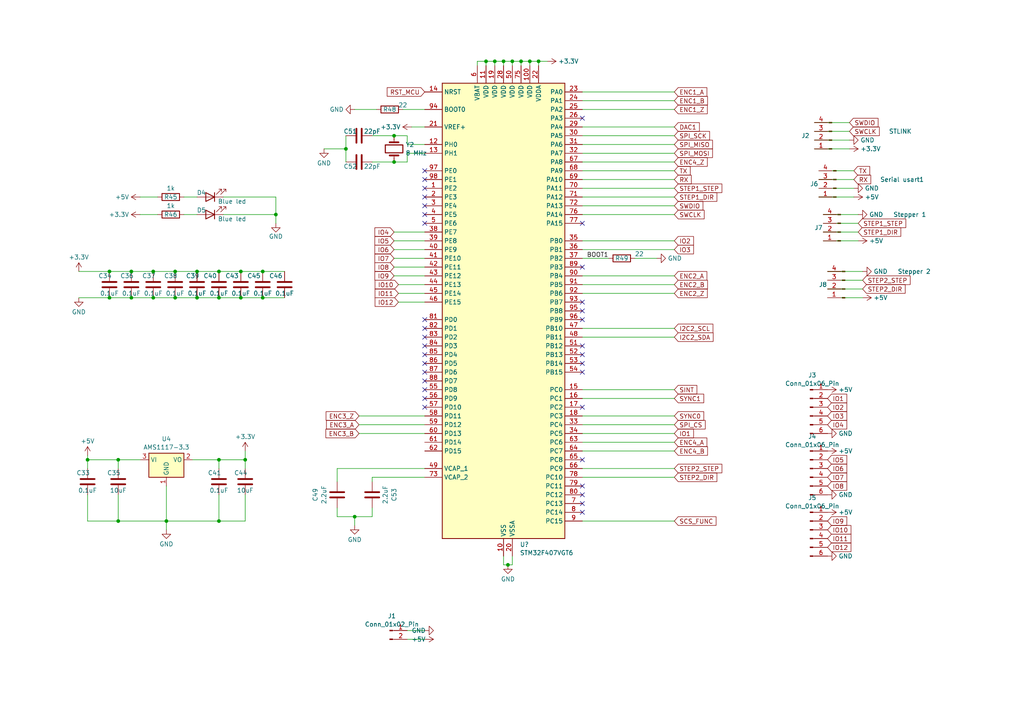
<source format=kicad_sch>
(kicad_sch (version 20230121) (generator eeschema)

  (uuid 29d1fc65-591a-4c4e-a1fd-d6076e24f303)

  (paper "A4")

  (lib_symbols
    (symbol "Connector:Conn_01x02_Pin" (pin_names (offset 1.016) hide) (in_bom yes) (on_board yes)
      (property "Reference" "J" (at 0 2.54 0)
        (effects (font (size 1.27 1.27)))
      )
      (property "Value" "Conn_01x02_Pin" (at 0 -5.08 0)
        (effects (font (size 1.27 1.27)))
      )
      (property "Footprint" "" (at 0 0 0)
        (effects (font (size 1.27 1.27)) hide)
      )
      (property "Datasheet" "~" (at 0 0 0)
        (effects (font (size 1.27 1.27)) hide)
      )
      (property "ki_locked" "" (at 0 0 0)
        (effects (font (size 1.27 1.27)))
      )
      (property "ki_keywords" "connector" (at 0 0 0)
        (effects (font (size 1.27 1.27)) hide)
      )
      (property "ki_description" "Generic connector, single row, 01x02, script generated" (at 0 0 0)
        (effects (font (size 1.27 1.27)) hide)
      )
      (property "ki_fp_filters" "Connector*:*_1x??_*" (at 0 0 0)
        (effects (font (size 1.27 1.27)) hide)
      )
      (symbol "Conn_01x02_Pin_1_1"
        (polyline
          (pts
            (xy 1.27 -2.54)
            (xy 0.8636 -2.54)
          )
          (stroke (width 0.1524) (type default))
          (fill (type none))
        )
        (polyline
          (pts
            (xy 1.27 0)
            (xy 0.8636 0)
          )
          (stroke (width 0.1524) (type default))
          (fill (type none))
        )
        (rectangle (start 0.8636 -2.413) (end 0 -2.667)
          (stroke (width 0.1524) (type default))
          (fill (type outline))
        )
        (rectangle (start 0.8636 0.127) (end 0 -0.127)
          (stroke (width 0.1524) (type default))
          (fill (type outline))
        )
        (pin passive line (at 5.08 0 180) (length 3.81)
          (name "Pin_1" (effects (font (size 1.27 1.27))))
          (number "1" (effects (font (size 1.27 1.27))))
        )
        (pin passive line (at 5.08 -2.54 180) (length 3.81)
          (name "Pin_2" (effects (font (size 1.27 1.27))))
          (number "2" (effects (font (size 1.27 1.27))))
        )
      )
    )
    (symbol "Connector:Conn_01x04_Pin" (pin_names (offset 1.016) hide) (in_bom yes) (on_board yes)
      (property "Reference" "J" (at 0 5.08 0)
        (effects (font (size 1.27 1.27)))
      )
      (property "Value" "Conn_01x04_Pin" (at 0 -7.62 0)
        (effects (font (size 1.27 1.27)))
      )
      (property "Footprint" "" (at 0 0 0)
        (effects (font (size 1.27 1.27)) hide)
      )
      (property "Datasheet" "~" (at 0 0 0)
        (effects (font (size 1.27 1.27)) hide)
      )
      (property "ki_locked" "" (at 0 0 0)
        (effects (font (size 1.27 1.27)))
      )
      (property "ki_keywords" "connector" (at 0 0 0)
        (effects (font (size 1.27 1.27)) hide)
      )
      (property "ki_description" "Generic connector, single row, 01x04, script generated" (at 0 0 0)
        (effects (font (size 1.27 1.27)) hide)
      )
      (property "ki_fp_filters" "Connector*:*_1x??_*" (at 0 0 0)
        (effects (font (size 1.27 1.27)) hide)
      )
      (symbol "Conn_01x04_Pin_1_1"
        (polyline
          (pts
            (xy 1.27 -5.08)
            (xy 0.8636 -5.08)
          )
          (stroke (width 0.1524) (type default))
          (fill (type none))
        )
        (polyline
          (pts
            (xy 1.27 -2.54)
            (xy 0.8636 -2.54)
          )
          (stroke (width 0.1524) (type default))
          (fill (type none))
        )
        (polyline
          (pts
            (xy 1.27 0)
            (xy 0.8636 0)
          )
          (stroke (width 0.1524) (type default))
          (fill (type none))
        )
        (polyline
          (pts
            (xy 1.27 2.54)
            (xy 0.8636 2.54)
          )
          (stroke (width 0.1524) (type default))
          (fill (type none))
        )
        (rectangle (start 0.8636 -4.953) (end 0 -5.207)
          (stroke (width 0.1524) (type default))
          (fill (type outline))
        )
        (rectangle (start 0.8636 -2.413) (end 0 -2.667)
          (stroke (width 0.1524) (type default))
          (fill (type outline))
        )
        (rectangle (start 0.8636 0.127) (end 0 -0.127)
          (stroke (width 0.1524) (type default))
          (fill (type outline))
        )
        (rectangle (start 0.8636 2.667) (end 0 2.413)
          (stroke (width 0.1524) (type default))
          (fill (type outline))
        )
        (pin passive line (at 5.08 2.54 180) (length 3.81)
          (name "Pin_1" (effects (font (size 1.27 1.27))))
          (number "1" (effects (font (size 1.27 1.27))))
        )
        (pin passive line (at 5.08 0 180) (length 3.81)
          (name "Pin_2" (effects (font (size 1.27 1.27))))
          (number "2" (effects (font (size 1.27 1.27))))
        )
        (pin passive line (at 5.08 -2.54 180) (length 3.81)
          (name "Pin_3" (effects (font (size 1.27 1.27))))
          (number "3" (effects (font (size 1.27 1.27))))
        )
        (pin passive line (at 5.08 -5.08 180) (length 3.81)
          (name "Pin_4" (effects (font (size 1.27 1.27))))
          (number "4" (effects (font (size 1.27 1.27))))
        )
      )
    )
    (symbol "Connector:Conn_01x06_Pin" (pin_names (offset 1.016) hide) (in_bom yes) (on_board yes)
      (property "Reference" "J" (at 0 7.62 0)
        (effects (font (size 1.27 1.27)))
      )
      (property "Value" "Conn_01x06_Pin" (at 0 -10.16 0)
        (effects (font (size 1.27 1.27)))
      )
      (property "Footprint" "" (at 0 0 0)
        (effects (font (size 1.27 1.27)) hide)
      )
      (property "Datasheet" "~" (at 0 0 0)
        (effects (font (size 1.27 1.27)) hide)
      )
      (property "ki_locked" "" (at 0 0 0)
        (effects (font (size 1.27 1.27)))
      )
      (property "ki_keywords" "connector" (at 0 0 0)
        (effects (font (size 1.27 1.27)) hide)
      )
      (property "ki_description" "Generic connector, single row, 01x06, script generated" (at 0 0 0)
        (effects (font (size 1.27 1.27)) hide)
      )
      (property "ki_fp_filters" "Connector*:*_1x??_*" (at 0 0 0)
        (effects (font (size 1.27 1.27)) hide)
      )
      (symbol "Conn_01x06_Pin_1_1"
        (polyline
          (pts
            (xy 1.27 -7.62)
            (xy 0.8636 -7.62)
          )
          (stroke (width 0.1524) (type default))
          (fill (type none))
        )
        (polyline
          (pts
            (xy 1.27 -5.08)
            (xy 0.8636 -5.08)
          )
          (stroke (width 0.1524) (type default))
          (fill (type none))
        )
        (polyline
          (pts
            (xy 1.27 -2.54)
            (xy 0.8636 -2.54)
          )
          (stroke (width 0.1524) (type default))
          (fill (type none))
        )
        (polyline
          (pts
            (xy 1.27 0)
            (xy 0.8636 0)
          )
          (stroke (width 0.1524) (type default))
          (fill (type none))
        )
        (polyline
          (pts
            (xy 1.27 2.54)
            (xy 0.8636 2.54)
          )
          (stroke (width 0.1524) (type default))
          (fill (type none))
        )
        (polyline
          (pts
            (xy 1.27 5.08)
            (xy 0.8636 5.08)
          )
          (stroke (width 0.1524) (type default))
          (fill (type none))
        )
        (rectangle (start 0.8636 -7.493) (end 0 -7.747)
          (stroke (width 0.1524) (type default))
          (fill (type outline))
        )
        (rectangle (start 0.8636 -4.953) (end 0 -5.207)
          (stroke (width 0.1524) (type default))
          (fill (type outline))
        )
        (rectangle (start 0.8636 -2.413) (end 0 -2.667)
          (stroke (width 0.1524) (type default))
          (fill (type outline))
        )
        (rectangle (start 0.8636 0.127) (end 0 -0.127)
          (stroke (width 0.1524) (type default))
          (fill (type outline))
        )
        (rectangle (start 0.8636 2.667) (end 0 2.413)
          (stroke (width 0.1524) (type default))
          (fill (type outline))
        )
        (rectangle (start 0.8636 5.207) (end 0 4.953)
          (stroke (width 0.1524) (type default))
          (fill (type outline))
        )
        (pin passive line (at 5.08 5.08 180) (length 3.81)
          (name "Pin_1" (effects (font (size 1.27 1.27))))
          (number "1" (effects (font (size 1.27 1.27))))
        )
        (pin passive line (at 5.08 2.54 180) (length 3.81)
          (name "Pin_2" (effects (font (size 1.27 1.27))))
          (number "2" (effects (font (size 1.27 1.27))))
        )
        (pin passive line (at 5.08 0 180) (length 3.81)
          (name "Pin_3" (effects (font (size 1.27 1.27))))
          (number "3" (effects (font (size 1.27 1.27))))
        )
        (pin passive line (at 5.08 -2.54 180) (length 3.81)
          (name "Pin_4" (effects (font (size 1.27 1.27))))
          (number "4" (effects (font (size 1.27 1.27))))
        )
        (pin passive line (at 5.08 -5.08 180) (length 3.81)
          (name "Pin_5" (effects (font (size 1.27 1.27))))
          (number "5" (effects (font (size 1.27 1.27))))
        )
        (pin passive line (at 5.08 -7.62 180) (length 3.81)
          (name "Pin_6" (effects (font (size 1.27 1.27))))
          (number "6" (effects (font (size 1.27 1.27))))
        )
      )
    )
    (symbol "Device:C" (pin_numbers hide) (pin_names (offset 0.254)) (in_bom yes) (on_board yes)
      (property "Reference" "C" (at 0.635 2.54 0)
        (effects (font (size 1.27 1.27)) (justify left))
      )
      (property "Value" "C" (at 0.635 -2.54 0)
        (effects (font (size 1.27 1.27)) (justify left))
      )
      (property "Footprint" "" (at 0.9652 -3.81 0)
        (effects (font (size 1.27 1.27)) hide)
      )
      (property "Datasheet" "~" (at 0 0 0)
        (effects (font (size 1.27 1.27)) hide)
      )
      (property "ki_keywords" "cap capacitor" (at 0 0 0)
        (effects (font (size 1.27 1.27)) hide)
      )
      (property "ki_description" "Unpolarized capacitor" (at 0 0 0)
        (effects (font (size 1.27 1.27)) hide)
      )
      (property "ki_fp_filters" "C_*" (at 0 0 0)
        (effects (font (size 1.27 1.27)) hide)
      )
      (symbol "C_0_1"
        (polyline
          (pts
            (xy -2.032 -0.762)
            (xy 2.032 -0.762)
          )
          (stroke (width 0.508) (type default))
          (fill (type none))
        )
        (polyline
          (pts
            (xy -2.032 0.762)
            (xy 2.032 0.762)
          )
          (stroke (width 0.508) (type default))
          (fill (type none))
        )
      )
      (symbol "C_1_1"
        (pin passive line (at 0 3.81 270) (length 2.794)
          (name "~" (effects (font (size 1.27 1.27))))
          (number "1" (effects (font (size 1.27 1.27))))
        )
        (pin passive line (at 0 -3.81 90) (length 2.794)
          (name "~" (effects (font (size 1.27 1.27))))
          (number "2" (effects (font (size 1.27 1.27))))
        )
      )
    )
    (symbol "Device:Crystal" (pin_numbers hide) (pin_names (offset 1.016) hide) (in_bom yes) (on_board yes)
      (property "Reference" "Y" (at 0 3.81 0)
        (effects (font (size 1.27 1.27)))
      )
      (property "Value" "Crystal" (at 0 -3.81 0)
        (effects (font (size 1.27 1.27)))
      )
      (property "Footprint" "" (at 0 0 0)
        (effects (font (size 1.27 1.27)) hide)
      )
      (property "Datasheet" "~" (at 0 0 0)
        (effects (font (size 1.27 1.27)) hide)
      )
      (property "ki_keywords" "quartz ceramic resonator oscillator" (at 0 0 0)
        (effects (font (size 1.27 1.27)) hide)
      )
      (property "ki_description" "Two pin crystal" (at 0 0 0)
        (effects (font (size 1.27 1.27)) hide)
      )
      (property "ki_fp_filters" "Crystal*" (at 0 0 0)
        (effects (font (size 1.27 1.27)) hide)
      )
      (symbol "Crystal_0_1"
        (rectangle (start -1.143 2.54) (end 1.143 -2.54)
          (stroke (width 0.3048) (type default))
          (fill (type none))
        )
        (polyline
          (pts
            (xy -2.54 0)
            (xy -1.905 0)
          )
          (stroke (width 0) (type default))
          (fill (type none))
        )
        (polyline
          (pts
            (xy -1.905 -1.27)
            (xy -1.905 1.27)
          )
          (stroke (width 0.508) (type default))
          (fill (type none))
        )
        (polyline
          (pts
            (xy 1.905 -1.27)
            (xy 1.905 1.27)
          )
          (stroke (width 0.508) (type default))
          (fill (type none))
        )
        (polyline
          (pts
            (xy 2.54 0)
            (xy 1.905 0)
          )
          (stroke (width 0) (type default))
          (fill (type none))
        )
      )
      (symbol "Crystal_1_1"
        (pin passive line (at -3.81 0 0) (length 1.27)
          (name "1" (effects (font (size 1.27 1.27))))
          (number "1" (effects (font (size 1.27 1.27))))
        )
        (pin passive line (at 3.81 0 180) (length 1.27)
          (name "2" (effects (font (size 1.27 1.27))))
          (number "2" (effects (font (size 1.27 1.27))))
        )
      )
    )
    (symbol "Device:LED" (pin_numbers hide) (pin_names (offset 1.016) hide) (in_bom yes) (on_board yes)
      (property "Reference" "D" (at 0 2.54 0)
        (effects (font (size 1.27 1.27)))
      )
      (property "Value" "LED" (at 0 -2.54 0)
        (effects (font (size 1.27 1.27)))
      )
      (property "Footprint" "" (at 0 0 0)
        (effects (font (size 1.27 1.27)) hide)
      )
      (property "Datasheet" "~" (at 0 0 0)
        (effects (font (size 1.27 1.27)) hide)
      )
      (property "ki_keywords" "LED diode" (at 0 0 0)
        (effects (font (size 1.27 1.27)) hide)
      )
      (property "ki_description" "Light emitting diode" (at 0 0 0)
        (effects (font (size 1.27 1.27)) hide)
      )
      (property "ki_fp_filters" "LED* LED_SMD:* LED_THT:*" (at 0 0 0)
        (effects (font (size 1.27 1.27)) hide)
      )
      (symbol "LED_0_1"
        (polyline
          (pts
            (xy -1.27 -1.27)
            (xy -1.27 1.27)
          )
          (stroke (width 0.254) (type default))
          (fill (type none))
        )
        (polyline
          (pts
            (xy -1.27 0)
            (xy 1.27 0)
          )
          (stroke (width 0) (type default))
          (fill (type none))
        )
        (polyline
          (pts
            (xy 1.27 -1.27)
            (xy 1.27 1.27)
            (xy -1.27 0)
            (xy 1.27 -1.27)
          )
          (stroke (width 0.254) (type default))
          (fill (type none))
        )
        (polyline
          (pts
            (xy -3.048 -0.762)
            (xy -4.572 -2.286)
            (xy -3.81 -2.286)
            (xy -4.572 -2.286)
            (xy -4.572 -1.524)
          )
          (stroke (width 0) (type default))
          (fill (type none))
        )
        (polyline
          (pts
            (xy -1.778 -0.762)
            (xy -3.302 -2.286)
            (xy -2.54 -2.286)
            (xy -3.302 -2.286)
            (xy -3.302 -1.524)
          )
          (stroke (width 0) (type default))
          (fill (type none))
        )
      )
      (symbol "LED_1_1"
        (pin passive line (at -3.81 0 0) (length 2.54)
          (name "K" (effects (font (size 1.27 1.27))))
          (number "1" (effects (font (size 1.27 1.27))))
        )
        (pin passive line (at 3.81 0 180) (length 2.54)
          (name "A" (effects (font (size 1.27 1.27))))
          (number "2" (effects (font (size 1.27 1.27))))
        )
      )
    )
    (symbol "Device:R" (pin_numbers hide) (pin_names (offset 0)) (in_bom yes) (on_board yes)
      (property "Reference" "R" (at 2.032 0 90)
        (effects (font (size 1.27 1.27)))
      )
      (property "Value" "R" (at 0 0 90)
        (effects (font (size 1.27 1.27)))
      )
      (property "Footprint" "" (at -1.778 0 90)
        (effects (font (size 1.27 1.27)) hide)
      )
      (property "Datasheet" "~" (at 0 0 0)
        (effects (font (size 1.27 1.27)) hide)
      )
      (property "ki_keywords" "R res resistor" (at 0 0 0)
        (effects (font (size 1.27 1.27)) hide)
      )
      (property "ki_description" "Resistor" (at 0 0 0)
        (effects (font (size 1.27 1.27)) hide)
      )
      (property "ki_fp_filters" "R_*" (at 0 0 0)
        (effects (font (size 1.27 1.27)) hide)
      )
      (symbol "R_0_1"
        (rectangle (start -1.016 -2.54) (end 1.016 2.54)
          (stroke (width 0.254) (type default))
          (fill (type none))
        )
      )
      (symbol "R_1_1"
        (pin passive line (at 0 3.81 270) (length 1.27)
          (name "~" (effects (font (size 1.27 1.27))))
          (number "1" (effects (font (size 1.27 1.27))))
        )
        (pin passive line (at 0 -3.81 90) (length 1.27)
          (name "~" (effects (font (size 1.27 1.27))))
          (number "2" (effects (font (size 1.27 1.27))))
        )
      )
    )
    (symbol "MCU_ST_STM32F4:STM32F407VGTx" (in_bom yes) (on_board yes)
      (property "Reference" "U" (at -17.78 67.31 0)
        (effects (font (size 1.27 1.27)) (justify left))
      )
      (property "Value" "STM32F407VGTx" (at 12.7 67.31 0)
        (effects (font (size 1.27 1.27)) (justify left))
      )
      (property "Footprint" "Package_QFP:LQFP-100_14x14mm_P0.5mm" (at -17.78 -66.04 0)
        (effects (font (size 1.27 1.27)) (justify right) hide)
      )
      (property "Datasheet" "https://www.st.com/resource/en/datasheet/stm32f407vg.pdf" (at 0 0 0)
        (effects (font (size 1.27 1.27)) hide)
      )
      (property "ki_locked" "" (at 0 0 0)
        (effects (font (size 1.27 1.27)))
      )
      (property "ki_keywords" "Arm Cortex-M4 STM32F4 STM32F407/417" (at 0 0 0)
        (effects (font (size 1.27 1.27)) hide)
      )
      (property "ki_description" "STMicroelectronics Arm Cortex-M4 MCU, 1024KB flash, 192KB RAM, 168 MHz, 1.8-3.6V, 82 GPIO, LQFP100" (at 0 0 0)
        (effects (font (size 1.27 1.27)) hide)
      )
      (property "ki_fp_filters" "LQFP*14x14mm*P0.5mm*" (at 0 0 0)
        (effects (font (size 1.27 1.27)) hide)
      )
      (symbol "STM32F407VGTx_0_1"
        (rectangle (start -17.78 -66.04) (end 17.78 66.04)
          (stroke (width 0.254) (type default))
          (fill (type background))
        )
      )
      (symbol "STM32F407VGTx_1_1"
        (pin bidirectional line (at -22.86 35.56 0) (length 5.08)
          (name "PE2" (effects (font (size 1.27 1.27))))
          (number "1" (effects (font (size 1.27 1.27))))
          (alternate "ETH_TXD3" bidirectional line)
          (alternate "FSMC_A23" bidirectional line)
          (alternate "SYS_TRACECLK" bidirectional line)
        )
        (pin power_in line (at 0 -71.12 90) (length 5.08)
          (name "VSS" (effects (font (size 1.27 1.27))))
          (number "10" (effects (font (size 1.27 1.27))))
        )
        (pin power_in line (at 7.62 71.12 270) (length 5.08)
          (name "VDD" (effects (font (size 1.27 1.27))))
          (number "100" (effects (font (size 1.27 1.27))))
        )
        (pin power_in line (at -5.08 71.12 270) (length 5.08)
          (name "VDD" (effects (font (size 1.27 1.27))))
          (number "11" (effects (font (size 1.27 1.27))))
        )
        (pin bidirectional line (at -22.86 48.26 0) (length 5.08)
          (name "PH0" (effects (font (size 1.27 1.27))))
          (number "12" (effects (font (size 1.27 1.27))))
          (alternate "RCC_OSC_IN" bidirectional line)
        )
        (pin bidirectional line (at -22.86 45.72 0) (length 5.08)
          (name "PH1" (effects (font (size 1.27 1.27))))
          (number "13" (effects (font (size 1.27 1.27))))
          (alternate "RCC_OSC_OUT" bidirectional line)
        )
        (pin input line (at -22.86 63.5 0) (length 5.08)
          (name "NRST" (effects (font (size 1.27 1.27))))
          (number "14" (effects (font (size 1.27 1.27))))
        )
        (pin bidirectional line (at 22.86 -22.86 180) (length 5.08)
          (name "PC0" (effects (font (size 1.27 1.27))))
          (number "15" (effects (font (size 1.27 1.27))))
          (alternate "ADC1_IN10" bidirectional line)
          (alternate "ADC2_IN10" bidirectional line)
          (alternate "ADC3_IN10" bidirectional line)
          (alternate "USB_OTG_HS_ULPI_STP" bidirectional line)
        )
        (pin bidirectional line (at 22.86 -25.4 180) (length 5.08)
          (name "PC1" (effects (font (size 1.27 1.27))))
          (number "16" (effects (font (size 1.27 1.27))))
          (alternate "ADC1_IN11" bidirectional line)
          (alternate "ADC2_IN11" bidirectional line)
          (alternate "ADC3_IN11" bidirectional line)
          (alternate "ETH_MDC" bidirectional line)
        )
        (pin bidirectional line (at 22.86 -27.94 180) (length 5.08)
          (name "PC2" (effects (font (size 1.27 1.27))))
          (number "17" (effects (font (size 1.27 1.27))))
          (alternate "ADC1_IN12" bidirectional line)
          (alternate "ADC2_IN12" bidirectional line)
          (alternate "ADC3_IN12" bidirectional line)
          (alternate "ETH_TXD2" bidirectional line)
          (alternate "I2S2_ext_SD" bidirectional line)
          (alternate "SPI2_MISO" bidirectional line)
          (alternate "USB_OTG_HS_ULPI_DIR" bidirectional line)
        )
        (pin bidirectional line (at 22.86 -30.48 180) (length 5.08)
          (name "PC3" (effects (font (size 1.27 1.27))))
          (number "18" (effects (font (size 1.27 1.27))))
          (alternate "ADC1_IN13" bidirectional line)
          (alternate "ADC2_IN13" bidirectional line)
          (alternate "ADC3_IN13" bidirectional line)
          (alternate "ETH_TX_CLK" bidirectional line)
          (alternate "I2S2_SD" bidirectional line)
          (alternate "SPI2_MOSI" bidirectional line)
          (alternate "USB_OTG_HS_ULPI_NXT" bidirectional line)
        )
        (pin power_in line (at -2.54 71.12 270) (length 5.08)
          (name "VDD" (effects (font (size 1.27 1.27))))
          (number "19" (effects (font (size 1.27 1.27))))
        )
        (pin bidirectional line (at -22.86 33.02 0) (length 5.08)
          (name "PE3" (effects (font (size 1.27 1.27))))
          (number "2" (effects (font (size 1.27 1.27))))
          (alternate "FSMC_A19" bidirectional line)
          (alternate "SYS_TRACED0" bidirectional line)
        )
        (pin power_in line (at 2.54 -71.12 90) (length 5.08)
          (name "VSSA" (effects (font (size 1.27 1.27))))
          (number "20" (effects (font (size 1.27 1.27))))
        )
        (pin input line (at -22.86 53.34 0) (length 5.08)
          (name "VREF+" (effects (font (size 1.27 1.27))))
          (number "21" (effects (font (size 1.27 1.27))))
        )
        (pin power_in line (at 10.16 71.12 270) (length 5.08)
          (name "VDDA" (effects (font (size 1.27 1.27))))
          (number "22" (effects (font (size 1.27 1.27))))
        )
        (pin bidirectional line (at 22.86 63.5 180) (length 5.08)
          (name "PA0" (effects (font (size 1.27 1.27))))
          (number "23" (effects (font (size 1.27 1.27))))
          (alternate "ADC1_IN0" bidirectional line)
          (alternate "ADC2_IN0" bidirectional line)
          (alternate "ADC3_IN0" bidirectional line)
          (alternate "ETH_CRS" bidirectional line)
          (alternate "SYS_WKUP" bidirectional line)
          (alternate "TIM2_CH1" bidirectional line)
          (alternate "TIM2_ETR" bidirectional line)
          (alternate "TIM5_CH1" bidirectional line)
          (alternate "TIM8_ETR" bidirectional line)
          (alternate "UART4_TX" bidirectional line)
          (alternate "USART2_CTS" bidirectional line)
        )
        (pin bidirectional line (at 22.86 60.96 180) (length 5.08)
          (name "PA1" (effects (font (size 1.27 1.27))))
          (number "24" (effects (font (size 1.27 1.27))))
          (alternate "ADC1_IN1" bidirectional line)
          (alternate "ADC2_IN1" bidirectional line)
          (alternate "ADC3_IN1" bidirectional line)
          (alternate "ETH_REF_CLK" bidirectional line)
          (alternate "ETH_RX_CLK" bidirectional line)
          (alternate "TIM2_CH2" bidirectional line)
          (alternate "TIM5_CH2" bidirectional line)
          (alternate "UART4_RX" bidirectional line)
          (alternate "USART2_RTS" bidirectional line)
        )
        (pin bidirectional line (at 22.86 58.42 180) (length 5.08)
          (name "PA2" (effects (font (size 1.27 1.27))))
          (number "25" (effects (font (size 1.27 1.27))))
          (alternate "ADC1_IN2" bidirectional line)
          (alternate "ADC2_IN2" bidirectional line)
          (alternate "ADC3_IN2" bidirectional line)
          (alternate "ETH_MDIO" bidirectional line)
          (alternate "TIM2_CH3" bidirectional line)
          (alternate "TIM5_CH3" bidirectional line)
          (alternate "TIM9_CH1" bidirectional line)
          (alternate "USART2_TX" bidirectional line)
        )
        (pin bidirectional line (at 22.86 55.88 180) (length 5.08)
          (name "PA3" (effects (font (size 1.27 1.27))))
          (number "26" (effects (font (size 1.27 1.27))))
          (alternate "ADC1_IN3" bidirectional line)
          (alternate "ADC2_IN3" bidirectional line)
          (alternate "ADC3_IN3" bidirectional line)
          (alternate "ETH_COL" bidirectional line)
          (alternate "TIM2_CH4" bidirectional line)
          (alternate "TIM5_CH4" bidirectional line)
          (alternate "TIM9_CH2" bidirectional line)
          (alternate "USART2_RX" bidirectional line)
          (alternate "USB_OTG_HS_ULPI_D0" bidirectional line)
        )
        (pin passive line (at 0 -71.12 90) (length 5.08) hide
          (name "VSS" (effects (font (size 1.27 1.27))))
          (number "27" (effects (font (size 1.27 1.27))))
        )
        (pin power_in line (at 0 71.12 270) (length 5.08)
          (name "VDD" (effects (font (size 1.27 1.27))))
          (number "28" (effects (font (size 1.27 1.27))))
        )
        (pin bidirectional line (at 22.86 53.34 180) (length 5.08)
          (name "PA4" (effects (font (size 1.27 1.27))))
          (number "29" (effects (font (size 1.27 1.27))))
          (alternate "ADC1_IN4" bidirectional line)
          (alternate "ADC2_IN4" bidirectional line)
          (alternate "DAC_OUT1" bidirectional line)
          (alternate "DCMI_HSYNC" bidirectional line)
          (alternate "I2S3_WS" bidirectional line)
          (alternate "SPI1_NSS" bidirectional line)
          (alternate "SPI3_NSS" bidirectional line)
          (alternate "USART2_CK" bidirectional line)
          (alternate "USB_OTG_HS_SOF" bidirectional line)
        )
        (pin bidirectional line (at -22.86 30.48 0) (length 5.08)
          (name "PE4" (effects (font (size 1.27 1.27))))
          (number "3" (effects (font (size 1.27 1.27))))
          (alternate "DCMI_D4" bidirectional line)
          (alternate "FSMC_A20" bidirectional line)
          (alternate "SYS_TRACED1" bidirectional line)
        )
        (pin bidirectional line (at 22.86 50.8 180) (length 5.08)
          (name "PA5" (effects (font (size 1.27 1.27))))
          (number "30" (effects (font (size 1.27 1.27))))
          (alternate "ADC1_IN5" bidirectional line)
          (alternate "ADC2_IN5" bidirectional line)
          (alternate "DAC_OUT2" bidirectional line)
          (alternate "SPI1_SCK" bidirectional line)
          (alternate "TIM2_CH1" bidirectional line)
          (alternate "TIM2_ETR" bidirectional line)
          (alternate "TIM8_CH1N" bidirectional line)
          (alternate "USB_OTG_HS_ULPI_CK" bidirectional line)
        )
        (pin bidirectional line (at 22.86 48.26 180) (length 5.08)
          (name "PA6" (effects (font (size 1.27 1.27))))
          (number "31" (effects (font (size 1.27 1.27))))
          (alternate "ADC1_IN6" bidirectional line)
          (alternate "ADC2_IN6" bidirectional line)
          (alternate "DCMI_PIXCLK" bidirectional line)
          (alternate "SPI1_MISO" bidirectional line)
          (alternate "TIM13_CH1" bidirectional line)
          (alternate "TIM1_BKIN" bidirectional line)
          (alternate "TIM3_CH1" bidirectional line)
          (alternate "TIM8_BKIN" bidirectional line)
        )
        (pin bidirectional line (at 22.86 45.72 180) (length 5.08)
          (name "PA7" (effects (font (size 1.27 1.27))))
          (number "32" (effects (font (size 1.27 1.27))))
          (alternate "ADC1_IN7" bidirectional line)
          (alternate "ADC2_IN7" bidirectional line)
          (alternate "ETH_CRS_DV" bidirectional line)
          (alternate "ETH_RX_DV" bidirectional line)
          (alternate "SPI1_MOSI" bidirectional line)
          (alternate "TIM14_CH1" bidirectional line)
          (alternate "TIM1_CH1N" bidirectional line)
          (alternate "TIM3_CH2" bidirectional line)
          (alternate "TIM8_CH1N" bidirectional line)
        )
        (pin bidirectional line (at 22.86 -33.02 180) (length 5.08)
          (name "PC4" (effects (font (size 1.27 1.27))))
          (number "33" (effects (font (size 1.27 1.27))))
          (alternate "ADC1_IN14" bidirectional line)
          (alternate "ADC2_IN14" bidirectional line)
          (alternate "ETH_RXD0" bidirectional line)
        )
        (pin bidirectional line (at 22.86 -35.56 180) (length 5.08)
          (name "PC5" (effects (font (size 1.27 1.27))))
          (number "34" (effects (font (size 1.27 1.27))))
          (alternate "ADC1_IN15" bidirectional line)
          (alternate "ADC2_IN15" bidirectional line)
          (alternate "ETH_RXD1" bidirectional line)
        )
        (pin bidirectional line (at 22.86 20.32 180) (length 5.08)
          (name "PB0" (effects (font (size 1.27 1.27))))
          (number "35" (effects (font (size 1.27 1.27))))
          (alternate "ADC1_IN8" bidirectional line)
          (alternate "ADC2_IN8" bidirectional line)
          (alternate "ETH_RXD2" bidirectional line)
          (alternate "TIM1_CH2N" bidirectional line)
          (alternate "TIM3_CH3" bidirectional line)
          (alternate "TIM8_CH2N" bidirectional line)
          (alternate "USB_OTG_HS_ULPI_D1" bidirectional line)
        )
        (pin bidirectional line (at 22.86 17.78 180) (length 5.08)
          (name "PB1" (effects (font (size 1.27 1.27))))
          (number "36" (effects (font (size 1.27 1.27))))
          (alternate "ADC1_IN9" bidirectional line)
          (alternate "ADC2_IN9" bidirectional line)
          (alternate "ETH_RXD3" bidirectional line)
          (alternate "TIM1_CH3N" bidirectional line)
          (alternate "TIM3_CH4" bidirectional line)
          (alternate "TIM8_CH3N" bidirectional line)
          (alternate "USB_OTG_HS_ULPI_D2" bidirectional line)
        )
        (pin bidirectional line (at 22.86 15.24 180) (length 5.08)
          (name "PB2" (effects (font (size 1.27 1.27))))
          (number "37" (effects (font (size 1.27 1.27))))
        )
        (pin bidirectional line (at -22.86 22.86 0) (length 5.08)
          (name "PE7" (effects (font (size 1.27 1.27))))
          (number "38" (effects (font (size 1.27 1.27))))
          (alternate "FSMC_D4" bidirectional line)
          (alternate "FSMC_DA4" bidirectional line)
          (alternate "TIM1_ETR" bidirectional line)
        )
        (pin bidirectional line (at -22.86 20.32 0) (length 5.08)
          (name "PE8" (effects (font (size 1.27 1.27))))
          (number "39" (effects (font (size 1.27 1.27))))
          (alternate "FSMC_D5" bidirectional line)
          (alternate "FSMC_DA5" bidirectional line)
          (alternate "TIM1_CH1N" bidirectional line)
        )
        (pin bidirectional line (at -22.86 27.94 0) (length 5.08)
          (name "PE5" (effects (font (size 1.27 1.27))))
          (number "4" (effects (font (size 1.27 1.27))))
          (alternate "DCMI_D6" bidirectional line)
          (alternate "FSMC_A21" bidirectional line)
          (alternate "SYS_TRACED2" bidirectional line)
          (alternate "TIM9_CH1" bidirectional line)
        )
        (pin bidirectional line (at -22.86 17.78 0) (length 5.08)
          (name "PE9" (effects (font (size 1.27 1.27))))
          (number "40" (effects (font (size 1.27 1.27))))
          (alternate "DAC_EXTI9" bidirectional line)
          (alternate "FSMC_D6" bidirectional line)
          (alternate "FSMC_DA6" bidirectional line)
          (alternate "TIM1_CH1" bidirectional line)
        )
        (pin bidirectional line (at -22.86 15.24 0) (length 5.08)
          (name "PE10" (effects (font (size 1.27 1.27))))
          (number "41" (effects (font (size 1.27 1.27))))
          (alternate "FSMC_D7" bidirectional line)
          (alternate "FSMC_DA7" bidirectional line)
          (alternate "TIM1_CH2N" bidirectional line)
        )
        (pin bidirectional line (at -22.86 12.7 0) (length 5.08)
          (name "PE11" (effects (font (size 1.27 1.27))))
          (number "42" (effects (font (size 1.27 1.27))))
          (alternate "ADC1_EXTI11" bidirectional line)
          (alternate "ADC2_EXTI11" bidirectional line)
          (alternate "ADC3_EXTI11" bidirectional line)
          (alternate "FSMC_D8" bidirectional line)
          (alternate "FSMC_DA8" bidirectional line)
          (alternate "TIM1_CH2" bidirectional line)
        )
        (pin bidirectional line (at -22.86 10.16 0) (length 5.08)
          (name "PE12" (effects (font (size 1.27 1.27))))
          (number "43" (effects (font (size 1.27 1.27))))
          (alternate "FSMC_D9" bidirectional line)
          (alternate "FSMC_DA9" bidirectional line)
          (alternate "TIM1_CH3N" bidirectional line)
        )
        (pin bidirectional line (at -22.86 7.62 0) (length 5.08)
          (name "PE13" (effects (font (size 1.27 1.27))))
          (number "44" (effects (font (size 1.27 1.27))))
          (alternate "FSMC_D10" bidirectional line)
          (alternate "FSMC_DA10" bidirectional line)
          (alternate "TIM1_CH3" bidirectional line)
        )
        (pin bidirectional line (at -22.86 5.08 0) (length 5.08)
          (name "PE14" (effects (font (size 1.27 1.27))))
          (number "45" (effects (font (size 1.27 1.27))))
          (alternate "FSMC_D11" bidirectional line)
          (alternate "FSMC_DA11" bidirectional line)
          (alternate "TIM1_CH4" bidirectional line)
        )
        (pin bidirectional line (at -22.86 2.54 0) (length 5.08)
          (name "PE15" (effects (font (size 1.27 1.27))))
          (number "46" (effects (font (size 1.27 1.27))))
          (alternate "ADC1_EXTI15" bidirectional line)
          (alternate "ADC2_EXTI15" bidirectional line)
          (alternate "ADC3_EXTI15" bidirectional line)
          (alternate "FSMC_D12" bidirectional line)
          (alternate "FSMC_DA12" bidirectional line)
          (alternate "TIM1_BKIN" bidirectional line)
        )
        (pin bidirectional line (at 22.86 -5.08 180) (length 5.08)
          (name "PB10" (effects (font (size 1.27 1.27))))
          (number "47" (effects (font (size 1.27 1.27))))
          (alternate "ETH_RX_ER" bidirectional line)
          (alternate "I2C2_SCL" bidirectional line)
          (alternate "I2S2_CK" bidirectional line)
          (alternate "SPI2_SCK" bidirectional line)
          (alternate "TIM2_CH3" bidirectional line)
          (alternate "USART3_TX" bidirectional line)
          (alternate "USB_OTG_HS_ULPI_D3" bidirectional line)
        )
        (pin bidirectional line (at 22.86 -7.62 180) (length 5.08)
          (name "PB11" (effects (font (size 1.27 1.27))))
          (number "48" (effects (font (size 1.27 1.27))))
          (alternate "ADC1_EXTI11" bidirectional line)
          (alternate "ADC2_EXTI11" bidirectional line)
          (alternate "ADC3_EXTI11" bidirectional line)
          (alternate "ETH_TX_EN" bidirectional line)
          (alternate "I2C2_SDA" bidirectional line)
          (alternate "TIM2_CH4" bidirectional line)
          (alternate "USART3_RX" bidirectional line)
          (alternate "USB_OTG_HS_ULPI_D4" bidirectional line)
        )
        (pin power_out line (at -22.86 -45.72 0) (length 5.08)
          (name "VCAP_1" (effects (font (size 1.27 1.27))))
          (number "49" (effects (font (size 1.27 1.27))))
        )
        (pin bidirectional line (at -22.86 25.4 0) (length 5.08)
          (name "PE6" (effects (font (size 1.27 1.27))))
          (number "5" (effects (font (size 1.27 1.27))))
          (alternate "DCMI_D7" bidirectional line)
          (alternate "FSMC_A22" bidirectional line)
          (alternate "SYS_TRACED3" bidirectional line)
          (alternate "TIM9_CH2" bidirectional line)
        )
        (pin power_in line (at 2.54 71.12 270) (length 5.08)
          (name "VDD" (effects (font (size 1.27 1.27))))
          (number "50" (effects (font (size 1.27 1.27))))
        )
        (pin bidirectional line (at 22.86 -10.16 180) (length 5.08)
          (name "PB12" (effects (font (size 1.27 1.27))))
          (number "51" (effects (font (size 1.27 1.27))))
          (alternate "CAN2_RX" bidirectional line)
          (alternate "ETH_TXD0" bidirectional line)
          (alternate "I2C2_SMBA" bidirectional line)
          (alternate "I2S2_WS" bidirectional line)
          (alternate "SPI2_NSS" bidirectional line)
          (alternate "TIM1_BKIN" bidirectional line)
          (alternate "USART3_CK" bidirectional line)
          (alternate "USB_OTG_HS_ID" bidirectional line)
          (alternate "USB_OTG_HS_ULPI_D5" bidirectional line)
        )
        (pin bidirectional line (at 22.86 -12.7 180) (length 5.08)
          (name "PB13" (effects (font (size 1.27 1.27))))
          (number "52" (effects (font (size 1.27 1.27))))
          (alternate "CAN2_TX" bidirectional line)
          (alternate "ETH_TXD1" bidirectional line)
          (alternate "I2S2_CK" bidirectional line)
          (alternate "SPI2_SCK" bidirectional line)
          (alternate "TIM1_CH1N" bidirectional line)
          (alternate "USART3_CTS" bidirectional line)
          (alternate "USB_OTG_HS_ULPI_D6" bidirectional line)
          (alternate "USB_OTG_HS_VBUS" bidirectional line)
        )
        (pin bidirectional line (at 22.86 -15.24 180) (length 5.08)
          (name "PB14" (effects (font (size 1.27 1.27))))
          (number "53" (effects (font (size 1.27 1.27))))
          (alternate "I2S2_ext_SD" bidirectional line)
          (alternate "SPI2_MISO" bidirectional line)
          (alternate "TIM12_CH1" bidirectional line)
          (alternate "TIM1_CH2N" bidirectional line)
          (alternate "TIM8_CH2N" bidirectional line)
          (alternate "USART3_RTS" bidirectional line)
          (alternate "USB_OTG_HS_DM" bidirectional line)
        )
        (pin bidirectional line (at 22.86 -17.78 180) (length 5.08)
          (name "PB15" (effects (font (size 1.27 1.27))))
          (number "54" (effects (font (size 1.27 1.27))))
          (alternate "ADC1_EXTI15" bidirectional line)
          (alternate "ADC2_EXTI15" bidirectional line)
          (alternate "ADC3_EXTI15" bidirectional line)
          (alternate "I2S2_SD" bidirectional line)
          (alternate "RTC_REFIN" bidirectional line)
          (alternate "SPI2_MOSI" bidirectional line)
          (alternate "TIM12_CH2" bidirectional line)
          (alternate "TIM1_CH3N" bidirectional line)
          (alternate "TIM8_CH3N" bidirectional line)
          (alternate "USB_OTG_HS_DP" bidirectional line)
        )
        (pin bidirectional line (at -22.86 -22.86 0) (length 5.08)
          (name "PD8" (effects (font (size 1.27 1.27))))
          (number "55" (effects (font (size 1.27 1.27))))
          (alternate "FSMC_D13" bidirectional line)
          (alternate "FSMC_DA13" bidirectional line)
          (alternate "USART3_TX" bidirectional line)
        )
        (pin bidirectional line (at -22.86 -25.4 0) (length 5.08)
          (name "PD9" (effects (font (size 1.27 1.27))))
          (number "56" (effects (font (size 1.27 1.27))))
          (alternate "DAC_EXTI9" bidirectional line)
          (alternate "FSMC_D14" bidirectional line)
          (alternate "FSMC_DA14" bidirectional line)
          (alternate "USART3_RX" bidirectional line)
        )
        (pin bidirectional line (at -22.86 -27.94 0) (length 5.08)
          (name "PD10" (effects (font (size 1.27 1.27))))
          (number "57" (effects (font (size 1.27 1.27))))
          (alternate "FSMC_D15" bidirectional line)
          (alternate "FSMC_DA15" bidirectional line)
          (alternate "USART3_CK" bidirectional line)
        )
        (pin bidirectional line (at -22.86 -30.48 0) (length 5.08)
          (name "PD11" (effects (font (size 1.27 1.27))))
          (number "58" (effects (font (size 1.27 1.27))))
          (alternate "ADC1_EXTI11" bidirectional line)
          (alternate "ADC2_EXTI11" bidirectional line)
          (alternate "ADC3_EXTI11" bidirectional line)
          (alternate "FSMC_A16" bidirectional line)
          (alternate "FSMC_CLE" bidirectional line)
          (alternate "USART3_CTS" bidirectional line)
        )
        (pin bidirectional line (at -22.86 -33.02 0) (length 5.08)
          (name "PD12" (effects (font (size 1.27 1.27))))
          (number "59" (effects (font (size 1.27 1.27))))
          (alternate "FSMC_A17" bidirectional line)
          (alternate "FSMC_ALE" bidirectional line)
          (alternate "TIM4_CH1" bidirectional line)
          (alternate "USART3_RTS" bidirectional line)
        )
        (pin power_in line (at -7.62 71.12 270) (length 5.08)
          (name "VBAT" (effects (font (size 1.27 1.27))))
          (number "6" (effects (font (size 1.27 1.27))))
        )
        (pin bidirectional line (at -22.86 -35.56 0) (length 5.08)
          (name "PD13" (effects (font (size 1.27 1.27))))
          (number "60" (effects (font (size 1.27 1.27))))
          (alternate "FSMC_A18" bidirectional line)
          (alternate "TIM4_CH2" bidirectional line)
        )
        (pin bidirectional line (at -22.86 -38.1 0) (length 5.08)
          (name "PD14" (effects (font (size 1.27 1.27))))
          (number "61" (effects (font (size 1.27 1.27))))
          (alternate "FSMC_D0" bidirectional line)
          (alternate "FSMC_DA0" bidirectional line)
          (alternate "TIM4_CH3" bidirectional line)
        )
        (pin bidirectional line (at -22.86 -40.64 0) (length 5.08)
          (name "PD15" (effects (font (size 1.27 1.27))))
          (number "62" (effects (font (size 1.27 1.27))))
          (alternate "ADC1_EXTI15" bidirectional line)
          (alternate "ADC2_EXTI15" bidirectional line)
          (alternate "ADC3_EXTI15" bidirectional line)
          (alternate "FSMC_D1" bidirectional line)
          (alternate "FSMC_DA1" bidirectional line)
          (alternate "TIM4_CH4" bidirectional line)
        )
        (pin bidirectional line (at 22.86 -38.1 180) (length 5.08)
          (name "PC6" (effects (font (size 1.27 1.27))))
          (number "63" (effects (font (size 1.27 1.27))))
          (alternate "DCMI_D0" bidirectional line)
          (alternate "I2S2_MCK" bidirectional line)
          (alternate "SDIO_D6" bidirectional line)
          (alternate "TIM3_CH1" bidirectional line)
          (alternate "TIM8_CH1" bidirectional line)
          (alternate "USART6_TX" bidirectional line)
        )
        (pin bidirectional line (at 22.86 -40.64 180) (length 5.08)
          (name "PC7" (effects (font (size 1.27 1.27))))
          (number "64" (effects (font (size 1.27 1.27))))
          (alternate "DCMI_D1" bidirectional line)
          (alternate "I2S3_MCK" bidirectional line)
          (alternate "SDIO_D7" bidirectional line)
          (alternate "TIM3_CH2" bidirectional line)
          (alternate "TIM8_CH2" bidirectional line)
          (alternate "USART6_RX" bidirectional line)
        )
        (pin bidirectional line (at 22.86 -43.18 180) (length 5.08)
          (name "PC8" (effects (font (size 1.27 1.27))))
          (number "65" (effects (font (size 1.27 1.27))))
          (alternate "DCMI_D2" bidirectional line)
          (alternate "SDIO_D0" bidirectional line)
          (alternate "TIM3_CH3" bidirectional line)
          (alternate "TIM8_CH3" bidirectional line)
          (alternate "USART6_CK" bidirectional line)
        )
        (pin bidirectional line (at 22.86 -45.72 180) (length 5.08)
          (name "PC9" (effects (font (size 1.27 1.27))))
          (number "66" (effects (font (size 1.27 1.27))))
          (alternate "DAC_EXTI9" bidirectional line)
          (alternate "DCMI_D3" bidirectional line)
          (alternate "I2C3_SDA" bidirectional line)
          (alternate "I2S_CKIN" bidirectional line)
          (alternate "RCC_MCO_2" bidirectional line)
          (alternate "SDIO_D1" bidirectional line)
          (alternate "TIM3_CH4" bidirectional line)
          (alternate "TIM8_CH4" bidirectional line)
        )
        (pin bidirectional line (at 22.86 43.18 180) (length 5.08)
          (name "PA8" (effects (font (size 1.27 1.27))))
          (number "67" (effects (font (size 1.27 1.27))))
          (alternate "I2C3_SCL" bidirectional line)
          (alternate "RCC_MCO_1" bidirectional line)
          (alternate "TIM1_CH1" bidirectional line)
          (alternate "USART1_CK" bidirectional line)
          (alternate "USB_OTG_FS_SOF" bidirectional line)
        )
        (pin bidirectional line (at 22.86 40.64 180) (length 5.08)
          (name "PA9" (effects (font (size 1.27 1.27))))
          (number "68" (effects (font (size 1.27 1.27))))
          (alternate "DAC_EXTI9" bidirectional line)
          (alternate "DCMI_D0" bidirectional line)
          (alternate "I2C3_SMBA" bidirectional line)
          (alternate "TIM1_CH2" bidirectional line)
          (alternate "USART1_TX" bidirectional line)
          (alternate "USB_OTG_FS_VBUS" bidirectional line)
        )
        (pin bidirectional line (at 22.86 38.1 180) (length 5.08)
          (name "PA10" (effects (font (size 1.27 1.27))))
          (number "69" (effects (font (size 1.27 1.27))))
          (alternate "DCMI_D1" bidirectional line)
          (alternate "TIM1_CH3" bidirectional line)
          (alternate "USART1_RX" bidirectional line)
          (alternate "USB_OTG_FS_ID" bidirectional line)
        )
        (pin bidirectional line (at 22.86 -55.88 180) (length 5.08)
          (name "PC13" (effects (font (size 1.27 1.27))))
          (number "7" (effects (font (size 1.27 1.27))))
          (alternate "RTC_AF1" bidirectional line)
        )
        (pin bidirectional line (at 22.86 35.56 180) (length 5.08)
          (name "PA11" (effects (font (size 1.27 1.27))))
          (number "70" (effects (font (size 1.27 1.27))))
          (alternate "ADC1_EXTI11" bidirectional line)
          (alternate "ADC2_EXTI11" bidirectional line)
          (alternate "ADC3_EXTI11" bidirectional line)
          (alternate "CAN1_RX" bidirectional line)
          (alternate "TIM1_CH4" bidirectional line)
          (alternate "USART1_CTS" bidirectional line)
          (alternate "USB_OTG_FS_DM" bidirectional line)
        )
        (pin bidirectional line (at 22.86 33.02 180) (length 5.08)
          (name "PA12" (effects (font (size 1.27 1.27))))
          (number "71" (effects (font (size 1.27 1.27))))
          (alternate "CAN1_TX" bidirectional line)
          (alternate "TIM1_ETR" bidirectional line)
          (alternate "USART1_RTS" bidirectional line)
          (alternate "USB_OTG_FS_DP" bidirectional line)
        )
        (pin bidirectional line (at 22.86 30.48 180) (length 5.08)
          (name "PA13" (effects (font (size 1.27 1.27))))
          (number "72" (effects (font (size 1.27 1.27))))
          (alternate "SYS_JTMS-SWDIO" bidirectional line)
        )
        (pin power_out line (at -22.86 -48.26 0) (length 5.08)
          (name "VCAP_2" (effects (font (size 1.27 1.27))))
          (number "73" (effects (font (size 1.27 1.27))))
        )
        (pin passive line (at 0 -71.12 90) (length 5.08) hide
          (name "VSS" (effects (font (size 1.27 1.27))))
          (number "74" (effects (font (size 1.27 1.27))))
        )
        (pin power_in line (at 5.08 71.12 270) (length 5.08)
          (name "VDD" (effects (font (size 1.27 1.27))))
          (number "75" (effects (font (size 1.27 1.27))))
        )
        (pin bidirectional line (at 22.86 27.94 180) (length 5.08)
          (name "PA14" (effects (font (size 1.27 1.27))))
          (number "76" (effects (font (size 1.27 1.27))))
          (alternate "SYS_JTCK-SWCLK" bidirectional line)
        )
        (pin bidirectional line (at 22.86 25.4 180) (length 5.08)
          (name "PA15" (effects (font (size 1.27 1.27))))
          (number "77" (effects (font (size 1.27 1.27))))
          (alternate "ADC1_EXTI15" bidirectional line)
          (alternate "ADC2_EXTI15" bidirectional line)
          (alternate "ADC3_EXTI15" bidirectional line)
          (alternate "I2S3_WS" bidirectional line)
          (alternate "SPI1_NSS" bidirectional line)
          (alternate "SPI3_NSS" bidirectional line)
          (alternate "SYS_JTDI" bidirectional line)
          (alternate "TIM2_CH1" bidirectional line)
          (alternate "TIM2_ETR" bidirectional line)
        )
        (pin bidirectional line (at 22.86 -48.26 180) (length 5.08)
          (name "PC10" (effects (font (size 1.27 1.27))))
          (number "78" (effects (font (size 1.27 1.27))))
          (alternate "DCMI_D8" bidirectional line)
          (alternate "I2S3_CK" bidirectional line)
          (alternate "SDIO_D2" bidirectional line)
          (alternate "SPI3_SCK" bidirectional line)
          (alternate "UART4_TX" bidirectional line)
          (alternate "USART3_TX" bidirectional line)
        )
        (pin bidirectional line (at 22.86 -50.8 180) (length 5.08)
          (name "PC11" (effects (font (size 1.27 1.27))))
          (number "79" (effects (font (size 1.27 1.27))))
          (alternate "ADC1_EXTI11" bidirectional line)
          (alternate "ADC2_EXTI11" bidirectional line)
          (alternate "ADC3_EXTI11" bidirectional line)
          (alternate "DCMI_D4" bidirectional line)
          (alternate "I2S3_ext_SD" bidirectional line)
          (alternate "SDIO_D3" bidirectional line)
          (alternate "SPI3_MISO" bidirectional line)
          (alternate "UART4_RX" bidirectional line)
          (alternate "USART3_RX" bidirectional line)
        )
        (pin bidirectional line (at 22.86 -58.42 180) (length 5.08)
          (name "PC14" (effects (font (size 1.27 1.27))))
          (number "8" (effects (font (size 1.27 1.27))))
          (alternate "RCC_OSC32_IN" bidirectional line)
        )
        (pin bidirectional line (at 22.86 -53.34 180) (length 5.08)
          (name "PC12" (effects (font (size 1.27 1.27))))
          (number "80" (effects (font (size 1.27 1.27))))
          (alternate "DCMI_D9" bidirectional line)
          (alternate "I2S3_SD" bidirectional line)
          (alternate "SDIO_CK" bidirectional line)
          (alternate "SPI3_MOSI" bidirectional line)
          (alternate "UART5_TX" bidirectional line)
          (alternate "USART3_CK" bidirectional line)
        )
        (pin bidirectional line (at -22.86 -2.54 0) (length 5.08)
          (name "PD0" (effects (font (size 1.27 1.27))))
          (number "81" (effects (font (size 1.27 1.27))))
          (alternate "CAN1_RX" bidirectional line)
          (alternate "FSMC_D2" bidirectional line)
          (alternate "FSMC_DA2" bidirectional line)
        )
        (pin bidirectional line (at -22.86 -5.08 0) (length 5.08)
          (name "PD1" (effects (font (size 1.27 1.27))))
          (number "82" (effects (font (size 1.27 1.27))))
          (alternate "CAN1_TX" bidirectional line)
          (alternate "FSMC_D3" bidirectional line)
          (alternate "FSMC_DA3" bidirectional line)
        )
        (pin bidirectional line (at -22.86 -7.62 0) (length 5.08)
          (name "PD2" (effects (font (size 1.27 1.27))))
          (number "83" (effects (font (size 1.27 1.27))))
          (alternate "DCMI_D11" bidirectional line)
          (alternate "SDIO_CMD" bidirectional line)
          (alternate "TIM3_ETR" bidirectional line)
          (alternate "UART5_RX" bidirectional line)
        )
        (pin bidirectional line (at -22.86 -10.16 0) (length 5.08)
          (name "PD3" (effects (font (size 1.27 1.27))))
          (number "84" (effects (font (size 1.27 1.27))))
          (alternate "FSMC_CLK" bidirectional line)
          (alternate "USART2_CTS" bidirectional line)
        )
        (pin bidirectional line (at -22.86 -12.7 0) (length 5.08)
          (name "PD4" (effects (font (size 1.27 1.27))))
          (number "85" (effects (font (size 1.27 1.27))))
          (alternate "FSMC_NOE" bidirectional line)
          (alternate "USART2_RTS" bidirectional line)
        )
        (pin bidirectional line (at -22.86 -15.24 0) (length 5.08)
          (name "PD5" (effects (font (size 1.27 1.27))))
          (number "86" (effects (font (size 1.27 1.27))))
          (alternate "FSMC_NWE" bidirectional line)
          (alternate "USART2_TX" bidirectional line)
        )
        (pin bidirectional line (at -22.86 -17.78 0) (length 5.08)
          (name "PD6" (effects (font (size 1.27 1.27))))
          (number "87" (effects (font (size 1.27 1.27))))
          (alternate "FSMC_NWAIT" bidirectional line)
          (alternate "USART2_RX" bidirectional line)
        )
        (pin bidirectional line (at -22.86 -20.32 0) (length 5.08)
          (name "PD7" (effects (font (size 1.27 1.27))))
          (number "88" (effects (font (size 1.27 1.27))))
          (alternate "FSMC_NCE2" bidirectional line)
          (alternate "FSMC_NE1" bidirectional line)
          (alternate "USART2_CK" bidirectional line)
        )
        (pin bidirectional line (at 22.86 12.7 180) (length 5.08)
          (name "PB3" (effects (font (size 1.27 1.27))))
          (number "89" (effects (font (size 1.27 1.27))))
          (alternate "I2S3_CK" bidirectional line)
          (alternate "SPI1_SCK" bidirectional line)
          (alternate "SPI3_SCK" bidirectional line)
          (alternate "SYS_JTDO-SWO" bidirectional line)
          (alternate "TIM2_CH2" bidirectional line)
        )
        (pin bidirectional line (at 22.86 -60.96 180) (length 5.08)
          (name "PC15" (effects (font (size 1.27 1.27))))
          (number "9" (effects (font (size 1.27 1.27))))
          (alternate "ADC1_EXTI15" bidirectional line)
          (alternate "ADC2_EXTI15" bidirectional line)
          (alternate "ADC3_EXTI15" bidirectional line)
          (alternate "RCC_OSC32_OUT" bidirectional line)
        )
        (pin bidirectional line (at 22.86 10.16 180) (length 5.08)
          (name "PB4" (effects (font (size 1.27 1.27))))
          (number "90" (effects (font (size 1.27 1.27))))
          (alternate "I2S3_ext_SD" bidirectional line)
          (alternate "SPI1_MISO" bidirectional line)
          (alternate "SPI3_MISO" bidirectional line)
          (alternate "SYS_JTRST" bidirectional line)
          (alternate "TIM3_CH1" bidirectional line)
        )
        (pin bidirectional line (at 22.86 7.62 180) (length 5.08)
          (name "PB5" (effects (font (size 1.27 1.27))))
          (number "91" (effects (font (size 1.27 1.27))))
          (alternate "CAN2_RX" bidirectional line)
          (alternate "DCMI_D10" bidirectional line)
          (alternate "ETH_PPS_OUT" bidirectional line)
          (alternate "I2C1_SMBA" bidirectional line)
          (alternate "I2S3_SD" bidirectional line)
          (alternate "SPI1_MOSI" bidirectional line)
          (alternate "SPI3_MOSI" bidirectional line)
          (alternate "TIM3_CH2" bidirectional line)
          (alternate "USB_OTG_HS_ULPI_D7" bidirectional line)
        )
        (pin bidirectional line (at 22.86 5.08 180) (length 5.08)
          (name "PB6" (effects (font (size 1.27 1.27))))
          (number "92" (effects (font (size 1.27 1.27))))
          (alternate "CAN2_TX" bidirectional line)
          (alternate "DCMI_D5" bidirectional line)
          (alternate "I2C1_SCL" bidirectional line)
          (alternate "TIM4_CH1" bidirectional line)
          (alternate "USART1_TX" bidirectional line)
        )
        (pin bidirectional line (at 22.86 2.54 180) (length 5.08)
          (name "PB7" (effects (font (size 1.27 1.27))))
          (number "93" (effects (font (size 1.27 1.27))))
          (alternate "DCMI_VSYNC" bidirectional line)
          (alternate "FSMC_NL" bidirectional line)
          (alternate "I2C1_SDA" bidirectional line)
          (alternate "TIM4_CH2" bidirectional line)
          (alternate "USART1_RX" bidirectional line)
        )
        (pin input line (at -22.86 58.42 0) (length 5.08)
          (name "BOOT0" (effects (font (size 1.27 1.27))))
          (number "94" (effects (font (size 1.27 1.27))))
        )
        (pin bidirectional line (at 22.86 0 180) (length 5.08)
          (name "PB8" (effects (font (size 1.27 1.27))))
          (number "95" (effects (font (size 1.27 1.27))))
          (alternate "CAN1_RX" bidirectional line)
          (alternate "DCMI_D6" bidirectional line)
          (alternate "ETH_TXD3" bidirectional line)
          (alternate "I2C1_SCL" bidirectional line)
          (alternate "SDIO_D4" bidirectional line)
          (alternate "TIM10_CH1" bidirectional line)
          (alternate "TIM4_CH3" bidirectional line)
        )
        (pin bidirectional line (at 22.86 -2.54 180) (length 5.08)
          (name "PB9" (effects (font (size 1.27 1.27))))
          (number "96" (effects (font (size 1.27 1.27))))
          (alternate "CAN1_TX" bidirectional line)
          (alternate "DAC_EXTI9" bidirectional line)
          (alternate "DCMI_D7" bidirectional line)
          (alternate "I2C1_SDA" bidirectional line)
          (alternate "I2S2_WS" bidirectional line)
          (alternate "SDIO_D5" bidirectional line)
          (alternate "SPI2_NSS" bidirectional line)
          (alternate "TIM11_CH1" bidirectional line)
          (alternate "TIM4_CH4" bidirectional line)
        )
        (pin bidirectional line (at -22.86 40.64 0) (length 5.08)
          (name "PE0" (effects (font (size 1.27 1.27))))
          (number "97" (effects (font (size 1.27 1.27))))
          (alternate "DCMI_D2" bidirectional line)
          (alternate "FSMC_NBL0" bidirectional line)
          (alternate "TIM4_ETR" bidirectional line)
        )
        (pin bidirectional line (at -22.86 38.1 0) (length 5.08)
          (name "PE1" (effects (font (size 1.27 1.27))))
          (number "98" (effects (font (size 1.27 1.27))))
          (alternate "DCMI_D3" bidirectional line)
          (alternate "FSMC_NBL1" bidirectional line)
        )
        (pin passive line (at 0 -71.12 90) (length 5.08) hide
          (name "VSS" (effects (font (size 1.27 1.27))))
          (number "99" (effects (font (size 1.27 1.27))))
        )
      )
    )
    (symbol "Regulator_Linear:AMS1117-3.3" (in_bom yes) (on_board yes)
      (property "Reference" "U" (at -3.81 3.175 0)
        (effects (font (size 1.27 1.27)))
      )
      (property "Value" "AMS1117-3.3" (at 0 3.175 0)
        (effects (font (size 1.27 1.27)) (justify left))
      )
      (property "Footprint" "Package_TO_SOT_SMD:SOT-223-3_TabPin2" (at 0 5.08 0)
        (effects (font (size 1.27 1.27)) hide)
      )
      (property "Datasheet" "http://www.advanced-monolithic.com/pdf/ds1117.pdf" (at 2.54 -6.35 0)
        (effects (font (size 1.27 1.27)) hide)
      )
      (property "ki_keywords" "linear regulator ldo fixed positive" (at 0 0 0)
        (effects (font (size 1.27 1.27)) hide)
      )
      (property "ki_description" "1A Low Dropout regulator, positive, 3.3V fixed output, SOT-223" (at 0 0 0)
        (effects (font (size 1.27 1.27)) hide)
      )
      (property "ki_fp_filters" "SOT?223*TabPin2*" (at 0 0 0)
        (effects (font (size 1.27 1.27)) hide)
      )
      (symbol "AMS1117-3.3_0_1"
        (rectangle (start -5.08 -5.08) (end 5.08 1.905)
          (stroke (width 0.254) (type default))
          (fill (type background))
        )
      )
      (symbol "AMS1117-3.3_1_1"
        (pin power_in line (at 0 -7.62 90) (length 2.54)
          (name "GND" (effects (font (size 1.27 1.27))))
          (number "1" (effects (font (size 1.27 1.27))))
        )
        (pin power_out line (at 7.62 0 180) (length 2.54)
          (name "VO" (effects (font (size 1.27 1.27))))
          (number "2" (effects (font (size 1.27 1.27))))
        )
        (pin power_in line (at -7.62 0 0) (length 2.54)
          (name "VI" (effects (font (size 1.27 1.27))))
          (number "3" (effects (font (size 1.27 1.27))))
        )
      )
    )
    (symbol "power:+3.3V" (power) (pin_names (offset 0)) (in_bom yes) (on_board yes)
      (property "Reference" "#PWR" (at 0 -3.81 0)
        (effects (font (size 1.27 1.27)) hide)
      )
      (property "Value" "+3.3V" (at 0 3.556 0)
        (effects (font (size 1.27 1.27)))
      )
      (property "Footprint" "" (at 0 0 0)
        (effects (font (size 1.27 1.27)) hide)
      )
      (property "Datasheet" "" (at 0 0 0)
        (effects (font (size 1.27 1.27)) hide)
      )
      (property "ki_keywords" "global power" (at 0 0 0)
        (effects (font (size 1.27 1.27)) hide)
      )
      (property "ki_description" "Power symbol creates a global label with name \"+3.3V\"" (at 0 0 0)
        (effects (font (size 1.27 1.27)) hide)
      )
      (symbol "+3.3V_0_1"
        (polyline
          (pts
            (xy -0.762 1.27)
            (xy 0 2.54)
          )
          (stroke (width 0) (type default))
          (fill (type none))
        )
        (polyline
          (pts
            (xy 0 0)
            (xy 0 2.54)
          )
          (stroke (width 0) (type default))
          (fill (type none))
        )
        (polyline
          (pts
            (xy 0 2.54)
            (xy 0.762 1.27)
          )
          (stroke (width 0) (type default))
          (fill (type none))
        )
      )
      (symbol "+3.3V_1_1"
        (pin power_in line (at 0 0 90) (length 0) hide
          (name "+3.3V" (effects (font (size 1.27 1.27))))
          (number "1" (effects (font (size 1.27 1.27))))
        )
      )
    )
    (symbol "power:+5V" (power) (pin_names (offset 0)) (in_bom yes) (on_board yes)
      (property "Reference" "#PWR" (at 0 -3.81 0)
        (effects (font (size 1.27 1.27)) hide)
      )
      (property "Value" "+5V" (at 0 3.556 0)
        (effects (font (size 1.27 1.27)))
      )
      (property "Footprint" "" (at 0 0 0)
        (effects (font (size 1.27 1.27)) hide)
      )
      (property "Datasheet" "" (at 0 0 0)
        (effects (font (size 1.27 1.27)) hide)
      )
      (property "ki_keywords" "global power" (at 0 0 0)
        (effects (font (size 1.27 1.27)) hide)
      )
      (property "ki_description" "Power symbol creates a global label with name \"+5V\"" (at 0 0 0)
        (effects (font (size 1.27 1.27)) hide)
      )
      (symbol "+5V_0_1"
        (polyline
          (pts
            (xy -0.762 1.27)
            (xy 0 2.54)
          )
          (stroke (width 0) (type default))
          (fill (type none))
        )
        (polyline
          (pts
            (xy 0 0)
            (xy 0 2.54)
          )
          (stroke (width 0) (type default))
          (fill (type none))
        )
        (polyline
          (pts
            (xy 0 2.54)
            (xy 0.762 1.27)
          )
          (stroke (width 0) (type default))
          (fill (type none))
        )
      )
      (symbol "+5V_1_1"
        (pin power_in line (at 0 0 90) (length 0) hide
          (name "+5V" (effects (font (size 1.27 1.27))))
          (number "1" (effects (font (size 1.27 1.27))))
        )
      )
    )
    (symbol "power:GND" (power) (pin_names (offset 0)) (in_bom yes) (on_board yes)
      (property "Reference" "#PWR" (at 0 -6.35 0)
        (effects (font (size 1.27 1.27)) hide)
      )
      (property "Value" "GND" (at 0 -3.81 0)
        (effects (font (size 1.27 1.27)))
      )
      (property "Footprint" "" (at 0 0 0)
        (effects (font (size 1.27 1.27)) hide)
      )
      (property "Datasheet" "" (at 0 0 0)
        (effects (font (size 1.27 1.27)) hide)
      )
      (property "ki_keywords" "global power" (at 0 0 0)
        (effects (font (size 1.27 1.27)) hide)
      )
      (property "ki_description" "Power symbol creates a global label with name \"GND\" , ground" (at 0 0 0)
        (effects (font (size 1.27 1.27)) hide)
      )
      (symbol "GND_0_1"
        (polyline
          (pts
            (xy 0 0)
            (xy 0 -1.27)
            (xy 1.27 -1.27)
            (xy 0 -2.54)
            (xy -1.27 -1.27)
            (xy 0 -1.27)
          )
          (stroke (width 0) (type default))
          (fill (type none))
        )
      )
      (symbol "GND_1_1"
        (pin power_in line (at 0 0 270) (length 0) hide
          (name "GND" (effects (font (size 1.27 1.27))))
          (number "1" (effects (font (size 1.27 1.27))))
        )
      )
    )
  )

  (junction (at 63.5 133.35) (diameter 0) (color 0 0 0 0)
    (uuid 0ea04923-f394-4ce6-a80d-33ddcf433c8f)
  )
  (junction (at 102.87 149.86) (diameter 0) (color 0 0 0 0)
    (uuid 0fa158a6-e9b3-4eca-92e5-a071873aac11)
  )
  (junction (at 63.5 86.36) (diameter 0) (color 0 0 0 0)
    (uuid 19e8d4f5-87bd-4533-82de-2eea6a954908)
  )
  (junction (at 69.85 86.36) (diameter 0) (color 0 0 0 0)
    (uuid 1adcb21b-102b-4b6b-8920-6e69c6c0522b)
  )
  (junction (at 44.45 78.74) (diameter 0) (color 0 0 0 0)
    (uuid 2ab852fd-df02-49dd-b8e8-de32ff47e0e2)
  )
  (junction (at 31.75 78.74) (diameter 0) (color 0 0 0 0)
    (uuid 3697d553-7b10-4bf8-bfb3-0b08271e2ec6)
  )
  (junction (at 148.59 17.78) (diameter 0) (color 0 0 0 0)
    (uuid 3a3304b7-a97e-4c32-9f65-944142575e66)
  )
  (junction (at 143.51 17.78) (diameter 0) (color 0 0 0 0)
    (uuid 3b751829-3226-4c1f-8c82-2233fa9e1097)
  )
  (junction (at 57.15 86.36) (diameter 0) (color 0 0 0 0)
    (uuid 3d140a05-751b-40f6-827d-01d9b733c380)
  )
  (junction (at 34.29 151.13) (diameter 0) (color 0 0 0 0)
    (uuid 47c112ea-4dff-44b1-be91-905a336f936e)
  )
  (junction (at 100.33 43.18) (diameter 0) (color 0 0 0 0)
    (uuid 4af1d3a7-05f6-4354-9517-dbe712018b09)
  )
  (junction (at 38.1 78.74) (diameter 0) (color 0 0 0 0)
    (uuid 51c2822b-8f72-48af-894c-f8c3b3653f3a)
  )
  (junction (at 76.2 86.36) (diameter 0) (color 0 0 0 0)
    (uuid 6105d9a3-4c51-4a15-b79a-a7535edc5e69)
  )
  (junction (at 80.01 62.23) (diameter 0) (color 0 0 0 0)
    (uuid 65172ae5-2082-4854-b166-147d922fc16e)
  )
  (junction (at 25.4 133.35) (diameter 0) (color 0 0 0 0)
    (uuid 6b9aa067-c552-4587-9a9f-ad9ff016c2ce)
  )
  (junction (at 63.5 78.74) (diameter 0) (color 0 0 0 0)
    (uuid 7d01902b-7ea8-47ed-87de-793c6fd0b964)
  )
  (junction (at 50.8 78.74) (diameter 0) (color 0 0 0 0)
    (uuid 7e858f0c-1b16-45ed-b6d6-64ae7f3ea5cd)
  )
  (junction (at 140.97 17.78) (diameter 0) (color 0 0 0 0)
    (uuid 8536b077-d6ed-4230-824d-e01cf5f7bc08)
  )
  (junction (at 151.13 17.78) (diameter 0) (color 0 0 0 0)
    (uuid 880ca967-0755-4e80-a3f1-96e304260352)
  )
  (junction (at 31.75 86.36) (diameter 0) (color 0 0 0 0)
    (uuid 9b690830-47ab-47f6-96be-1c4775b06bad)
  )
  (junction (at 38.1 86.36) (diameter 0) (color 0 0 0 0)
    (uuid 9e26198c-4731-4f66-aaaf-aa8d61d932ee)
  )
  (junction (at 146.05 17.78) (diameter 0) (color 0 0 0 0)
    (uuid 9e697cf3-5747-4e47-9fcf-be06347bd917)
  )
  (junction (at 57.15 78.74) (diameter 0) (color 0 0 0 0)
    (uuid a40166bc-1788-4428-8f9f-e204b7aac437)
  )
  (junction (at 114.3 46.99) (diameter 0) (color 0 0 0 0)
    (uuid af87d6e0-03fe-4b2e-8269-cf6930ab9334)
  )
  (junction (at 153.67 17.78) (diameter 0) (color 0 0 0 0)
    (uuid b24e3537-075b-4e9a-b7e7-76115a4ae58b)
  )
  (junction (at 50.8 86.36) (diameter 0) (color 0 0 0 0)
    (uuid b4bb1cd9-1fbb-4e40-bda1-5835bc3c4bb5)
  )
  (junction (at 71.12 133.35) (diameter 0) (color 0 0 0 0)
    (uuid b6fdec5e-73c1-4b5f-a4ff-caa67fcdb234)
  )
  (junction (at 114.3 39.37) (diameter 0) (color 0 0 0 0)
    (uuid b7b25c82-922f-41eb-a15d-c97628277ba5)
  )
  (junction (at 34.29 133.35) (diameter 0) (color 0 0 0 0)
    (uuid be664317-2189-4bb8-ba55-9b69450de344)
  )
  (junction (at 147.32 163.83) (diameter 0) (color 0 0 0 0)
    (uuid c98a293b-52b7-45f8-8f04-55015ed38144)
  )
  (junction (at 63.5 151.13) (diameter 0) (color 0 0 0 0)
    (uuid d430b877-4c9b-412f-9a5c-ab91240c9734)
  )
  (junction (at 156.21 17.78) (diameter 0) (color 0 0 0 0)
    (uuid db96a19e-a95d-4aca-927c-83c215d7c3ba)
  )
  (junction (at 44.45 86.36) (diameter 0) (color 0 0 0 0)
    (uuid dd17f115-bc89-4ec0-bea9-3664245489fb)
  )
  (junction (at 76.2 78.74) (diameter 0) (color 0 0 0 0)
    (uuid dfbf963c-616b-4161-a389-843be50406d3)
  )
  (junction (at 48.26 151.13) (diameter 0) (color 0 0 0 0)
    (uuid e3c9fe24-8c51-4091-b842-44bca53635b4)
  )
  (junction (at 69.85 78.74) (diameter 0) (color 0 0 0 0)
    (uuid fdb8621c-c1ac-4155-92e0-3fecff06196e)
  )

  (no_connect (at 168.91 90.17) (uuid 047092ab-306c-4acb-b5eb-4adbbdf7c2b7))
  (no_connect (at 123.19 62.23) (uuid 0c31caf5-c6f7-42ae-b511-7ed6c912c598))
  (no_connect (at 168.91 102.87) (uuid 11a19394-f0c7-456f-a354-719bb92d4b85))
  (no_connect (at 123.19 64.77) (uuid 1385af99-3dca-416c-a0f2-e0368e55258f))
  (no_connect (at 168.91 105.41) (uuid 2ac1107c-3492-4156-b764-95061a55cc8a))
  (no_connect (at 168.91 100.33) (uuid 2b0b0e90-aee1-490e-8bba-e74afa86d3e9))
  (no_connect (at 168.91 118.11) (uuid 2c1a5f6b-c4d2-4e66-ad2e-de2f10bac69b))
  (no_connect (at 123.19 107.95) (uuid 2cae23b9-6a01-463c-ae85-c8ee4b13fa98))
  (no_connect (at 123.19 115.57) (uuid 2e93dd48-ba5f-412c-b531-61cc71fd9c4b))
  (no_connect (at 123.19 49.53) (uuid 34699967-3c82-4b6b-8c10-3451bcdd9e48))
  (no_connect (at 123.19 118.11) (uuid 45ad1427-517a-409c-98fc-a33ccb308fa6))
  (no_connect (at 168.91 146.05) (uuid 506489b1-2a4d-4159-b0fa-b326ce0355e1))
  (no_connect (at 123.19 100.33) (uuid 51bfff51-85da-4aeb-8a8d-ef966b1d26a5))
  (no_connect (at 123.19 59.69) (uuid 554c5427-fd77-4f00-9dd5-1a50a03de4f0))
  (no_connect (at 168.91 77.47) (uuid 621420d3-b924-43c2-bf33-ddee32bc62ef))
  (no_connect (at 168.91 64.77) (uuid 79b49773-b4f2-4cdc-a603-519804245cc6))
  (no_connect (at 123.19 113.03) (uuid 82144c9e-7ea0-43f0-b914-b91e102a7881))
  (no_connect (at 168.91 140.97) (uuid 86849a11-9d77-4678-90bb-2f6b96ec37cf))
  (no_connect (at 123.19 95.25) (uuid 888db61d-611e-4ae1-a3bb-2b14c65c4ac9))
  (no_connect (at 123.19 102.87) (uuid 92d5d0fc-2f9f-4330-b275-07a914d3f831))
  (no_connect (at 168.91 107.95) (uuid 93cbc9c1-5be2-4818-b960-9530d85b58b9))
  (no_connect (at 123.19 97.79) (uuid a960ef1d-72f5-4e6a-a1fa-bd17cddb6133))
  (no_connect (at 168.91 34.29) (uuid b0fc8ee4-1bac-4ee2-a2ed-82f25e5913e1))
  (no_connect (at 123.19 110.49) (uuid b13d28be-b387-4764-884e-88b13354bbdd))
  (no_connect (at 123.19 52.07) (uuid b2d8f52d-43f7-48fd-b0b2-f15263a66256))
  (no_connect (at 168.91 87.63) (uuid b64c49e9-e639-4146-8e18-973c68d61de5))
  (no_connect (at 123.19 92.71) (uuid b8e4b358-cc21-4468-9d20-b89d2ec6de30))
  (no_connect (at 168.91 148.59) (uuid cbef9dd4-07e0-4e39-a667-ac807d2b156b))
  (no_connect (at 168.91 92.71) (uuid d0f24172-9a05-46dc-978e-f6cf738d97d9))
  (no_connect (at 123.19 57.15) (uuid d88ae508-d4d1-4fe7-ac23-ff4fca068569))
  (no_connect (at 168.91 143.51) (uuid ee702bf1-9444-4be7-82b8-b8a51369ca48))
  (no_connect (at 123.19 105.41) (uuid f2490f17-1c60-4dfd-af9c-9addf605475b))
  (no_connect (at 123.19 54.61) (uuid f324b7d6-2a49-4c65-9622-6bbe803e133e))
  (no_connect (at 168.91 133.35) (uuid fcc913cd-e581-4718-b7e7-955847d91ec4))

  (wire (pts (xy 195.58 72.39) (xy 168.91 72.39))
    (stroke (width 0) (type default))
    (uuid 01837d63-d75b-4684-9a2c-7e609cdfb81b)
  )
  (wire (pts (xy 118.11 46.99) (xy 114.3 46.99))
    (stroke (width 0) (type default))
    (uuid 04de2d5b-8f5d-45bf-9610-ddb0e667e253)
  )
  (wire (pts (xy 97.79 149.86) (xy 102.87 149.86))
    (stroke (width 0) (type default))
    (uuid 060f0583-3f1e-4eb7-a7fa-db5d47320d72)
  )
  (wire (pts (xy 168.91 95.25) (xy 195.58 95.25))
    (stroke (width 0) (type default))
    (uuid 083b8fa4-908c-4859-9a8c-f81e6654a9ed)
  )
  (wire (pts (xy 115.57 82.55) (xy 123.19 82.55))
    (stroke (width 0) (type default))
    (uuid 083edfe7-1d00-45ce-b13f-9438270728a0)
  )
  (wire (pts (xy 148.59 19.05) (xy 148.59 17.78))
    (stroke (width 0) (type default))
    (uuid 0b5adfb0-439d-4888-a384-ebfaad4000e8)
  )
  (wire (pts (xy 195.58 57.15) (xy 168.91 57.15))
    (stroke (width 0) (type default))
    (uuid 0bf39928-29d7-425c-b1e8-af3f86e680e2)
  )
  (wire (pts (xy 34.29 151.13) (xy 48.26 151.13))
    (stroke (width 0) (type default))
    (uuid 0e1268a4-104c-4bf3-969d-008002582015)
  )
  (wire (pts (xy 240.03 81.28) (xy 250.19 81.28))
    (stroke (width 0) (type default))
    (uuid 0e8ff584-be19-4afa-8ed5-9e6233976c11)
  )
  (wire (pts (xy 118.11 44.45) (xy 118.11 46.99))
    (stroke (width 0) (type default))
    (uuid 121f16ef-1053-47f7-a0cb-eb6b5e829ae6)
  )
  (wire (pts (xy 63.5 133.35) (xy 63.5 135.89))
    (stroke (width 0) (type default))
    (uuid 123d1f4e-fe3f-4eb8-99ba-990b898c0a6f)
  )
  (wire (pts (xy 38.1 86.36) (xy 44.45 86.36))
    (stroke (width 0) (type default))
    (uuid 13105e2a-12ff-47f0-9abe-0bd4a5ef634e)
  )
  (wire (pts (xy 238.76 62.23) (xy 248.92 62.23))
    (stroke (width 0) (type default))
    (uuid 13a0b7d8-6f04-451c-8679-5eac5ea233f4)
  )
  (wire (pts (xy 168.91 59.69) (xy 195.58 59.69))
    (stroke (width 0) (type default))
    (uuid 17855124-b7f4-477b-bc7e-2cf6e6d3a4ff)
  )
  (wire (pts (xy 168.91 62.23) (xy 195.58 62.23))
    (stroke (width 0) (type default))
    (uuid 18bc796a-bdaa-4aa8-8f59-46e4023bc6f4)
  )
  (wire (pts (xy 168.91 41.91) (xy 195.58 41.91))
    (stroke (width 0) (type default))
    (uuid 1cd3afdc-d6fe-418a-bd12-85aee60e7101)
  )
  (wire (pts (xy 25.4 143.51) (xy 25.4 151.13))
    (stroke (width 0) (type default))
    (uuid 206311f0-754d-41dd-80bc-b46ad1657498)
  )
  (wire (pts (xy 114.3 69.85) (xy 123.19 69.85))
    (stroke (width 0) (type default))
    (uuid 239a2def-76ce-46b2-9775-f247c222a1ad)
  )
  (wire (pts (xy 140.97 19.05) (xy 140.97 17.78))
    (stroke (width 0) (type default))
    (uuid 23e42dac-26ae-4c3d-9464-111f2e42de73)
  )
  (wire (pts (xy 38.1 78.74) (xy 44.45 78.74))
    (stroke (width 0) (type default))
    (uuid 26340519-f1a9-4770-9adb-4c0c1a5bd5b9)
  )
  (wire (pts (xy 114.3 74.93) (xy 123.19 74.93))
    (stroke (width 0) (type default))
    (uuid 275e9439-e993-4105-aac5-d1634ee3de34)
  )
  (wire (pts (xy 146.05 163.83) (xy 146.05 161.29))
    (stroke (width 0) (type default))
    (uuid 28571612-cb9e-4233-837b-c84a54b284c3)
  )
  (wire (pts (xy 184.15 74.93) (xy 190.5 74.93))
    (stroke (width 0) (type default))
    (uuid 2906fc06-5ff4-4b05-bfc7-ae58d027d79a)
  )
  (wire (pts (xy 57.15 78.74) (xy 63.5 78.74))
    (stroke (width 0) (type default))
    (uuid 2a3503c2-5d73-4e9e-b1db-b540f57aa1c3)
  )
  (wire (pts (xy 195.58 52.07) (xy 168.91 52.07))
    (stroke (width 0) (type default))
    (uuid 2ac7fc22-d3bf-4810-9609-f9eeac7ef00b)
  )
  (wire (pts (xy 107.95 138.43) (xy 123.19 138.43))
    (stroke (width 0) (type default))
    (uuid 2c3d724d-f6cf-4a62-abe0-f6a2a9f2b058)
  )
  (wire (pts (xy 115.57 85.09) (xy 123.19 85.09))
    (stroke (width 0) (type default))
    (uuid 2e30b077-95f0-485c-84da-dd6bd634eda9)
  )
  (wire (pts (xy 238.76 69.85) (xy 248.92 69.85))
    (stroke (width 0) (type default))
    (uuid 2eba62f8-1535-45a1-adf3-4de711ed819d)
  )
  (wire (pts (xy 195.58 120.65) (xy 168.91 120.65))
    (stroke (width 0) (type default))
    (uuid 31c15fb0-2c6b-4a10-9a3d-f8cca45f920c)
  )
  (wire (pts (xy 114.3 77.47) (xy 123.19 77.47))
    (stroke (width 0) (type default))
    (uuid 32dca77a-efba-418c-8e53-e55c1a7a82e1)
  )
  (wire (pts (xy 22.86 78.74) (xy 31.75 78.74))
    (stroke (width 0) (type default))
    (uuid 32e66d4d-1d3f-4ff8-bbf5-3f735ad85158)
  )
  (wire (pts (xy 115.57 87.63) (xy 123.19 87.63))
    (stroke (width 0) (type default))
    (uuid 3363f702-fe62-42d5-ae7a-41a7f1e36cc4)
  )
  (wire (pts (xy 107.95 46.99) (xy 114.3 46.99))
    (stroke (width 0) (type default))
    (uuid 341a3b58-32c0-4240-a557-9657f8ad71ff)
  )
  (wire (pts (xy 80.01 57.15) (xy 80.01 62.23))
    (stroke (width 0) (type default))
    (uuid 352650f9-52db-463a-8d1e-400ba24df68c)
  )
  (wire (pts (xy 123.19 182.88) (xy 118.11 182.88))
    (stroke (width 0) (type default))
    (uuid 35fad7dd-4f4e-4dde-8238-911431af1389)
  )
  (wire (pts (xy 76.2 86.36) (xy 82.55 86.36))
    (stroke (width 0) (type default))
    (uuid 35fc8687-d7b3-4fe6-a9a5-7e67c6f7c750)
  )
  (wire (pts (xy 168.91 130.81) (xy 195.58 130.81))
    (stroke (width 0) (type default))
    (uuid 3ab61659-d838-4887-9800-342d0b679938)
  )
  (wire (pts (xy 153.67 17.78) (xy 151.13 17.78))
    (stroke (width 0) (type default))
    (uuid 3e340b98-f732-40fd-9bab-bc437a9fea15)
  )
  (wire (pts (xy 64.77 57.15) (xy 80.01 57.15))
    (stroke (width 0) (type default))
    (uuid 400039ec-8ba8-47d1-acb7-e82302fbcda2)
  )
  (wire (pts (xy 93.98 43.18) (xy 100.33 43.18))
    (stroke (width 0) (type default))
    (uuid 441e857b-e075-41e8-b035-845982c868f5)
  )
  (wire (pts (xy 168.91 74.93) (xy 176.53 74.93))
    (stroke (width 0) (type default))
    (uuid 442354ea-1af8-4ec7-b157-3e7bd82eb350)
  )
  (wire (pts (xy 237.49 52.07) (xy 247.65 52.07))
    (stroke (width 0) (type default))
    (uuid 4cd5229f-7db0-448c-b842-40de3a1ec745)
  )
  (wire (pts (xy 237.49 49.53) (xy 247.65 49.53))
    (stroke (width 0) (type default))
    (uuid 4e0defb4-a1aa-4682-bc26-1309fd6a4592)
  )
  (wire (pts (xy 71.12 151.13) (xy 71.12 143.51))
    (stroke (width 0) (type default))
    (uuid 4e318e92-08ce-4f1b-b63e-dcc3313bbd0c)
  )
  (wire (pts (xy 31.75 86.36) (xy 38.1 86.36))
    (stroke (width 0) (type default))
    (uuid 4e4f2c3f-79b8-4cd2-a1b9-0c6a5bd422b1)
  )
  (wire (pts (xy 104.14 123.19) (xy 123.19 123.19))
    (stroke (width 0) (type default))
    (uuid 53453cd1-f3bf-4fb1-b6ba-97ca04f62752)
  )
  (wire (pts (xy 63.5 143.51) (xy 63.5 151.13))
    (stroke (width 0) (type default))
    (uuid 54d638cf-113d-4ff7-8f7c-2e65de8dc1a6)
  )
  (wire (pts (xy 64.77 62.23) (xy 80.01 62.23))
    (stroke (width 0) (type default))
    (uuid 5516adc5-fc1b-402e-82d9-91d6e1ed6310)
  )
  (wire (pts (xy 97.79 147.32) (xy 97.79 149.86))
    (stroke (width 0) (type default))
    (uuid 5651341e-8b2e-4191-907f-ae05c00806f7)
  )
  (wire (pts (xy 55.88 133.35) (xy 63.5 133.35))
    (stroke (width 0) (type default))
    (uuid 5bf1fbcc-0957-4228-b705-3cbeb135061f)
  )
  (wire (pts (xy 118.11 41.91) (xy 123.19 41.91))
    (stroke (width 0) (type default))
    (uuid 5da3dda8-0849-457d-8349-d64d11961b55)
  )
  (wire (pts (xy 123.19 36.83) (xy 119.38 36.83))
    (stroke (width 0) (type default))
    (uuid 60f95abc-b816-4c58-a3a6-34ba9619adf3)
  )
  (wire (pts (xy 34.29 133.35) (xy 25.4 133.35))
    (stroke (width 0) (type default))
    (uuid 64eb10cd-7778-450e-ae7c-38c2b9969421)
  )
  (wire (pts (xy 195.58 115.57) (xy 168.91 115.57))
    (stroke (width 0) (type default))
    (uuid 654bd144-ef8f-45c0-a3ca-e4c0d76ca90f)
  )
  (wire (pts (xy 69.85 78.74) (xy 76.2 78.74))
    (stroke (width 0) (type default))
    (uuid 65e5076d-65bb-4cc2-96a7-a3f3b290fccd)
  )
  (wire (pts (xy 114.3 67.31) (xy 123.19 67.31))
    (stroke (width 0) (type default))
    (uuid 667378d8-76aa-494e-b0b0-70ce4c8981d0)
  )
  (wire (pts (xy 109.22 31.75) (xy 102.87 31.75))
    (stroke (width 0) (type default))
    (uuid 679787a9-9020-45cc-b74b-8dc868e98c23)
  )
  (wire (pts (xy 168.91 80.01) (xy 195.58 80.01))
    (stroke (width 0) (type default))
    (uuid 6938625f-6c13-4cc6-abdb-21382d920404)
  )
  (wire (pts (xy 123.19 185.42) (xy 118.11 185.42))
    (stroke (width 0) (type default))
    (uuid 69c46f24-1134-4fcf-ac3c-f1fc2f25ef8a)
  )
  (wire (pts (xy 63.5 151.13) (xy 71.12 151.13))
    (stroke (width 0) (type default))
    (uuid 69f25801-04d0-434a-b3b5-696b7eaa54c4)
  )
  (wire (pts (xy 236.22 38.1) (xy 246.38 38.1))
    (stroke (width 0) (type default))
    (uuid 6ba0db41-14c7-4275-af1b-f5908e1cace6)
  )
  (wire (pts (xy 195.58 49.53) (xy 168.91 49.53))
    (stroke (width 0) (type default))
    (uuid 6c344182-f7ef-4467-88c4-8148f23bbe0e)
  )
  (wire (pts (xy 151.13 19.05) (xy 151.13 17.78))
    (stroke (width 0) (type default))
    (uuid 6cc1704d-7753-4e9f-b342-800abe20b1bb)
  )
  (wire (pts (xy 168.91 44.45) (xy 195.58 44.45))
    (stroke (width 0) (type default))
    (uuid 6d71d219-72f8-40c1-a6e3-913334900e85)
  )
  (wire (pts (xy 168.91 39.37) (xy 195.58 39.37))
    (stroke (width 0) (type default))
    (uuid 70ce9a0e-308b-410a-a6e8-7eeb951c489c)
  )
  (wire (pts (xy 237.49 57.15) (xy 247.65 57.15))
    (stroke (width 0) (type default))
    (uuid 70fe216e-a16f-4202-8a23-c0b7b5b7a531)
  )
  (wire (pts (xy 63.5 133.35) (xy 71.12 133.35))
    (stroke (width 0) (type default))
    (uuid 74d6deb2-898e-4d5a-9ee3-f178bed475aa)
  )
  (wire (pts (xy 156.21 19.05) (xy 156.21 17.78))
    (stroke (width 0) (type default))
    (uuid 756b806d-1b62-41e3-a3f0-4b19b48f59c2)
  )
  (wire (pts (xy 40.64 62.23) (xy 45.72 62.23))
    (stroke (width 0) (type default))
    (uuid 76df1a08-8bfc-457a-a02c-fd8c4b4fb6af)
  )
  (wire (pts (xy 22.86 86.36) (xy 31.75 86.36))
    (stroke (width 0) (type default))
    (uuid 7a048125-c134-4841-91b1-e0d59946f28d)
  )
  (wire (pts (xy 168.91 36.83) (xy 195.58 36.83))
    (stroke (width 0) (type default))
    (uuid 7a2fbc26-9dd8-4efe-a293-fe3e39959593)
  )
  (wire (pts (xy 140.97 17.78) (xy 143.51 17.78))
    (stroke (width 0) (type default))
    (uuid 7b7581af-eab6-4979-aed8-779ed9877a57)
  )
  (wire (pts (xy 50.8 86.36) (xy 57.15 86.36))
    (stroke (width 0) (type default))
    (uuid 7cb608bd-eaed-4cb7-ad99-d73e6ea9a35d)
  )
  (wire (pts (xy 100.33 43.18) (xy 100.33 46.99))
    (stroke (width 0) (type default))
    (uuid 7e2bc41d-f597-41c8-8fdb-a0f30a47f3b5)
  )
  (wire (pts (xy 57.15 86.36) (xy 63.5 86.36))
    (stroke (width 0) (type default))
    (uuid 7f92cceb-9330-4c93-819c-530f01f4bb29)
  )
  (wire (pts (xy 34.29 133.35) (xy 34.29 135.89))
    (stroke (width 0) (type default))
    (uuid 869d3326-8243-4e64-aba5-af79da52c5ab)
  )
  (wire (pts (xy 168.91 26.67) (xy 195.58 26.67))
    (stroke (width 0) (type default))
    (uuid 8a2168f2-ebae-4593-b994-f1c04c093c2c)
  )
  (wire (pts (xy 148.59 17.78) (xy 146.05 17.78))
    (stroke (width 0) (type default))
    (uuid 8bc4a592-c51d-4950-a8ca-8947148bb2aa)
  )
  (wire (pts (xy 168.91 97.79) (xy 195.58 97.79))
    (stroke (width 0) (type default))
    (uuid 8bc8e889-6ee7-4338-b2aa-05643f4385d4)
  )
  (wire (pts (xy 76.2 78.74) (xy 82.55 78.74))
    (stroke (width 0) (type default))
    (uuid 8c4b53ce-b374-4df7-890d-ab48da0306cb)
  )
  (wire (pts (xy 168.91 46.99) (xy 195.58 46.99))
    (stroke (width 0) (type default))
    (uuid 8cfa15b4-7c29-4807-a2a4-5fe1ad5f6894)
  )
  (wire (pts (xy 195.58 29.21) (xy 168.91 29.21))
    (stroke (width 0) (type default))
    (uuid 8d4d55b2-8c57-4451-a343-6a95bb3df33b)
  )
  (wire (pts (xy 31.75 78.74) (xy 38.1 78.74))
    (stroke (width 0) (type default))
    (uuid 9496fc0d-bf57-42ba-8677-2994df1eecb9)
  )
  (wire (pts (xy 146.05 163.83) (xy 147.32 163.83))
    (stroke (width 0) (type default))
    (uuid 949c200e-5f0b-4650-9692-d5fa864dbd39)
  )
  (wire (pts (xy 100.33 39.37) (xy 100.33 43.18))
    (stroke (width 0) (type default))
    (uuid 94ae84a4-b0ae-4caa-bdd7-3238484187c3)
  )
  (wire (pts (xy 123.19 135.89) (xy 97.79 135.89))
    (stroke (width 0) (type default))
    (uuid 971b2f4a-3e85-4f29-bab0-161a406a60d2)
  )
  (wire (pts (xy 25.4 151.13) (xy 34.29 151.13))
    (stroke (width 0) (type default))
    (uuid 998f6ce9-7220-4463-bf5a-9ab8d7831ae7)
  )
  (wire (pts (xy 104.14 125.73) (xy 123.19 125.73))
    (stroke (width 0) (type default))
    (uuid 99ca8f72-72e5-4996-8f11-8edf5c9ceb19)
  )
  (wire (pts (xy 143.51 17.78) (xy 143.51 19.05))
    (stroke (width 0) (type default))
    (uuid 9b1550c0-e375-4bdb-a0f0-041a8ef2ad9b)
  )
  (wire (pts (xy 25.4 133.35) (xy 25.4 135.89))
    (stroke (width 0) (type default))
    (uuid 9c369446-8b68-464c-87c8-4cfa55f475e9)
  )
  (wire (pts (xy 114.3 72.39) (xy 123.19 72.39))
    (stroke (width 0) (type default))
    (uuid 9dd0b775-b974-47c0-9971-29ca53e0dc1d)
  )
  (wire (pts (xy 118.11 39.37) (xy 118.11 41.91))
    (stroke (width 0) (type default))
    (uuid 9ec0b9a2-858f-4cfd-b1af-66d8fb677808)
  )
  (wire (pts (xy 240.03 78.74) (xy 250.19 78.74))
    (stroke (width 0) (type default))
    (uuid a24a8c65-53ec-44f0-bba8-78b3f2ed1239)
  )
  (wire (pts (xy 48.26 151.13) (xy 48.26 153.67))
    (stroke (width 0) (type default))
    (uuid a3ce4908-af8f-4828-a643-17a50c75cd02)
  )
  (wire (pts (xy 195.58 138.43) (xy 168.91 138.43))
    (stroke (width 0) (type default))
    (uuid a458680b-43ae-4ed3-8c09-cac1bff75e87)
  )
  (wire (pts (xy 40.64 57.15) (xy 45.72 57.15))
    (stroke (width 0) (type default))
    (uuid a5d9500b-c2c4-4fe6-a62b-4d95333a34ff)
  )
  (wire (pts (xy 123.19 44.45) (xy 118.11 44.45))
    (stroke (width 0) (type default))
    (uuid a62cfb36-7551-49c4-950e-26f02002afbb)
  )
  (wire (pts (xy 240.03 83.82) (xy 250.19 83.82))
    (stroke (width 0) (type default))
    (uuid a8536051-5957-4a6d-867d-2f72530ea159)
  )
  (wire (pts (xy 48.26 151.13) (xy 48.26 140.97))
    (stroke (width 0) (type default))
    (uuid a9f8cc66-498b-4007-9753-b7cf527fce0c)
  )
  (wire (pts (xy 168.91 128.27) (xy 195.58 128.27))
    (stroke (width 0) (type default))
    (uuid aa45c4b1-2dc4-4b62-984d-fe1a8d6c22fa)
  )
  (wire (pts (xy 107.95 39.37) (xy 114.3 39.37))
    (stroke (width 0) (type default))
    (uuid aa9b4980-13a2-4706-987d-1c739a5be1e8)
  )
  (wire (pts (xy 63.5 86.36) (xy 69.85 86.36))
    (stroke (width 0) (type default))
    (uuid accd8633-a0bc-479e-8ac1-a53354136304)
  )
  (wire (pts (xy 116.84 31.75) (xy 123.19 31.75))
    (stroke (width 0) (type default))
    (uuid b01d98d5-f783-4ae6-bc70-8e910187796c)
  )
  (wire (pts (xy 102.87 149.86) (xy 102.87 152.4))
    (stroke (width 0) (type default))
    (uuid b069a89d-2979-4046-8820-7f410e0fcf3c)
  )
  (wire (pts (xy 53.34 62.23) (xy 57.15 62.23))
    (stroke (width 0) (type default))
    (uuid b1a37d1d-a8bc-4f5f-889b-f9f6ac0d0857)
  )
  (wire (pts (xy 238.76 67.31) (xy 248.92 67.31))
    (stroke (width 0) (type default))
    (uuid b5e6565c-927f-48f3-bf3f-d42d640c49f5)
  )
  (wire (pts (xy 195.58 54.61) (xy 168.91 54.61))
    (stroke (width 0) (type default))
    (uuid b6cd1315-74f9-4e1b-8460-687e2fdbe887)
  )
  (wire (pts (xy 168.91 151.13) (xy 195.58 151.13))
    (stroke (width 0) (type default))
    (uuid b83a0c54-0fea-4b5d-9905-35e9d6cd135a)
  )
  (wire (pts (xy 151.13 17.78) (xy 148.59 17.78))
    (stroke (width 0) (type default))
    (uuid bad22bdb-cbf5-4734-8c4f-09f03f2164b8)
  )
  (wire (pts (xy 195.58 125.73) (xy 168.91 125.73))
    (stroke (width 0) (type default))
    (uuid be136ca6-4ac1-4f35-a3af-fae1c174d3b3)
  )
  (wire (pts (xy 156.21 17.78) (xy 158.75 17.78))
    (stroke (width 0) (type default))
    (uuid bf80222b-396d-444d-82f9-0167120d94ee)
  )
  (wire (pts (xy 236.22 35.56) (xy 246.38 35.56))
    (stroke (width 0) (type default))
    (uuid bfdfaa32-cc36-4791-9e89-a70f49d9dbf6)
  )
  (wire (pts (xy 168.91 69.85) (xy 195.58 69.85))
    (stroke (width 0) (type default))
    (uuid c204fd4d-ebae-4261-925e-8177b8fb21e3)
  )
  (wire (pts (xy 146.05 19.05) (xy 146.05 17.78))
    (stroke (width 0) (type default))
    (uuid c66e4b4d-afa4-441c-9f18-f46abd8770b7)
  )
  (wire (pts (xy 97.79 135.89) (xy 97.79 139.7))
    (stroke (width 0) (type default))
    (uuid cbc43497-caea-4cbc-8912-635c24f735b0)
  )
  (wire (pts (xy 114.3 80.01) (xy 123.19 80.01))
    (stroke (width 0) (type default))
    (uuid cc349370-7c9b-410c-b1d7-cc0b6fb9cecf)
  )
  (wire (pts (xy 147.32 163.83) (xy 148.59 163.83))
    (stroke (width 0) (type default))
    (uuid d054ac9e-a770-4ecc-9b9c-d54367fb7a27)
  )
  (wire (pts (xy 153.67 19.05) (xy 153.67 17.78))
    (stroke (width 0) (type default))
    (uuid d150370e-c66d-4b77-8b69-ce4c5c328eb0)
  )
  (wire (pts (xy 34.29 143.51) (xy 34.29 151.13))
    (stroke (width 0) (type default))
    (uuid d22081b8-b046-44ab-b245-bffbcb92eb2d)
  )
  (wire (pts (xy 71.12 133.35) (xy 71.12 135.89))
    (stroke (width 0) (type default))
    (uuid d3cc474c-fb7a-4591-af74-a2671f3df2a8)
  )
  (wire (pts (xy 138.43 19.05) (xy 138.43 17.78))
    (stroke (width 0) (type default))
    (uuid d55d6490-086d-456b-a39d-c30323816d7b)
  )
  (wire (pts (xy 238.76 64.77) (xy 248.92 64.77))
    (stroke (width 0) (type default))
    (uuid d581d81d-4fb9-4bf6-a734-f81a6da41456)
  )
  (wire (pts (xy 195.58 113.03) (xy 168.91 113.03))
    (stroke (width 0) (type default))
    (uuid d5f099c9-7844-4529-a2b2-e7d93e9a4baa)
  )
  (wire (pts (xy 237.49 54.61) (xy 247.65 54.61))
    (stroke (width 0) (type default))
    (uuid d626265b-be4b-48ca-9814-08f93a4a4c75)
  )
  (wire (pts (xy 246.38 43.18) (xy 236.22 43.18))
    (stroke (width 0) (type default))
    (uuid d7559b39-0153-4743-b49c-520d3b78918c)
  )
  (wire (pts (xy 40.64 133.35) (xy 34.29 133.35))
    (stroke (width 0) (type default))
    (uuid d9062e36-bb6e-4818-86a7-9617268108e5)
  )
  (wire (pts (xy 71.12 130.81) (xy 71.12 133.35))
    (stroke (width 0) (type default))
    (uuid da27d15b-21c6-4dfa-8970-496e0a5417e2)
  )
  (wire (pts (xy 63.5 78.74) (xy 69.85 78.74))
    (stroke (width 0) (type default))
    (uuid da7937f7-c006-46ee-932c-00e5329da368)
  )
  (wire (pts (xy 236.22 40.64) (xy 246.38 40.64))
    (stroke (width 0) (type default))
    (uuid db130b1e-785e-478f-9367-18192be44e48)
  )
  (wire (pts (xy 146.05 17.78) (xy 143.51 17.78))
    (stroke (width 0) (type default))
    (uuid db266e78-f88f-4c4d-bfc4-e9aa6468da71)
  )
  (wire (pts (xy 69.85 86.36) (xy 76.2 86.36))
    (stroke (width 0) (type default))
    (uuid ddb75a92-2550-4f7d-92cd-2f8a27e4325c)
  )
  (wire (pts (xy 168.91 85.09) (xy 195.58 85.09))
    (stroke (width 0) (type default))
    (uuid df652506-c8e4-4c2a-bbc9-67fdacb055b5)
  )
  (wire (pts (xy 44.45 86.36) (xy 50.8 86.36))
    (stroke (width 0) (type default))
    (uuid e1be0c2d-1f1f-4f45-9446-44c108916871)
  )
  (wire (pts (xy 50.8 78.74) (xy 57.15 78.74))
    (stroke (width 0) (type default))
    (uuid e21207a8-0847-4035-bace-ca59aa16455f)
  )
  (wire (pts (xy 107.95 147.32) (xy 107.95 149.86))
    (stroke (width 0) (type default))
    (uuid e2ce624c-53e9-4606-89bb-b70707d76897)
  )
  (wire (pts (xy 168.91 82.55) (xy 195.58 82.55))
    (stroke (width 0) (type default))
    (uuid e355445d-ba19-4909-ab3e-01a21baf4252)
  )
  (wire (pts (xy 80.01 62.23) (xy 80.01 64.77))
    (stroke (width 0) (type default))
    (uuid e37c171b-2846-4b5f-91b5-56c0b66fe102)
  )
  (wire (pts (xy 44.45 78.74) (xy 50.8 78.74))
    (stroke (width 0) (type default))
    (uuid e399fce2-e4de-4f53-9e3a-7bd8e1aa81e5)
  )
  (wire (pts (xy 138.43 17.78) (xy 140.97 17.78))
    (stroke (width 0) (type default))
    (uuid e39b9938-be8c-417f-bbe2-7aa4353f23fe)
  )
  (wire (pts (xy 48.26 151.13) (xy 63.5 151.13))
    (stroke (width 0) (type default))
    (uuid e43486bf-b5da-4333-bde6-13bfe9632c20)
  )
  (wire (pts (xy 102.87 149.86) (xy 107.95 149.86))
    (stroke (width 0) (type default))
    (uuid e4414b51-48c3-4564-ab7a-31891e7b5652)
  )
  (wire (pts (xy 168.91 31.75) (xy 195.58 31.75))
    (stroke (width 0) (type default))
    (uuid e573daba-8f41-496e-9e0d-a752f16a7d7b)
  )
  (wire (pts (xy 107.95 139.7) (xy 107.95 138.43))
    (stroke (width 0) (type default))
    (uuid e99d2284-06e8-430f-97ea-59534a4abb4c)
  )
  (wire (pts (xy 114.3 39.37) (xy 118.11 39.37))
    (stroke (width 0) (type default))
    (uuid eab96ebd-aa23-4eb5-a3cc-aee7bbd1bb6c)
  )
  (wire (pts (xy 53.34 57.15) (xy 57.15 57.15))
    (stroke (width 0) (type default))
    (uuid eb01b7f8-4b30-4e1d-b8de-d3f1fc3e0cb6)
  )
  (wire (pts (xy 25.4 133.35) (xy 25.4 132.08))
    (stroke (width 0) (type default))
    (uuid eb6b78cf-3386-4a81-8146-a428fba7194b)
  )
  (wire (pts (xy 168.91 123.19) (xy 195.58 123.19))
    (stroke (width 0) (type default))
    (uuid eb84237e-0b27-435c-bc6d-b2ee98015987)
  )
  (wire (pts (xy 148.59 161.29) (xy 148.59 163.83))
    (stroke (width 0) (type default))
    (uuid ec75c5a4-bfd7-4264-a9c1-8c85484d83f7)
  )
  (wire (pts (xy 240.03 86.36) (xy 250.19 86.36))
    (stroke (width 0) (type default))
    (uuid ed16abc9-e918-418e-a925-bb8c4622296f)
  )
  (wire (pts (xy 195.58 135.89) (xy 168.91 135.89))
    (stroke (width 0) (type default))
    (uuid f16ff8e3-b75f-4eee-be4a-d8e19e89c0bd)
  )
  (wire (pts (xy 104.14 120.65) (xy 123.19 120.65))
    (stroke (width 0) (type default))
    (uuid f71f004e-9de6-4b4a-9092-35a16c5fb494)
  )
  (wire (pts (xy 153.67 17.78) (xy 156.21 17.78))
    (stroke (width 0) (type default))
    (uuid ffe5b01f-83ab-4358-8f33-4e00f911f442)
  )

  (label "BOOT1" (at 170.18 74.93 0) (fields_autoplaced)
    (effects (font (size 1.27 1.27)) (justify left bottom))
    (uuid 539c5774-f662-41a7-8198-6794a9de5958)
  )

  (global_label "STEP2_STEP" (shape input) (at 250.19 81.28 0) (fields_autoplaced)
    (effects (font (size 1.27 1.27)) (justify left))
    (uuid 038d7f01-8eaf-4e73-ac29-1e67d0b8a2c8)
    (property "Intersheetrefs" "${INTERSHEET_REFS}" (at 264.5445 81.28 0)
      (effects (font (size 1.27 1.27)) (justify left) hide)
    )
  )
  (global_label "IO1" (shape input) (at 240.03 115.57 0) (fields_autoplaced)
    (effects (font (size 1.27 1.27)) (justify left))
    (uuid 042e2744-3014-44ac-a2c0-f5b75ebc3dc3)
    (property "Intersheetrefs" "${INTERSHEET_REFS}" (at 246.16 115.57 0)
      (effects (font (size 1.27 1.27)) (justify left) hide)
    )
  )
  (global_label "SYNC0" (shape input) (at 195.58 120.65 0) (fields_autoplaced)
    (effects (font (size 1.27 1.27)) (justify left))
    (uuid 04a187d1-3c67-4a17-8f19-4616e8321656)
    (property "Intersheetrefs" "${INTERSHEET_REFS}" (at 204.6733 120.65 0)
      (effects (font (size 1.27 1.27)) (justify left) hide)
    )
  )
  (global_label "IO4" (shape input) (at 114.3 67.31 180) (fields_autoplaced)
    (effects (font (size 1.27 1.27)) (justify right))
    (uuid 08ffef2b-dec7-4376-887e-13cd25837911)
    (property "Intersheetrefs" "${INTERSHEET_REFS}" (at 108.17 67.31 0)
      (effects (font (size 1.27 1.27)) (justify right) hide)
    )
  )
  (global_label "IO11" (shape input) (at 240.03 156.21 0) (fields_autoplaced)
    (effects (font (size 1.27 1.27)) (justify left))
    (uuid 09670176-d17b-48af-868f-64347f11f704)
    (property "Intersheetrefs" "${INTERSHEET_REFS}" (at 247.3695 156.21 0)
      (effects (font (size 1.27 1.27)) (justify left) hide)
    )
  )
  (global_label "IO3" (shape input) (at 240.03 120.65 0) (fields_autoplaced)
    (effects (font (size 1.27 1.27)) (justify left))
    (uuid 10af9bf9-2173-4ffb-b965-1d79affa2601)
    (property "Intersheetrefs" "${INTERSHEET_REFS}" (at 246.16 120.65 0)
      (effects (font (size 1.27 1.27)) (justify left) hide)
    )
  )
  (global_label "SWDIO" (shape input) (at 195.58 59.69 0) (fields_autoplaced)
    (effects (font (size 1.27 1.27)) (justify left))
    (uuid 11bd6151-5f9f-4cff-8349-8d3e6014d569)
    (property "Intersheetrefs" "${INTERSHEET_REFS}" (at 204.4314 59.69 0)
      (effects (font (size 1.27 1.27)) (justify left) hide)
    )
  )
  (global_label "ENC2_B" (shape input) (at 195.58 82.55 0) (fields_autoplaced)
    (effects (font (size 1.27 1.27)) (justify left))
    (uuid 14dfb94f-facb-4050-a4ec-8ef9c9c8235d)
    (property "Intersheetrefs" "${INTERSHEET_REFS}" (at 205.7618 82.55 0)
      (effects (font (size 1.27 1.27)) (justify left) hide)
    )
  )
  (global_label "SWCLK" (shape input) (at 246.38 38.1 0) (fields_autoplaced)
    (effects (font (size 1.27 1.27)) (justify left))
    (uuid 1537c26e-9ac8-496f-967c-1b38606f03ec)
    (property "Intersheetrefs" "${INTERSHEET_REFS}" (at 255.5942 38.1 0)
      (effects (font (size 1.27 1.27)) (justify left) hide)
    )
  )
  (global_label "ENC1_B" (shape input) (at 195.58 29.21 0) (fields_autoplaced)
    (effects (font (size 1.27 1.27)) (justify left))
    (uuid 1c3b9c3e-166b-4393-a180-5b2dc3694ed1)
    (property "Intersheetrefs" "${INTERSHEET_REFS}" (at 205.7618 29.21 0)
      (effects (font (size 1.27 1.27)) (justify left) hide)
    )
  )
  (global_label "STEP1_DIR" (shape input) (at 248.92 67.31 0) (fields_autoplaced)
    (effects (font (size 1.27 1.27)) (justify left))
    (uuid 21ac88a5-c619-437e-8504-c483d4a7ebb6)
    (property "Intersheetrefs" "${INTERSHEET_REFS}" (at 261.8232 67.31 0)
      (effects (font (size 1.27 1.27)) (justify left) hide)
    )
  )
  (global_label "STEP1_STEP" (shape input) (at 248.92 64.77 0) (fields_autoplaced)
    (effects (font (size 1.27 1.27)) (justify left))
    (uuid 25d6b7fd-cb84-42f6-a3a9-d8192c050713)
    (property "Intersheetrefs" "${INTERSHEET_REFS}" (at 263.2745 64.77 0)
      (effects (font (size 1.27 1.27)) (justify left) hide)
    )
  )
  (global_label "TX" (shape input) (at 195.58 49.53 0) (fields_autoplaced)
    (effects (font (size 1.27 1.27)) (justify left))
    (uuid 282d6d95-5847-4630-aed8-7bfff92c1fcc)
    (property "Intersheetrefs" "${INTERSHEET_REFS}" (at 200.7423 49.53 0)
      (effects (font (size 1.27 1.27)) (justify left) hide)
    )
  )
  (global_label "TX" (shape input) (at 247.65 49.53 0) (fields_autoplaced)
    (effects (font (size 1.27 1.27)) (justify left))
    (uuid 286908f2-878e-40c4-8131-a0f06ca51fa3)
    (property "Intersheetrefs" "${INTERSHEET_REFS}" (at 252.8123 49.53 0)
      (effects (font (size 1.27 1.27)) (justify left) hide)
    )
  )
  (global_label "SINT" (shape input) (at 195.58 113.03 0) (fields_autoplaced)
    (effects (font (size 1.27 1.27)) (justify left))
    (uuid 292acca7-f256-4811-8019-b78fdf91b415)
    (property "Intersheetrefs" "${INTERSHEET_REFS}" (at 202.6776 113.03 0)
      (effects (font (size 1.27 1.27)) (justify left) hide)
    )
  )
  (global_label "IO3" (shape input) (at 195.58 72.39 0) (fields_autoplaced)
    (effects (font (size 1.27 1.27)) (justify left))
    (uuid 2bc3cbaa-15ee-45b7-b6d9-03c08beffc79)
    (property "Intersheetrefs" "${INTERSHEET_REFS}" (at 201.71 72.39 0)
      (effects (font (size 1.27 1.27)) (justify left) hide)
    )
  )
  (global_label "ENC3_B" (shape input) (at 104.14 125.73 180) (fields_autoplaced)
    (effects (font (size 1.27 1.27)) (justify right))
    (uuid 35d6a793-bb7b-4a03-8761-593c6604ffe3)
    (property "Intersheetrefs" "${INTERSHEET_REFS}" (at 93.9582 125.73 0)
      (effects (font (size 1.27 1.27)) (justify right) hide)
    )
  )
  (global_label "ENC4_Z" (shape input) (at 195.58 46.99 0) (fields_autoplaced)
    (effects (font (size 1.27 1.27)) (justify left))
    (uuid 374b8b49-465c-4641-a531-3f4eac8a47b6)
    (property "Intersheetrefs" "${INTERSHEET_REFS}" (at 205.7013 46.99 0)
      (effects (font (size 1.27 1.27)) (justify left) hide)
    )
  )
  (global_label "IO9" (shape input) (at 240.03 151.13 0) (fields_autoplaced)
    (effects (font (size 1.27 1.27)) (justify left))
    (uuid 3d115b6b-4985-4346-a613-49699688dbfd)
    (property "Intersheetrefs" "${INTERSHEET_REFS}" (at 246.16 151.13 0)
      (effects (font (size 1.27 1.27)) (justify left) hide)
    )
  )
  (global_label "IO2" (shape input) (at 240.03 118.11 0) (fields_autoplaced)
    (effects (font (size 1.27 1.27)) (justify left))
    (uuid 42d5d593-5b26-4ca0-a6ab-6f40cec2d065)
    (property "Intersheetrefs" "${INTERSHEET_REFS}" (at 246.16 118.11 0)
      (effects (font (size 1.27 1.27)) (justify left) hide)
    )
  )
  (global_label "SPI_MISO" (shape input) (at 195.58 41.91 0) (fields_autoplaced)
    (effects (font (size 1.27 1.27)) (justify left))
    (uuid 55be2ba8-d8c2-49f6-b530-6ebdf82099d1)
    (property "Intersheetrefs" "${INTERSHEET_REFS}" (at 207.2133 41.91 0)
      (effects (font (size 1.27 1.27)) (justify left) hide)
    )
  )
  (global_label "IO4" (shape input) (at 240.03 123.19 0) (fields_autoplaced)
    (effects (font (size 1.27 1.27)) (justify left))
    (uuid 589e1a8f-9442-482e-8dc1-1c2aedf30ddc)
    (property "Intersheetrefs" "${INTERSHEET_REFS}" (at 246.16 123.19 0)
      (effects (font (size 1.27 1.27)) (justify left) hide)
    )
  )
  (global_label "SYNC1" (shape input) (at 195.58 115.57 0) (fields_autoplaced)
    (effects (font (size 1.27 1.27)) (justify left))
    (uuid 58f57657-469e-434a-9db5-ec32774b895a)
    (property "Intersheetrefs" "${INTERSHEET_REFS}" (at 204.6733 115.57 0)
      (effects (font (size 1.27 1.27)) (justify left) hide)
    )
  )
  (global_label "SWDIO" (shape input) (at 246.38 35.56 0) (fields_autoplaced)
    (effects (font (size 1.27 1.27)) (justify left))
    (uuid 5df64f1d-1564-45a7-97c7-248942b32492)
    (property "Intersheetrefs" "${INTERSHEET_REFS}" (at 255.2314 35.56 0)
      (effects (font (size 1.27 1.27)) (justify left) hide)
    )
  )
  (global_label "STEP2_DIR" (shape input) (at 195.58 138.43 0) (fields_autoplaced)
    (effects (font (size 1.27 1.27)) (justify left))
    (uuid 640a296d-f967-4477-b68e-b62ed5971a01)
    (property "Intersheetrefs" "${INTERSHEET_REFS}" (at 208.4832 138.43 0)
      (effects (font (size 1.27 1.27)) (justify left) hide)
    )
  )
  (global_label "ENC3_A" (shape input) (at 104.14 123.19 180) (fields_autoplaced)
    (effects (font (size 1.27 1.27)) (justify right))
    (uuid 6a8d4390-ac41-494d-88ed-df6bc6e2361a)
    (property "Intersheetrefs" "${INTERSHEET_REFS}" (at 94.1396 123.19 0)
      (effects (font (size 1.27 1.27)) (justify right) hide)
    )
  )
  (global_label "ENC2_A" (shape input) (at 195.58 80.01 0) (fields_autoplaced)
    (effects (font (size 1.27 1.27)) (justify left))
    (uuid 6d438792-3165-4fdd-b81b-622baf0675e3)
    (property "Intersheetrefs" "${INTERSHEET_REFS}" (at 205.5804 80.01 0)
      (effects (font (size 1.27 1.27)) (justify left) hide)
    )
  )
  (global_label "IO8" (shape input) (at 240.03 140.97 0) (fields_autoplaced)
    (effects (font (size 1.27 1.27)) (justify left))
    (uuid 70a7510c-eaf2-4e2e-b7e0-2195e8f6cdbd)
    (property "Intersheetrefs" "${INTERSHEET_REFS}" (at 246.16 140.97 0)
      (effects (font (size 1.27 1.27)) (justify left) hide)
    )
  )
  (global_label "SWCLK" (shape input) (at 195.58 62.23 0) (fields_autoplaced)
    (effects (font (size 1.27 1.27)) (justify left))
    (uuid 722e2ae8-b953-43b7-a330-a1b078be0f36)
    (property "Intersheetrefs" "${INTERSHEET_REFS}" (at 204.7942 62.23 0)
      (effects (font (size 1.27 1.27)) (justify left) hide)
    )
  )
  (global_label "I2C2_SCL" (shape input) (at 195.58 95.25 0) (fields_autoplaced)
    (effects (font (size 1.27 1.27)) (justify left))
    (uuid 72302e07-1625-462c-a950-ae4759176f29)
    (property "Intersheetrefs" "${INTERSHEET_REFS}" (at 207.3342 95.25 0)
      (effects (font (size 1.27 1.27)) (justify left) hide)
    )
  )
  (global_label "RX" (shape input) (at 195.58 52.07 0) (fields_autoplaced)
    (effects (font (size 1.27 1.27)) (justify left))
    (uuid 731fc970-6866-4d50-8a7a-4b7012214a12)
    (property "Intersheetrefs" "${INTERSHEET_REFS}" (at 201.0447 52.07 0)
      (effects (font (size 1.27 1.27)) (justify left) hide)
    )
  )
  (global_label "IO10" (shape input) (at 240.03 153.67 0) (fields_autoplaced)
    (effects (font (size 1.27 1.27)) (justify left))
    (uuid 75ded017-1701-4a32-8875-7e9baf4ccb05)
    (property "Intersheetrefs" "${INTERSHEET_REFS}" (at 247.3695 153.67 0)
      (effects (font (size 1.27 1.27)) (justify left) hide)
    )
  )
  (global_label "SPI_SCK" (shape input) (at 195.58 39.37 0) (fields_autoplaced)
    (effects (font (size 1.27 1.27)) (justify left))
    (uuid 77bd31d2-f432-48ee-ae42-5c256818401b)
    (property "Intersheetrefs" "${INTERSHEET_REFS}" (at 206.3666 39.37 0)
      (effects (font (size 1.27 1.27)) (justify left) hide)
    )
  )
  (global_label "IO12" (shape input) (at 240.03 158.75 0) (fields_autoplaced)
    (effects (font (size 1.27 1.27)) (justify left))
    (uuid 7e13db3e-e64c-411c-8a5e-7341e1fe9c65)
    (property "Intersheetrefs" "${INTERSHEET_REFS}" (at 247.3695 158.75 0)
      (effects (font (size 1.27 1.27)) (justify left) hide)
    )
  )
  (global_label "IO5" (shape input) (at 114.3 69.85 180) (fields_autoplaced)
    (effects (font (size 1.27 1.27)) (justify right))
    (uuid 81444ebc-9b6a-4478-ac2e-64171e8153a0)
    (property "Intersheetrefs" "${INTERSHEET_REFS}" (at 108.17 69.85 0)
      (effects (font (size 1.27 1.27)) (justify right) hide)
    )
  )
  (global_label "I2C2_SDA" (shape input) (at 195.58 97.79 0) (fields_autoplaced)
    (effects (font (size 1.27 1.27)) (justify left))
    (uuid 8a0f6103-ec2f-4124-b309-c188ae75266b)
    (property "Intersheetrefs" "${INTERSHEET_REFS}" (at 207.3947 97.79 0)
      (effects (font (size 1.27 1.27)) (justify left) hide)
    )
  )
  (global_label "IO6" (shape input) (at 114.3 72.39 180) (fields_autoplaced)
    (effects (font (size 1.27 1.27)) (justify right))
    (uuid 8de66c14-e981-4a71-8ebb-9af751938208)
    (property "Intersheetrefs" "${INTERSHEET_REFS}" (at 108.17 72.39 0)
      (effects (font (size 1.27 1.27)) (justify right) hide)
    )
  )
  (global_label "RST_MCU" (shape input) (at 123.19 26.67 180) (fields_autoplaced)
    (effects (font (size 1.27 1.27)) (justify right))
    (uuid 90177805-c803-429b-81cb-644bb911b780)
    (property "Intersheetrefs" "${INTERSHEET_REFS}" (at 111.7382 26.67 0)
      (effects (font (size 1.27 1.27)) (justify right) hide)
    )
  )
  (global_label "ENC4_A" (shape input) (at 195.58 128.27 0) (fields_autoplaced)
    (effects (font (size 1.27 1.27)) (justify left))
    (uuid 9115a076-5c1f-4be2-afcb-9e781ebfcfca)
    (property "Intersheetrefs" "${INTERSHEET_REFS}" (at 205.5804 128.27 0)
      (effects (font (size 1.27 1.27)) (justify left) hide)
    )
  )
  (global_label "IO7" (shape input) (at 114.3 74.93 180) (fields_autoplaced)
    (effects (font (size 1.27 1.27)) (justify right))
    (uuid 91cf92e9-eb40-428f-b7f2-567822762237)
    (property "Intersheetrefs" "${INTERSHEET_REFS}" (at 108.17 74.93 0)
      (effects (font (size 1.27 1.27)) (justify right) hide)
    )
  )
  (global_label "RX" (shape input) (at 247.65 52.07 0) (fields_autoplaced)
    (effects (font (size 1.27 1.27)) (justify left))
    (uuid 98382a88-8f75-4773-80e6-0fec253c0090)
    (property "Intersheetrefs" "${INTERSHEET_REFS}" (at 253.1147 52.07 0)
      (effects (font (size 1.27 1.27)) (justify left) hide)
    )
  )
  (global_label "IO2" (shape input) (at 195.58 69.85 0) (fields_autoplaced)
    (effects (font (size 1.27 1.27)) (justify left))
    (uuid 987671dc-701c-4d4a-83b5-c88e3faad975)
    (property "Intersheetrefs" "${INTERSHEET_REFS}" (at 201.71 69.85 0)
      (effects (font (size 1.27 1.27)) (justify left) hide)
    )
  )
  (global_label "IO1" (shape input) (at 195.58 125.73 0) (fields_autoplaced)
    (effects (font (size 1.27 1.27)) (justify left))
    (uuid 9e3c92c6-70da-4785-a933-4b00ed409e17)
    (property "Intersheetrefs" "${INTERSHEET_REFS}" (at 201.71 125.73 0)
      (effects (font (size 1.27 1.27)) (justify left) hide)
    )
  )
  (global_label "STEP1_DIR" (shape input) (at 195.58 57.15 0) (fields_autoplaced)
    (effects (font (size 1.27 1.27)) (justify left))
    (uuid a55bef26-db27-4155-9e4d-d0ba2b33beef)
    (property "Intersheetrefs" "${INTERSHEET_REFS}" (at 208.4832 57.15 0)
      (effects (font (size 1.27 1.27)) (justify left) hide)
    )
  )
  (global_label "ENC1_A" (shape input) (at 195.58 26.67 0) (fields_autoplaced)
    (effects (font (size 1.27 1.27)) (justify left))
    (uuid a778d76d-3103-45b3-a04b-5e51d08e306e)
    (property "Intersheetrefs" "${INTERSHEET_REFS}" (at 205.5804 26.67 0)
      (effects (font (size 1.27 1.27)) (justify left) hide)
    )
  )
  (global_label "IO11" (shape input) (at 115.57 85.09 180) (fields_autoplaced)
    (effects (font (size 1.27 1.27)) (justify right))
    (uuid aa098af4-b986-4c80-bd41-47e94e744302)
    (property "Intersheetrefs" "${INTERSHEET_REFS}" (at 108.2305 85.09 0)
      (effects (font (size 1.27 1.27)) (justify right) hide)
    )
  )
  (global_label "STEP2_STEP" (shape input) (at 195.58 135.89 0) (fields_autoplaced)
    (effects (font (size 1.27 1.27)) (justify left))
    (uuid b0a0b211-d576-47a5-8eb5-48b7ff60e578)
    (property "Intersheetrefs" "${INTERSHEET_REFS}" (at 209.9345 135.89 0)
      (effects (font (size 1.27 1.27)) (justify left) hide)
    )
  )
  (global_label "IO9" (shape input) (at 114.3 80.01 180) (fields_autoplaced)
    (effects (font (size 1.27 1.27)) (justify right))
    (uuid b3024a89-689b-43f6-abce-2360b7cb2e29)
    (property "Intersheetrefs" "${INTERSHEET_REFS}" (at 108.17 80.01 0)
      (effects (font (size 1.27 1.27)) (justify right) hide)
    )
  )
  (global_label "IO8" (shape input) (at 114.3 77.47 180) (fields_autoplaced)
    (effects (font (size 1.27 1.27)) (justify right))
    (uuid be80be25-475e-42e6-8be9-731c1fce40ac)
    (property "Intersheetrefs" "${INTERSHEET_REFS}" (at 108.17 77.47 0)
      (effects (font (size 1.27 1.27)) (justify right) hide)
    )
  )
  (global_label "SPI_CS" (shape input) (at 195.58 123.19 0) (fields_autoplaced)
    (effects (font (size 1.27 1.27)) (justify left))
    (uuid bed70d8d-9a01-44b5-bfd4-75c33f36bcd5)
    (property "Intersheetrefs" "${INTERSHEET_REFS}" (at 205.0966 123.19 0)
      (effects (font (size 1.27 1.27)) (justify left) hide)
    )
  )
  (global_label "IO5" (shape input) (at 240.03 133.35 0) (fields_autoplaced)
    (effects (font (size 1.27 1.27)) (justify left))
    (uuid c7390934-64f7-4074-9938-0dfc791741ee)
    (property "Intersheetrefs" "${INTERSHEET_REFS}" (at 246.16 133.35 0)
      (effects (font (size 1.27 1.27)) (justify left) hide)
    )
  )
  (global_label "ENC1_Z" (shape input) (at 195.58 31.75 0) (fields_autoplaced)
    (effects (font (size 1.27 1.27)) (justify left))
    (uuid c7eaedd5-c629-44af-ba80-039a0c43d5e0)
    (property "Intersheetrefs" "${INTERSHEET_REFS}" (at 205.7013 31.75 0)
      (effects (font (size 1.27 1.27)) (justify left) hide)
    )
  )
  (global_label "IO7" (shape input) (at 240.03 138.43 0) (fields_autoplaced)
    (effects (font (size 1.27 1.27)) (justify left))
    (uuid c9304244-c565-4ecb-8a3a-05f6a631d730)
    (property "Intersheetrefs" "${INTERSHEET_REFS}" (at 246.16 138.43 0)
      (effects (font (size 1.27 1.27)) (justify left) hide)
    )
  )
  (global_label "IO10" (shape input) (at 115.57 82.55 180) (fields_autoplaced)
    (effects (font (size 1.27 1.27)) (justify right))
    (uuid cd9618a4-c6f6-49f4-81a1-405b1d9b87cc)
    (property "Intersheetrefs" "${INTERSHEET_REFS}" (at 108.2305 82.55 0)
      (effects (font (size 1.27 1.27)) (justify right) hide)
    )
  )
  (global_label "ENC4_B" (shape input) (at 195.58 130.81 0) (fields_autoplaced)
    (effects (font (size 1.27 1.27)) (justify left))
    (uuid cffcfd8b-9b8a-42f0-bc2c-1af2102bbf26)
    (property "Intersheetrefs" "${INTERSHEET_REFS}" (at 205.7618 130.81 0)
      (effects (font (size 1.27 1.27)) (justify left) hide)
    )
  )
  (global_label "ENC2_Z" (shape input) (at 195.58 85.09 0) (fields_autoplaced)
    (effects (font (size 1.27 1.27)) (justify left))
    (uuid d3c82086-72c6-4030-9585-c46635cd7413)
    (property "Intersheetrefs" "${INTERSHEET_REFS}" (at 205.7013 85.09 0)
      (effects (font (size 1.27 1.27)) (justify left) hide)
    )
  )
  (global_label "DAC1" (shape input) (at 195.58 36.83 0) (fields_autoplaced)
    (effects (font (size 1.27 1.27)) (justify left))
    (uuid d4f131cc-9549-413c-847d-060672535cab)
    (property "Intersheetrefs" "${INTERSHEET_REFS}" (at 203.4033 36.83 0)
      (effects (font (size 1.27 1.27)) (justify left) hide)
    )
  )
  (global_label "SPI_MOSI" (shape input) (at 195.58 44.45 0) (fields_autoplaced)
    (effects (font (size 1.27 1.27)) (justify left))
    (uuid d685318d-cc4e-4408-991b-64989d61c3fb)
    (property "Intersheetrefs" "${INTERSHEET_REFS}" (at 207.2133 44.45 0)
      (effects (font (size 1.27 1.27)) (justify left) hide)
    )
  )
  (global_label "STEP2_DIR" (shape input) (at 250.19 83.82 0) (fields_autoplaced)
    (effects (font (size 1.27 1.27)) (justify left))
    (uuid d7aba0a3-d259-43ea-96f6-cfb104a89704)
    (property "Intersheetrefs" "${INTERSHEET_REFS}" (at 263.0932 83.82 0)
      (effects (font (size 1.27 1.27)) (justify left) hide)
    )
  )
  (global_label "STEP1_STEP" (shape input) (at 195.58 54.61 0) (fields_autoplaced)
    (effects (font (size 1.27 1.27)) (justify left))
    (uuid df0584ea-f22a-418e-801c-8cd32e0279e7)
    (property "Intersheetrefs" "${INTERSHEET_REFS}" (at 209.9345 54.61 0)
      (effects (font (size 1.27 1.27)) (justify left) hide)
    )
  )
  (global_label "IO12" (shape input) (at 115.57 87.63 180) (fields_autoplaced)
    (effects (font (size 1.27 1.27)) (justify right))
    (uuid e1cfc0da-b48d-429f-9148-b42c315328c9)
    (property "Intersheetrefs" "${INTERSHEET_REFS}" (at 108.2305 87.63 0)
      (effects (font (size 1.27 1.27)) (justify right) hide)
    )
  )
  (global_label "IO6" (shape input) (at 240.03 135.89 0) (fields_autoplaced)
    (effects (font (size 1.27 1.27)) (justify left))
    (uuid e619f42f-6608-430a-8a12-d728d201815c)
    (property "Intersheetrefs" "${INTERSHEET_REFS}" (at 246.16 135.89 0)
      (effects (font (size 1.27 1.27)) (justify left) hide)
    )
  )
  (global_label "ENC3_Z" (shape input) (at 104.14 120.65 180) (fields_autoplaced)
    (effects (font (size 1.27 1.27)) (justify right))
    (uuid f245cf9b-78d1-486d-b621-7d413f5c4836)
    (property "Intersheetrefs" "${INTERSHEET_REFS}" (at 94.0187 120.65 0)
      (effects (font (size 1.27 1.27)) (justify right) hide)
    )
  )
  (global_label "SCS_FUNC" (shape input) (at 195.58 151.13 0) (fields_autoplaced)
    (effects (font (size 1.27 1.27)) (justify left))
    (uuid f7070003-3125-4861-bb69-42dfe1ced5a3)
    (property "Intersheetrefs" "${INTERSHEET_REFS}" (at 208.2414 151.13 0)
      (effects (font (size 1.27 1.27)) (justify left) hide)
    )
  )

  (symbol (lib_id "power:GND") (at 247.65 54.61 90) (unit 1)
    (in_bom yes) (on_board yes) (dnp no) (fields_autoplaced)
    (uuid 0014cc57-7a52-4ea4-8c21-d84b30ca8c95)
    (property "Reference" "#PWR0101" (at 254 54.61 0)
      (effects (font (size 1.27 1.27)) hide)
    )
    (property "Value" "GND" (at 250.825 54.61 90)
      (effects (font (size 1.27 1.27)) (justify right))
    )
    (property "Footprint" "" (at 247.65 54.61 0)
      (effects (font (size 1.27 1.27)) hide)
    )
    (property "Datasheet" "" (at 247.65 54.61 0)
      (effects (font (size 1.27 1.27)) hide)
    )
    (pin "1" (uuid 18967861-bdad-4cd8-ad6d-ddb6181d8744))
    (instances
      (project "AX58100-stm32-ethercat"
        (path "/5597aedc-b607-407f-bbfd-31b3b298ecb1/d564400f-40ba-4aca-9c2a-14ec52a8353b"
          (reference "#PWR0101") (unit 1)
        )
      )
    )
  )

  (symbol (lib_id "power:GND") (at 248.92 62.23 90) (unit 1)
    (in_bom yes) (on_board yes) (dnp no) (fields_autoplaced)
    (uuid 0860c825-0d0b-4e38-9dbb-a14492d4789f)
    (property "Reference" "#PWR0103" (at 255.27 62.23 0)
      (effects (font (size 1.27 1.27)) hide)
    )
    (property "Value" "GND" (at 252.095 62.23 90)
      (effects (font (size 1.27 1.27)) (justify right))
    )
    (property "Footprint" "" (at 248.92 62.23 0)
      (effects (font (size 1.27 1.27)) hide)
    )
    (property "Datasheet" "" (at 248.92 62.23 0)
      (effects (font (size 1.27 1.27)) hide)
    )
    (pin "1" (uuid c07cd363-8ffd-49d5-80d0-c73c17556e49))
    (instances
      (project "AX58100-stm32-ethercat"
        (path "/5597aedc-b607-407f-bbfd-31b3b298ecb1/d564400f-40ba-4aca-9c2a-14ec52a8353b"
          (reference "#PWR0103") (unit 1)
        )
      )
    )
  )

  (symbol (lib_id "Connector:Conn_01x04_Pin") (at 245.11 83.82 180) (unit 1)
    (in_bom yes) (on_board yes) (dnp no)
    (uuid 0c654793-c9a7-40f5-ab50-4c0089a53edd)
    (property "Reference" "J8" (at 237.49 82.55 0)
      (effects (font (size 1.27 1.27)) (justify right))
    )
    (property "Value" "Stepper 2" (at 260.35 78.74 0)
      (effects (font (size 1.27 1.27)) (justify right))
    )
    (property "Footprint" "Connector_JST:JST_XH_B4B-XH-A_1x04_P2.50mm_Vertical" (at 245.11 83.82 0)
      (effects (font (size 1.27 1.27)) hide)
    )
    (property "Datasheet" "~" (at 245.11 83.82 0)
      (effects (font (size 1.27 1.27)) hide)
    )
    (pin "1" (uuid dc8a9d55-a099-451b-9230-4443b023418d))
    (pin "2" (uuid 68ed28ee-bec2-4253-8c76-0b630218e3e6))
    (pin "3" (uuid ae3b1d57-276b-4e73-ae37-580a06b765c5))
    (pin "4" (uuid df8514ce-49f2-400d-a42c-6e10b817ad1f))
    (instances
      (project "AX58100-stm32-ethercat"
        (path "/5597aedc-b607-407f-bbfd-31b3b298ecb1/d564400f-40ba-4aca-9c2a-14ec52a8353b"
          (reference "J8") (unit 1)
        )
      )
    )
  )

  (symbol (lib_id "Device:C") (at 71.12 139.7 0) (unit 1)
    (in_bom yes) (on_board yes) (dnp no)
    (uuid 0e3b31f4-5fba-4479-a184-2a1017e51454)
    (property "Reference" "C44" (at 69.85 137.16 0)
      (effects (font (size 1.27 1.27)))
    )
    (property "Value" "10uF" (at 71.12 142.24 0)
      (effects (font (size 1.27 1.27)))
    )
    (property "Footprint" "Capacitor_SMD:C_0805_2012Metric" (at 72.0852 143.51 0)
      (effects (font (size 1.27 1.27)) hide)
    )
    (property "Datasheet" "~" (at 71.12 139.7 0)
      (effects (font (size 1.27 1.27)) hide)
    )
    (pin "1" (uuid 80076109-e569-4f37-a30e-905d7c5b2556))
    (pin "2" (uuid c45208e0-0d1c-438c-a175-9fe3abf375e6))
    (instances
      (project "AX58100-stm32-ethercat"
        (path "/5597aedc-b607-407f-bbfd-31b3b298ecb1/d564400f-40ba-4aca-9c2a-14ec52a8353b"
          (reference "C44") (unit 1)
        )
      )
    )
  )

  (symbol (lib_id "power:GND") (at 123.19 182.88 90) (unit 1)
    (in_bom yes) (on_board yes) (dnp no)
    (uuid 0e7cb65e-6000-4f9a-a850-aace995a8a5f)
    (property "Reference" "#PWR088" (at 129.54 182.88 0)
      (effects (font (size 1.27 1.27)) hide)
    )
    (property "Value" "GND" (at 119.38 182.88 90)
      (effects (font (size 1.27 1.27)) (justify right))
    )
    (property "Footprint" "" (at 123.19 182.88 0)
      (effects (font (size 1.27 1.27)) hide)
    )
    (property "Datasheet" "" (at 123.19 182.88 0)
      (effects (font (size 1.27 1.27)) hide)
    )
    (pin "1" (uuid d35e7562-aaff-46c6-b547-873ebb825cac))
    (instances
      (project "AX58100-stm32-ethercat"
        (path "/5597aedc-b607-407f-bbfd-31b3b298ecb1/d564400f-40ba-4aca-9c2a-14ec52a8353b"
          (reference "#PWR088") (unit 1)
        )
      )
    )
  )

  (symbol (lib_id "power:+5V") (at 248.92 69.85 270) (unit 1)
    (in_bom yes) (on_board yes) (dnp no) (fields_autoplaced)
    (uuid 13feac36-0505-46ee-b263-a85e6e182f12)
    (property "Reference" "#PWR0104" (at 245.11 69.85 0)
      (effects (font (size 1.27 1.27)) hide)
    )
    (property "Value" "+5V" (at 252.095 69.85 90)
      (effects (font (size 1.27 1.27)) (justify left))
    )
    (property "Footprint" "" (at 248.92 69.85 0)
      (effects (font (size 1.27 1.27)) hide)
    )
    (property "Datasheet" "" (at 248.92 69.85 0)
      (effects (font (size 1.27 1.27)) hide)
    )
    (pin "1" (uuid 14acf04f-5537-4766-b0a6-a57896ae9382))
    (instances
      (project "AX58100-stm32-ethercat"
        (path "/5597aedc-b607-407f-bbfd-31b3b298ecb1/d564400f-40ba-4aca-9c2a-14ec52a8353b"
          (reference "#PWR0104") (unit 1)
        )
      )
    )
  )

  (symbol (lib_id "Device:R") (at 180.34 74.93 270) (unit 1)
    (in_bom yes) (on_board yes) (dnp no)
    (uuid 140a44d2-3fef-4643-9093-c9424b0884f8)
    (property "Reference" "R49" (at 180.34 74.93 90)
      (effects (font (size 1.27 1.27)))
    )
    (property "Value" "22" (at 185.42 73.66 90)
      (effects (font (size 1.27 1.27)))
    )
    (property "Footprint" "Resistor_SMD:R_0805_2012Metric" (at 180.34 73.152 90)
      (effects (font (size 1.27 1.27)) hide)
    )
    (property "Datasheet" "~" (at 180.34 74.93 0)
      (effects (font (size 1.27 1.27)) hide)
    )
    (pin "1" (uuid ee4ed84a-b4cf-4e1b-97aa-128bdce7f1a6))
    (pin "2" (uuid e0259efc-e7d4-4e5b-aff0-f1b948d6892c))
    (instances
      (project "AX58100-stm32-ethercat"
        (path "/5597aedc-b607-407f-bbfd-31b3b298ecb1/d564400f-40ba-4aca-9c2a-14ec52a8353b"
          (reference "R49") (unit 1)
        )
      )
    )
  )

  (symbol (lib_id "Connector:Conn_01x04_Pin") (at 243.84 67.31 180) (unit 1)
    (in_bom yes) (on_board yes) (dnp no)
    (uuid 16b03982-a480-44cc-904c-99af5abaac97)
    (property "Reference" "J7" (at 236.22 66.04 0)
      (effects (font (size 1.27 1.27)) (justify right))
    )
    (property "Value" "Stepper 1" (at 259.08 62.23 0)
      (effects (font (size 1.27 1.27)) (justify right))
    )
    (property "Footprint" "Connector_JST:JST_XH_B4B-XH-A_1x04_P2.50mm_Vertical" (at 243.84 67.31 0)
      (effects (font (size 1.27 1.27)) hide)
    )
    (property "Datasheet" "~" (at 243.84 67.31 0)
      (effects (font (size 1.27 1.27)) hide)
    )
    (pin "1" (uuid f252c86d-3a50-4d7f-9789-bf6ce67aa242))
    (pin "2" (uuid f0f455af-2ffe-463e-bee0-2e654cb6d861))
    (pin "3" (uuid 7732623f-f2df-449f-a60b-8e0213a5da67))
    (pin "4" (uuid 79458505-67b4-4bd7-b4eb-df3d7bf535e6))
    (instances
      (project "AX58100-stm32-ethercat"
        (path "/5597aedc-b607-407f-bbfd-31b3b298ecb1/d564400f-40ba-4aca-9c2a-14ec52a8353b"
          (reference "J7") (unit 1)
        )
      )
    )
  )

  (symbol (lib_id "MCU_ST_STM32F4:STM32F407VGTx") (at 146.05 90.17 0) (unit 1)
    (in_bom yes) (on_board yes) (dnp no) (fields_autoplaced)
    (uuid 1a6fc763-30fe-4ccb-ac19-f8d2ce5a8c3b)
    (property "Reference" "U?" (at 150.7841 157.9301 0)
      (effects (font (size 1.27 1.27)) (justify left))
    )
    (property "Value" "STM32F407VGT6" (at 150.7841 160.3543 0)
      (effects (font (size 1.27 1.27)) (justify left))
    )
    (property "Footprint" "Package_QFP:LQFP-100_14x14mm_P0.5mm" (at 128.27 156.21 0)
      (effects (font (size 1.27 1.27)) (justify right) hide)
    )
    (property "Datasheet" "https://www.st.com/resource/en/datasheet/stm32f407vg.pdf" (at 146.05 90.17 0)
      (effects (font (size 1.27 1.27)) hide)
    )
    (pin "1" (uuid f28097c3-8664-4411-95c3-f29793f81820))
    (pin "10" (uuid 2ead12b5-b070-4eff-8626-6c43bbb8bb46))
    (pin "100" (uuid 22f20b25-484d-4a54-b29a-ebe425a24d3d))
    (pin "11" (uuid 3685dc21-437d-43e9-8470-83818b724161))
    (pin "12" (uuid cbd1d5b2-edef-47f4-8847-c50057c4a104))
    (pin "13" (uuid eb398b55-d4ca-42d3-a953-3d1e3c17c67f))
    (pin "14" (uuid 57b17f0d-0f91-4301-9267-45188f36783a))
    (pin "15" (uuid bcf30c37-135b-4a48-ab32-8783b3b432cc))
    (pin "16" (uuid 9aa12352-b11b-44d6-a9e9-c9b9c988997c))
    (pin "17" (uuid 79738c12-388c-40e3-b677-bccf02571e25))
    (pin "18" (uuid b232a32e-bd96-496d-ac07-704525676f8b))
    (pin "19" (uuid 6e53756b-9dfd-4a01-9dce-8ca10e065570))
    (pin "2" (uuid 7b061a72-c2cf-4d35-b304-302f32f5fa78))
    (pin "20" (uuid e0964429-721d-422b-8801-5179a7688656))
    (pin "21" (uuid 22a3ebef-e98c-4a42-ae94-2f33d13427c6))
    (pin "22" (uuid 7c99a95a-b101-4bc3-bc58-aeb9885bd07c))
    (pin "23" (uuid 3532c881-6cc7-474a-99ef-91185de8e0f6))
    (pin "24" (uuid 6c2f85ab-120c-4f24-9d39-84b9e79154a9))
    (pin "25" (uuid 0160322e-0772-4a2c-a00c-dcd43449cf8c))
    (pin "26" (uuid 806949e2-8832-450b-a6f5-fd228d6d0181))
    (pin "27" (uuid eab58c76-df40-4604-8da3-1b1289356cb1))
    (pin "28" (uuid 1cfcde04-b31e-4c34-9ce4-e77a5573cf7d))
    (pin "29" (uuid f80814fe-8a8c-4094-82a8-7b2b173ad6fd))
    (pin "3" (uuid c6fda78b-cb26-4f44-b26d-06a23ddf79ed))
    (pin "30" (uuid 455f5828-9329-4cec-9e09-b0ce230489bf))
    (pin "31" (uuid c379e076-4f2f-4f98-8418-abd9c6837081))
    (pin "32" (uuid fdec363c-e9ed-4991-b10b-e34280382366))
    (pin "33" (uuid ddfe712e-9b31-4a12-bbe1-2b82656b94df))
    (pin "34" (uuid 54f6b458-833b-4ff7-b05e-951957abb4e9))
    (pin "35" (uuid ce8b715c-5521-457b-a313-78170cbc95c3))
    (pin "36" (uuid 77589da5-ea31-4237-8744-875b715d7856))
    (pin "37" (uuid b44c9548-463b-4256-a06e-defac24005d9))
    (pin "38" (uuid 560ef776-f8f1-4528-9cef-9485bcef1141))
    (pin "39" (uuid b7304874-760e-4f6e-b855-772f824e4356))
    (pin "4" (uuid c3d02558-3d0d-4d1d-80fa-5a930510e019))
    (pin "40" (uuid 30d8bb2a-6c7e-40dc-9b6c-bbbf9ae4c1d6))
    (pin "41" (uuid 8a11a0f1-dfe0-46ab-ae05-87064d54177d))
    (pin "42" (uuid 55fbbc8b-e0e5-4109-81c6-ec54d5b92d1b))
    (pin "43" (uuid c3ac2c87-5225-4b49-ba40-c0347b818f42))
    (pin "44" (uuid fabd6fff-9f59-4d5c-9972-2d49a114dd2b))
    (pin "45" (uuid f2488318-0097-418c-b8e2-2a39ba3a0ffc))
    (pin "46" (uuid 91b4f8e2-95fd-487d-8e33-22614be704fa))
    (pin "47" (uuid bccd9f82-cdc7-4877-b31b-10161335adad))
    (pin "48" (uuid 180f6d0c-4d58-460e-ab8d-4c95940b4202))
    (pin "49" (uuid 64a3fb45-4c8d-4148-8217-41f706610c31))
    (pin "5" (uuid 07a69990-daae-42c2-9a5e-fc62d06aca1f))
    (pin "50" (uuid 5cbec659-31ee-4448-ad03-988912b380ca))
    (pin "51" (uuid 30c5da72-efae-493a-8774-1caad03d0d0d))
    (pin "52" (uuid 8e5a4608-a45a-4a0d-9ca9-73e53c258347))
    (pin "53" (uuid 83fe14c1-1b7b-483e-98bc-b7ff901c6e17))
    (pin "54" (uuid c1c8fe32-d9de-4ee4-bb45-bae43c960817))
    (pin "55" (uuid 29d9c890-7309-475b-89f3-46816cabb353))
    (pin "56" (uuid 320b205d-4f70-43b2-a8c9-9df3a498a078))
    (pin "57" (uuid d4c1f235-7fed-4c75-aa50-8fdd904d9a2a))
    (pin "58" (uuid 60b9c240-b541-4d9c-b16e-607b0fa0d24e))
    (pin "59" (uuid ce4af3f6-a62a-4963-a382-3123ae0ecc68))
    (pin "6" (uuid c7c86dfe-00c9-4753-89de-6e297a98786e))
    (pin "60" (uuid e197df64-7dea-4663-938f-2613e69c1883))
    (pin "61" (uuid 784fd870-d52e-4a02-b655-95d5414720d8))
    (pin "62" (uuid f1041786-13dd-4b37-bcde-a3365e9fd3ec))
    (pin "63" (uuid 17341605-3c42-4c29-8eda-63e5ed6c173d))
    (pin "64" (uuid 29d1a3ea-35e9-4572-98d8-53125259b461))
    (pin "65" (uuid e25086f1-7541-4d07-ac64-0795483af6de))
    (pin "66" (uuid 782e69bf-b8a0-4b40-8e56-adda0223f69c))
    (pin "67" (uuid b38f2601-485a-4a20-9d25-fb79815f8a95))
    (pin "68" (uuid ff9d79b2-e3c6-4a32-82b1-e4c81b985650))
    (pin "69" (uuid 101b4565-1212-453b-99c2-beea9554652a))
    (pin "7" (uuid 3c166bca-f17f-4702-96df-70b27bcac388))
    (pin "70" (uuid fcb9bf32-c8bc-4c87-b593-b5a21ca1b07a))
    (pin "71" (uuid 72fd58db-7d51-4d53-8b9b-26e1c241152f))
    (pin "72" (uuid ba59989b-0044-4bf3-bf13-9f949e5e61a1))
    (pin "73" (uuid 82f36509-54ad-4d82-b046-346f4cebad89))
    (pin "74" (uuid 714faa9b-c878-461f-aefa-9e5f217d9270))
    (pin "75" (uuid 15f215d3-1702-4463-8e9e-398e60133b4c))
    (pin "76" (uuid 1f79c5bc-b56b-4b10-8682-494b2cdf6e0f))
    (pin "77" (uuid 632e541b-c4ed-4b87-9e89-5866b41d9e4e))
    (pin "78" (uuid 96d20925-16b2-4887-9eeb-2565fc55e376))
    (pin "79" (uuid 9fc379f7-e914-4e1a-8bcc-2f2a6b7bf313))
    (pin "8" (uuid 14db71cb-83e9-44d6-aba2-fa01ac672cb4))
    (pin "80" (uuid e219882e-6259-4d9d-81a3-fbc88f988778))
    (pin "81" (uuid 5bc02072-fcb5-4987-8f77-01f941148369))
    (pin "82" (uuid 5178d504-fe52-401d-b591-9cc40a8ec72f))
    (pin "83" (uuid eff5db24-1bd4-4127-8f9a-d399d3aae081))
    (pin "84" (uuid eb8d98b9-cac0-4286-a7f9-b1a1f3cb2e60))
    (pin "85" (uuid f7d94d7d-c116-493e-9a96-eab9ba1a2275))
    (pin "86" (uuid d34ea18e-cf74-4017-a60e-d076973f9bcd))
    (pin "87" (uuid 01fa5b95-b871-4b4d-a7b4-4720558ba0dd))
    (pin "88" (uuid cfc4042a-84a0-486c-ad13-e15ec107b0ea))
    (pin "89" (uuid 3363866e-9fa5-4509-9875-fdb5e52527d9))
    (pin "9" (uuid bcb337c4-1e4e-40ce-9fd5-a16c70c45705))
    (pin "90" (uuid b6ee102a-dd04-4b7b-be37-e572be0a86d5))
    (pin "91" (uuid 413f3ee3-f797-408c-b209-7595c4ec45e2))
    (pin "92" (uuid cf45b034-b9c1-4807-a681-244a47a84554))
    (pin "93" (uuid 790d43a9-e185-4ff1-a611-9094503d61a8))
    (pin "94" (uuid e7e56f0d-a664-4302-b320-25a305186946))
    (pin "95" (uuid 2dad5bd2-b6da-493e-9108-847265425b3d))
    (pin "96" (uuid 9331d4b8-11c3-45e5-9581-298162ab376d))
    (pin "97" (uuid 856ddec9-c988-4d77-8b17-c64611a465f0))
    (pin "98" (uuid 59853846-6d13-4da1-abca-86c625aa8cd4))
    (pin "99" (uuid 2e4d33b2-8e3f-4c42-ad62-15b9ab2a6d4e))
    (instances
      (project "AX58100-stm32-ethercat"
        (path "/5597aedc-b607-407f-bbfd-31b3b298ecb1"
          (reference "U?") (unit 1)
        )
        (path "/5597aedc-b607-407f-bbfd-31b3b298ecb1/d564400f-40ba-4aca-9c2a-14ec52a8353b"
          (reference "U5") (unit 1)
        )
      )
    )
  )

  (symbol (lib_id "Device:LED") (at 60.96 57.15 180) (unit 1)
    (in_bom yes) (on_board yes) (dnp no)
    (uuid 1add6186-dd41-47b4-83dc-904a6de84ca1)
    (property "Reference" "D4" (at 58.42 55.88 0)
      (effects (font (size 1.27 1.27)))
    )
    (property "Value" "Blue led" (at 67.31 58.42 0)
      (effects (font (size 1.27 1.27)))
    )
    (property "Footprint" "LED_SMD:LED_0805_2012Metric" (at 60.96 57.15 0)
      (effects (font (size 1.27 1.27)) hide)
    )
    (property "Datasheet" "~" (at 60.96 57.15 0)
      (effects (font (size 1.27 1.27)) hide)
    )
    (pin "1" (uuid ec75ce01-c831-4ac2-b707-28dc4c9cfcdf))
    (pin "2" (uuid 7d357428-e3c1-475c-96de-c1bca05c737e))
    (instances
      (project "AX58100-stm32-ethercat"
        (path "/5597aedc-b607-407f-bbfd-31b3b298ecb1/d564400f-40ba-4aca-9c2a-14ec52a8353b"
          (reference "D4") (unit 1)
        )
      )
    )
  )

  (symbol (lib_id "power:GND") (at 240.03 143.51 90) (unit 1)
    (in_bom yes) (on_board yes) (dnp no) (fields_autoplaced)
    (uuid 1be4398d-31a9-4a12-9ff8-d465091b27a2)
    (property "Reference" "#PWR098" (at 246.38 143.51 0)
      (effects (font (size 1.27 1.27)) hide)
    )
    (property "Value" "GND" (at 243.205 143.51 90)
      (effects (font (size 1.27 1.27)) (justify right))
    )
    (property "Footprint" "" (at 240.03 143.51 0)
      (effects (font (size 1.27 1.27)) hide)
    )
    (property "Datasheet" "" (at 240.03 143.51 0)
      (effects (font (size 1.27 1.27)) hide)
    )
    (pin "1" (uuid f4fc3dc1-cf31-42db-b1fd-bf8ef7a10698))
    (instances
      (project "AX58100-stm32-ethercat"
        (path "/5597aedc-b607-407f-bbfd-31b3b298ecb1/d564400f-40ba-4aca-9c2a-14ec52a8353b"
          (reference "#PWR098") (unit 1)
        )
      )
    )
  )

  (symbol (lib_id "Device:C") (at 31.75 82.55 0) (unit 1)
    (in_bom yes) (on_board yes) (dnp no)
    (uuid 1d4d957f-3b42-4bf0-8be5-1c4b58af2943)
    (property "Reference" "C34" (at 30.48 80.01 0)
      (effects (font (size 1.27 1.27)))
    )
    (property "Value" "0.1uF" (at 31.75 85.09 0)
      (effects (font (size 1.27 1.27)))
    )
    (property "Footprint" "Capacitor_SMD:C_0805_2012Metric" (at 32.7152 86.36 0)
      (effects (font (size 1.27 1.27)) hide)
    )
    (property "Datasheet" "~" (at 31.75 82.55 0)
      (effects (font (size 1.27 1.27)) hide)
    )
    (pin "1" (uuid 4ff6318c-0ca5-4f08-9cc6-f8fc75bd6ad6))
    (pin "2" (uuid f2aa6637-3557-45e4-9d94-ba26765e85b3))
    (instances
      (project "AX58100-stm32-ethercat"
        (path "/5597aedc-b607-407f-bbfd-31b3b298ecb1/d564400f-40ba-4aca-9c2a-14ec52a8353b"
          (reference "C34") (unit 1)
        )
      )
    )
  )

  (symbol (lib_id "Device:C") (at 57.15 82.55 0) (unit 1)
    (in_bom yes) (on_board yes) (dnp no)
    (uuid 20b5ce21-323d-43f6-ab22-3679f48b5966)
    (property "Reference" "C39" (at 55.88 80.01 0)
      (effects (font (size 1.27 1.27)))
    )
    (property "Value" "0.1uF" (at 57.15 85.09 0)
      (effects (font (size 1.27 1.27)))
    )
    (property "Footprint" "Capacitor_SMD:C_0805_2012Metric" (at 58.1152 86.36 0)
      (effects (font (size 1.27 1.27)) hide)
    )
    (property "Datasheet" "~" (at 57.15 82.55 0)
      (effects (font (size 1.27 1.27)) hide)
    )
    (pin "1" (uuid 79c65b07-e788-49f3-9d2c-cc41586ee4b9))
    (pin "2" (uuid dded325a-87f2-45cc-af05-4a6e42579015))
    (instances
      (project "AX58100-stm32-ethercat"
        (path "/5597aedc-b607-407f-bbfd-31b3b298ecb1/d564400f-40ba-4aca-9c2a-14ec52a8353b"
          (reference "C39") (unit 1)
        )
      )
    )
  )

  (symbol (lib_id "Device:C") (at 44.45 82.55 0) (unit 1)
    (in_bom yes) (on_board yes) (dnp no)
    (uuid 2a5ab83f-3b84-47bb-a903-61f00416091f)
    (property "Reference" "C37" (at 43.18 80.01 0)
      (effects (font (size 1.27 1.27)))
    )
    (property "Value" "0.1uF" (at 44.45 85.09 0)
      (effects (font (size 1.27 1.27)))
    )
    (property "Footprint" "Capacitor_SMD:C_0805_2012Metric" (at 45.4152 86.36 0)
      (effects (font (size 1.27 1.27)) hide)
    )
    (property "Datasheet" "~" (at 44.45 82.55 0)
      (effects (font (size 1.27 1.27)) hide)
    )
    (pin "1" (uuid ca86c1c7-2fe4-4e40-b67a-3374146850a6))
    (pin "2" (uuid 034d3d29-9ea0-44cb-bb46-92910c903b39))
    (instances
      (project "AX58100-stm32-ethercat"
        (path "/5597aedc-b607-407f-bbfd-31b3b298ecb1/d564400f-40ba-4aca-9c2a-14ec52a8353b"
          (reference "C37") (unit 1)
        )
      )
    )
  )

  (symbol (lib_id "Connector:Conn_01x06_Pin") (at 234.95 118.11 0) (unit 1)
    (in_bom yes) (on_board yes) (dnp no) (fields_autoplaced)
    (uuid 2d821c83-edfe-4d38-b7b0-75d2eafb9539)
    (property "Reference" "J3" (at 235.585 108.8095 0)
      (effects (font (size 1.27 1.27)))
    )
    (property "Value" "Conn_01x06_Pin" (at 235.585 111.2337 0)
      (effects (font (size 1.27 1.27)))
    )
    (property "Footprint" "Connector_JST:JST_XH_B6B-XH-A_1x06_P2.50mm_Vertical" (at 234.95 118.11 0)
      (effects (font (size 1.27 1.27)) hide)
    )
    (property "Datasheet" "~" (at 234.95 118.11 0)
      (effects (font (size 1.27 1.27)) hide)
    )
    (pin "3" (uuid 9e29c43c-082d-44a7-b348-fbf9d17743e4))
    (pin "5" (uuid 8cfa674a-c0c4-4676-9826-49a38a8688d2))
    (pin "6" (uuid 022bf894-6269-4047-8607-2b2a87703163))
    (pin "1" (uuid 2f36463c-17ea-4990-b325-6a4616fd3a7c))
    (pin "2" (uuid ee7eba7a-00b8-43d9-a610-b40d81b904f0))
    (pin "4" (uuid 130e85c5-4090-456a-b121-59a97b785b25))
    (instances
      (project "AX58100-stm32-ethercat"
        (path "/5597aedc-b607-407f-bbfd-31b3b298ecb1/d564400f-40ba-4aca-9c2a-14ec52a8353b"
          (reference "J3") (unit 1)
        )
      )
    )
  )

  (symbol (lib_id "power:GND") (at 102.87 31.75 270) (unit 1)
    (in_bom yes) (on_board yes) (dnp no) (fields_autoplaced)
    (uuid 30043b70-cabe-4e4a-af27-49e05039c32a)
    (property "Reference" "#PWR085" (at 96.52 31.75 0)
      (effects (font (size 1.27 1.27)) hide)
    )
    (property "Value" "GND" (at 99.695 31.75 90)
      (effects (font (size 1.27 1.27)) (justify right))
    )
    (property "Footprint" "" (at 102.87 31.75 0)
      (effects (font (size 1.27 1.27)) hide)
    )
    (property "Datasheet" "" (at 102.87 31.75 0)
      (effects (font (size 1.27 1.27)) hide)
    )
    (pin "1" (uuid 3e48c214-7a03-481c-b495-7ea4cfdadc4a))
    (instances
      (project "AX58100-stm32-ethercat"
        (path "/5597aedc-b607-407f-bbfd-31b3b298ecb1/d564400f-40ba-4aca-9c2a-14ec52a8353b"
          (reference "#PWR085") (unit 1)
        )
      )
    )
  )

  (symbol (lib_id "Connector:Conn_01x06_Pin") (at 234.95 153.67 0) (unit 1)
    (in_bom yes) (on_board yes) (dnp no) (fields_autoplaced)
    (uuid 33097e7b-5140-4700-af1e-120a6b5e0267)
    (property "Reference" "J5" (at 235.585 144.3695 0)
      (effects (font (size 1.27 1.27)))
    )
    (property "Value" "Conn_01x06_Pin" (at 235.585 146.7937 0)
      (effects (font (size 1.27 1.27)))
    )
    (property "Footprint" "Connector_JST:JST_XH_B6B-XH-A_1x06_P2.50mm_Vertical" (at 234.95 153.67 0)
      (effects (font (size 1.27 1.27)) hide)
    )
    (property "Datasheet" "~" (at 234.95 153.67 0)
      (effects (font (size 1.27 1.27)) hide)
    )
    (pin "3" (uuid d8e03400-5f03-44f4-bc9a-f8171bddc5f6))
    (pin "5" (uuid e9ac41d6-005a-4e5b-9b8e-b0b266330495))
    (pin "6" (uuid 3d1f3742-8d6a-4a18-a23c-398e626223cb))
    (pin "1" (uuid 03e438ed-ce14-49ab-b856-a153c98caa89))
    (pin "2" (uuid a811087f-5e70-4478-b0b3-15832f216f37))
    (pin "4" (uuid c278e06a-c6e6-4a80-9fe6-6e40bdd9eee5))
    (instances
      (project "AX58100-stm32-ethercat"
        (path "/5597aedc-b607-407f-bbfd-31b3b298ecb1/d564400f-40ba-4aca-9c2a-14ec52a8353b"
          (reference "J5") (unit 1)
        )
      )
    )
  )

  (symbol (lib_id "power:GND") (at 48.26 153.67 0) (unit 1)
    (in_bom yes) (on_board yes) (dnp no) (fields_autoplaced)
    (uuid 34d569a8-087a-4777-9a4a-839214d31fdb)
    (property "Reference" "#PWR079" (at 48.26 160.02 0)
      (effects (font (size 1.27 1.27)) hide)
    )
    (property "Value" "GND" (at 48.26 157.8031 0)
      (effects (font (size 1.27 1.27)))
    )
    (property "Footprint" "" (at 48.26 153.67 0)
      (effects (font (size 1.27 1.27)) hide)
    )
    (property "Datasheet" "" (at 48.26 153.67 0)
      (effects (font (size 1.27 1.27)) hide)
    )
    (pin "1" (uuid 1c295d68-86f0-4af6-a5ee-65ced16211df))
    (instances
      (project "AX58100-stm32-ethercat"
        (path "/5597aedc-b607-407f-bbfd-31b3b298ecb1/d564400f-40ba-4aca-9c2a-14ec52a8353b"
          (reference "#PWR079") (unit 1)
        )
      )
    )
  )

  (symbol (lib_id "power:+3.3V") (at 246.38 43.18 270) (unit 1)
    (in_bom yes) (on_board yes) (dnp no) (fields_autoplaced)
    (uuid 3a33cd60-0be2-4bc8-8c7e-7bff9f5ff3ec)
    (property "Reference" "#PWR080" (at 242.57 43.18 0)
      (effects (font (size 1.27 1.27)) hide)
    )
    (property "Value" "+3.3V" (at 249.555 43.18 90)
      (effects (font (size 1.27 1.27)) (justify left))
    )
    (property "Footprint" "" (at 246.38 43.18 0)
      (effects (font (size 1.27 1.27)) hide)
    )
    (property "Datasheet" "" (at 246.38 43.18 0)
      (effects (font (size 1.27 1.27)) hide)
    )
    (pin "1" (uuid 3a579e13-5aa6-447f-8558-f0621a446dc7))
    (instances
      (project "AX58100-stm32-ethercat"
        (path "/5597aedc-b607-407f-bbfd-31b3b298ecb1/d564400f-40ba-4aca-9c2a-14ec52a8353b"
          (reference "#PWR080") (unit 1)
        )
      )
    )
  )

  (symbol (lib_id "power:GND") (at 147.32 163.83 0) (unit 1)
    (in_bom yes) (on_board yes) (dnp no) (fields_autoplaced)
    (uuid 3d3b434c-27bf-46aa-b03b-9a0191c775b6)
    (property "Reference" "#PWR090" (at 147.32 170.18 0)
      (effects (font (size 1.27 1.27)) hide)
    )
    (property "Value" "GND" (at 147.32 167.9631 0)
      (effects (font (size 1.27 1.27)))
    )
    (property "Footprint" "" (at 147.32 163.83 0)
      (effects (font (size 1.27 1.27)) hide)
    )
    (property "Datasheet" "" (at 147.32 163.83 0)
      (effects (font (size 1.27 1.27)) hide)
    )
    (pin "1" (uuid 87978959-07e9-48a8-81d0-e0b0d25405a7))
    (instances
      (project "AX58100-stm32-ethercat"
        (path "/5597aedc-b607-407f-bbfd-31b3b298ecb1/d564400f-40ba-4aca-9c2a-14ec52a8353b"
          (reference "#PWR090") (unit 1)
        )
      )
    )
  )

  (symbol (lib_id "power:GND") (at 246.38 40.64 90) (unit 1)
    (in_bom yes) (on_board yes) (dnp no) (fields_autoplaced)
    (uuid 41eaa536-06ed-473c-9943-3e9409e92b42)
    (property "Reference" "#PWR076" (at 252.73 40.64 0)
      (effects (font (size 1.27 1.27)) hide)
    )
    (property "Value" "GND" (at 249.555 40.64 90)
      (effects (font (size 1.27 1.27)) (justify right))
    )
    (property "Footprint" "" (at 246.38 40.64 0)
      (effects (font (size 1.27 1.27)) hide)
    )
    (property "Datasheet" "" (at 246.38 40.64 0)
      (effects (font (size 1.27 1.27)) hide)
    )
    (pin "1" (uuid ca3b03ba-1e94-47c3-af3d-6c12ac54d4f9))
    (instances
      (project "AX58100-stm32-ethercat"
        (path "/5597aedc-b607-407f-bbfd-31b3b298ecb1/d564400f-40ba-4aca-9c2a-14ec52a8353b"
          (reference "#PWR076") (unit 1)
        )
      )
    )
  )

  (symbol (lib_id "Device:LED") (at 60.96 62.23 180) (unit 1)
    (in_bom yes) (on_board yes) (dnp no)
    (uuid 45441953-91e1-4ac3-bada-71f63029cbea)
    (property "Reference" "D5" (at 58.42 60.96 0)
      (effects (font (size 1.27 1.27)))
    )
    (property "Value" "Blue led" (at 67.31 63.5 0)
      (effects (font (size 1.27 1.27)))
    )
    (property "Footprint" "LED_SMD:LED_0805_2012Metric" (at 60.96 62.23 0)
      (effects (font (size 1.27 1.27)) hide)
    )
    (property "Datasheet" "~" (at 60.96 62.23 0)
      (effects (font (size 1.27 1.27)) hide)
    )
    (pin "1" (uuid c4625de9-23e7-4f81-89e9-10619e6de1f0))
    (pin "2" (uuid b0938f4b-5680-4ec8-ad01-05b858e10876))
    (instances
      (project "AX58100-stm32-ethercat"
        (path "/5597aedc-b607-407f-bbfd-31b3b298ecb1/d564400f-40ba-4aca-9c2a-14ec52a8353b"
          (reference "D5") (unit 1)
        )
      )
    )
  )

  (symbol (lib_id "Device:C") (at 38.1 82.55 0) (unit 1)
    (in_bom yes) (on_board yes) (dnp no)
    (uuid 49216c29-c381-45ad-8d00-c393ed31d1e1)
    (property "Reference" "C36" (at 36.83 80.01 0)
      (effects (font (size 1.27 1.27)))
    )
    (property "Value" "0.1uF" (at 38.1 85.09 0)
      (effects (font (size 1.27 1.27)))
    )
    (property "Footprint" "Capacitor_SMD:C_0805_2012Metric" (at 39.0652 86.36 0)
      (effects (font (size 1.27 1.27)) hide)
    )
    (property "Datasheet" "~" (at 38.1 82.55 0)
      (effects (font (size 1.27 1.27)) hide)
    )
    (pin "1" (uuid c4fa54f2-5c38-4226-b51e-d153edd4fc9f))
    (pin "2" (uuid c6be95e6-e975-433b-9b06-76edaa2d1eb6))
    (instances
      (project "AX58100-stm32-ethercat"
        (path "/5597aedc-b607-407f-bbfd-31b3b298ecb1/d564400f-40ba-4aca-9c2a-14ec52a8353b"
          (reference "C36") (unit 1)
        )
      )
    )
  )

  (symbol (lib_id "Device:C") (at 34.29 139.7 0) (unit 1)
    (in_bom yes) (on_board yes) (dnp no)
    (uuid 4e757cf6-4f9b-4f37-92a3-908f74f9fcf5)
    (property "Reference" "C35" (at 33.02 137.16 0)
      (effects (font (size 1.27 1.27)))
    )
    (property "Value" "10uF" (at 34.29 142.24 0)
      (effects (font (size 1.27 1.27)))
    )
    (property "Footprint" "Capacitor_SMD:C_0805_2012Metric" (at 35.2552 143.51 0)
      (effects (font (size 1.27 1.27)) hide)
    )
    (property "Datasheet" "~" (at 34.29 139.7 0)
      (effects (font (size 1.27 1.27)) hide)
    )
    (pin "1" (uuid 9bf99308-1bc0-411f-afba-e85196b8de4b))
    (pin "2" (uuid 2e6bc35b-4fb2-4628-8fd4-a264ecf4cf46))
    (instances
      (project "AX58100-stm32-ethercat"
        (path "/5597aedc-b607-407f-bbfd-31b3b298ecb1/d564400f-40ba-4aca-9c2a-14ec52a8353b"
          (reference "C35") (unit 1)
        )
      )
    )
  )

  (symbol (lib_id "power:+3.3V") (at 158.75 17.78 270) (unit 1)
    (in_bom yes) (on_board yes) (dnp no) (fields_autoplaced)
    (uuid 5863d12d-ea68-4a75-916d-d425c755d072)
    (property "Reference" "#PWR091" (at 154.94 17.78 0)
      (effects (font (size 1.27 1.27)) hide)
    )
    (property "Value" "+3.3V" (at 161.925 17.78 90)
      (effects (font (size 1.27 1.27)) (justify left))
    )
    (property "Footprint" "" (at 158.75 17.78 0)
      (effects (font (size 1.27 1.27)) hide)
    )
    (property "Datasheet" "" (at 158.75 17.78 0)
      (effects (font (size 1.27 1.27)) hide)
    )
    (pin "1" (uuid 6ca77473-99b8-436a-b410-03d1c397afd7))
    (instances
      (project "AX58100-stm32-ethercat"
        (path "/5597aedc-b607-407f-bbfd-31b3b298ecb1/d564400f-40ba-4aca-9c2a-14ec52a8353b"
          (reference "#PWR091") (unit 1)
        )
      )
    )
  )

  (symbol (lib_id "Device:C") (at 69.85 82.55 0) (unit 1)
    (in_bom yes) (on_board yes) (dnp no)
    (uuid 592645f8-e23e-4baa-8af8-0a9b7d8e806a)
    (property "Reference" "C43" (at 67.31 80.01 0)
      (effects (font (size 1.27 1.27)))
    )
    (property "Value" "0.1uF" (at 69.85 85.09 0)
      (effects (font (size 1.27 1.27)))
    )
    (property "Footprint" "Capacitor_SMD:C_0805_2012Metric" (at 70.8152 86.36 0)
      (effects (font (size 1.27 1.27)) hide)
    )
    (property "Datasheet" "~" (at 69.85 82.55 0)
      (effects (font (size 1.27 1.27)) hide)
    )
    (pin "1" (uuid a264f262-ac74-4680-a642-0accce9b3547))
    (pin "2" (uuid 4a692e72-909e-43ec-b9ce-af4fd6528efd))
    (instances
      (project "AX58100-stm32-ethercat"
        (path "/5597aedc-b607-407f-bbfd-31b3b298ecb1/d564400f-40ba-4aca-9c2a-14ec52a8353b"
          (reference "C43") (unit 1)
        )
      )
    )
  )

  (symbol (lib_id "power:GND") (at 102.87 152.4 0) (unit 1)
    (in_bom yes) (on_board yes) (dnp no) (fields_autoplaced)
    (uuid 603aa088-f899-454d-8161-be50e9f4340f)
    (property "Reference" "#PWR086" (at 102.87 158.75 0)
      (effects (font (size 1.27 1.27)) hide)
    )
    (property "Value" "GND" (at 102.87 156.5331 0)
      (effects (font (size 1.27 1.27)))
    )
    (property "Footprint" "" (at 102.87 152.4 0)
      (effects (font (size 1.27 1.27)) hide)
    )
    (property "Datasheet" "" (at 102.87 152.4 0)
      (effects (font (size 1.27 1.27)) hide)
    )
    (pin "1" (uuid 65bcd21e-1e8f-49b5-9348-9118453ef2f4))
    (instances
      (project "AX58100-stm32-ethercat"
        (path "/5597aedc-b607-407f-bbfd-31b3b298ecb1/d564400f-40ba-4aca-9c2a-14ec52a8353b"
          (reference "#PWR086") (unit 1)
        )
      )
    )
  )

  (symbol (lib_id "Device:C") (at 25.4 139.7 0) (unit 1)
    (in_bom yes) (on_board yes) (dnp no)
    (uuid 68b822d9-2e16-4f7a-acbc-af94678e419e)
    (property "Reference" "C33" (at 24.13 137.16 0)
      (effects (font (size 1.27 1.27)))
    )
    (property "Value" "0.1uF" (at 25.4 142.24 0)
      (effects (font (size 1.27 1.27)))
    )
    (property "Footprint" "Capacitor_SMD:C_0805_2012Metric" (at 26.3652 143.51 0)
      (effects (font (size 1.27 1.27)) hide)
    )
    (property "Datasheet" "~" (at 25.4 139.7 0)
      (effects (font (size 1.27 1.27)) hide)
    )
    (pin "1" (uuid 195dde42-64ae-4cc0-adf9-56974c3d9153))
    (pin "2" (uuid 80bec40e-708c-4f1a-a853-99c2d5495d02))
    (instances
      (project "AX58100-stm32-ethercat"
        (path "/5597aedc-b607-407f-bbfd-31b3b298ecb1/d564400f-40ba-4aca-9c2a-14ec52a8353b"
          (reference "C33") (unit 1)
        )
      )
    )
  )

  (symbol (lib_id "power:+5V") (at 123.19 185.42 270) (unit 1)
    (in_bom yes) (on_board yes) (dnp no)
    (uuid 6bb8d3e7-d981-406f-96b4-e4137b5345bd)
    (property "Reference" "#PWR089" (at 119.38 185.42 0)
      (effects (font (size 1.27 1.27)) hide)
    )
    (property "Value" "+5V" (at 119.38 185.42 90)
      (effects (font (size 1.27 1.27)) (justify left))
    )
    (property "Footprint" "" (at 123.19 185.42 0)
      (effects (font (size 1.27 1.27)) hide)
    )
    (property "Datasheet" "" (at 123.19 185.42 0)
      (effects (font (size 1.27 1.27)) hide)
    )
    (pin "1" (uuid cced0f03-550c-46fb-878f-d06e935071b2))
    (instances
      (project "AX58100-stm32-ethercat"
        (path "/5597aedc-b607-407f-bbfd-31b3b298ecb1/d564400f-40ba-4aca-9c2a-14ec52a8353b"
          (reference "#PWR089") (unit 1)
        )
      )
    )
  )

  (symbol (lib_id "power:+5V") (at 40.64 57.15 90) (unit 1)
    (in_bom yes) (on_board yes) (dnp no) (fields_autoplaced)
    (uuid 6c242d7e-905f-4433-823c-a0a637f143d7)
    (property "Reference" "#PWR077" (at 44.45 57.15 0)
      (effects (font (size 1.27 1.27)) hide)
    )
    (property "Value" "+5V" (at 37.4651 57.15 90)
      (effects (font (size 1.27 1.27)) (justify left))
    )
    (property "Footprint" "" (at 40.64 57.15 0)
      (effects (font (size 1.27 1.27)) hide)
    )
    (property "Datasheet" "" (at 40.64 57.15 0)
      (effects (font (size 1.27 1.27)) hide)
    )
    (pin "1" (uuid 320fbc2f-0a90-499e-9cdd-c5d06f287009))
    (instances
      (project "AX58100-stm32-ethercat"
        (path "/5597aedc-b607-407f-bbfd-31b3b298ecb1/d564400f-40ba-4aca-9c2a-14ec52a8353b"
          (reference "#PWR077") (unit 1)
        )
      )
    )
  )

  (symbol (lib_id "power:GND") (at 250.19 78.74 90) (unit 1)
    (in_bom yes) (on_board yes) (dnp no) (fields_autoplaced)
    (uuid 6dbf6a9d-8edc-4795-a803-c5ae3e3d476f)
    (property "Reference" "#PWR0105" (at 256.54 78.74 0)
      (effects (font (size 1.27 1.27)) hide)
    )
    (property "Value" "GND" (at 253.365 78.74 90)
      (effects (font (size 1.27 1.27)) (justify right))
    )
    (property "Footprint" "" (at 250.19 78.74 0)
      (effects (font (size 1.27 1.27)) hide)
    )
    (property "Datasheet" "" (at 250.19 78.74 0)
      (effects (font (size 1.27 1.27)) hide)
    )
    (pin "1" (uuid 99280e89-22aa-4241-b9b6-94306136988e))
    (instances
      (project "AX58100-stm32-ethercat"
        (path "/5597aedc-b607-407f-bbfd-31b3b298ecb1/d564400f-40ba-4aca-9c2a-14ec52a8353b"
          (reference "#PWR0105") (unit 1)
        )
      )
    )
  )

  (symbol (lib_id "power:+5V") (at 240.03 148.59 270) (unit 1)
    (in_bom yes) (on_board yes) (dnp no) (fields_autoplaced)
    (uuid 708f5a43-364b-4c1e-992f-f976c06cc0d7)
    (property "Reference" "#PWR099" (at 236.22 148.59 0)
      (effects (font (size 1.27 1.27)) hide)
    )
    (property "Value" "+5V" (at 243.205 148.59 90)
      (effects (font (size 1.27 1.27)) (justify left))
    )
    (property "Footprint" "" (at 240.03 148.59 0)
      (effects (font (size 1.27 1.27)) hide)
    )
    (property "Datasheet" "" (at 240.03 148.59 0)
      (effects (font (size 1.27 1.27)) hide)
    )
    (pin "1" (uuid b424538d-3b2f-4a61-8ac1-ab0cd64b267f))
    (instances
      (project "AX58100-stm32-ethercat"
        (path "/5597aedc-b607-407f-bbfd-31b3b298ecb1/d564400f-40ba-4aca-9c2a-14ec52a8353b"
          (reference "#PWR099") (unit 1)
        )
      )
    )
  )

  (symbol (lib_id "Device:Crystal") (at 114.3 43.18 90) (unit 1)
    (in_bom yes) (on_board yes) (dnp no) (fields_autoplaced)
    (uuid 72709650-56c0-401f-a402-30449867ca2d)
    (property "Reference" "Y2" (at 117.6274 41.9679 90)
      (effects (font (size 1.27 1.27)) (justify right))
    )
    (property "Value" "8 MHz" (at 117.6274 44.3921 90)
      (effects (font (size 1.27 1.27)) (justify right))
    )
    (property "Footprint" "Crystal:Crystal_HC49-U_Vertical" (at 114.3 43.18 0)
      (effects (font (size 1.27 1.27)) hide)
    )
    (property "Datasheet" "~" (at 114.3 43.18 0)
      (effects (font (size 1.27 1.27)) hide)
    )
    (pin "1" (uuid ade49b78-0d10-4683-9d80-0aba350d0108))
    (pin "2" (uuid 0bd1d172-b369-41eb-9942-d263815c70de))
    (instances
      (project "AX58100-stm32-ethercat"
        (path "/5597aedc-b607-407f-bbfd-31b3b298ecb1/d564400f-40ba-4aca-9c2a-14ec52a8353b"
          (reference "Y2") (unit 1)
        )
      )
    )
  )

  (symbol (lib_id "power:GND") (at 190.5 74.93 90) (unit 1)
    (in_bom yes) (on_board yes) (dnp no) (fields_autoplaced)
    (uuid 76ca7abe-76ad-45ae-a58c-b0094025cc65)
    (property "Reference" "#PWR092" (at 196.85 74.93 0)
      (effects (font (size 1.27 1.27)) hide)
    )
    (property "Value" "GND" (at 193.675 74.93 90)
      (effects (font (size 1.27 1.27)) (justify right))
    )
    (property "Footprint" "" (at 190.5 74.93 0)
      (effects (font (size 1.27 1.27)) hide)
    )
    (property "Datasheet" "" (at 190.5 74.93 0)
      (effects (font (size 1.27 1.27)) hide)
    )
    (pin "1" (uuid 1a110acc-a818-4e98-9b79-b70f3bf81800))
    (instances
      (project "AX58100-stm32-ethercat"
        (path "/5597aedc-b607-407f-bbfd-31b3b298ecb1/d564400f-40ba-4aca-9c2a-14ec52a8353b"
          (reference "#PWR092") (unit 1)
        )
      )
    )
  )

  (symbol (lib_id "power:+3.3V") (at 119.38 36.83 90) (unit 1)
    (in_bom yes) (on_board yes) (dnp no)
    (uuid 7dbcdd24-6391-4c69-918f-f51c4aeb1e39)
    (property "Reference" "#PWR087" (at 123.19 36.83 0)
      (effects (font (size 1.27 1.27)) hide)
    )
    (property "Value" "+3.3V" (at 116.205 36.83 90)
      (effects (font (size 1.27 1.27)) (justify left))
    )
    (property "Footprint" "" (at 119.38 36.83 0)
      (effects (font (size 1.27 1.27)) hide)
    )
    (property "Datasheet" "" (at 119.38 36.83 0)
      (effects (font (size 1.27 1.27)) hide)
    )
    (pin "1" (uuid 8b5bb0db-e198-4401-b8b7-a4e17d28f61a))
    (instances
      (project "AX58100-stm32-ethercat"
        (path "/5597aedc-b607-407f-bbfd-31b3b298ecb1/d564400f-40ba-4aca-9c2a-14ec52a8353b"
          (reference "#PWR087") (unit 1)
        )
      )
    )
  )

  (symbol (lib_id "Device:C") (at 50.8 82.55 0) (unit 1)
    (in_bom yes) (on_board yes) (dnp no)
    (uuid 89e3f962-234c-49f3-a3a2-0f5f5324d1a1)
    (property "Reference" "C38" (at 49.53 80.01 0)
      (effects (font (size 1.27 1.27)))
    )
    (property "Value" "0.1uF" (at 50.8 85.09 0)
      (effects (font (size 1.27 1.27)))
    )
    (property "Footprint" "Capacitor_SMD:C_0805_2012Metric" (at 51.7652 86.36 0)
      (effects (font (size 1.27 1.27)) hide)
    )
    (property "Datasheet" "~" (at 50.8 82.55 0)
      (effects (font (size 1.27 1.27)) hide)
    )
    (pin "1" (uuid 6445979d-d5af-4010-b265-008f6afe33d5))
    (pin "2" (uuid 2ba5ebfa-9133-4344-b2a5-ec104876869d))
    (instances
      (project "AX58100-stm32-ethercat"
        (path "/5597aedc-b607-407f-bbfd-31b3b298ecb1/d564400f-40ba-4aca-9c2a-14ec52a8353b"
          (reference "C38") (unit 1)
        )
      )
    )
  )

  (symbol (lib_id "Connector:Conn_01x02_Pin") (at 113.03 182.88 0) (unit 1)
    (in_bom yes) (on_board yes) (dnp no) (fields_autoplaced)
    (uuid 8c256f13-694b-429b-9500-e0788025192a)
    (property "Reference" "J1" (at 113.665 178.6595 0)
      (effects (font (size 1.27 1.27)))
    )
    (property "Value" "Conn_01x02_Pin" (at 113.665 181.0837 0)
      (effects (font (size 1.27 1.27)))
    )
    (property "Footprint" "Connector_JST:JST_XH_B2B-XH-A_1x02_P2.50mm_Vertical" (at 113.03 182.88 0)
      (effects (font (size 1.27 1.27)) hide)
    )
    (property "Datasheet" "~" (at 113.03 182.88 0)
      (effects (font (size 1.27 1.27)) hide)
    )
    (pin "1" (uuid 7eca68e0-6801-452b-9854-37a1196ef8c8))
    (pin "2" (uuid cd7e403a-8ce5-4355-80b7-f0b6e3595d78))
    (instances
      (project "AX58100-stm32-ethercat"
        (path "/5597aedc-b607-407f-bbfd-31b3b298ecb1/d564400f-40ba-4aca-9c2a-14ec52a8353b"
          (reference "J1") (unit 1)
        )
      )
    )
  )

  (symbol (lib_id "power:+5V") (at 240.03 130.81 270) (unit 1)
    (in_bom yes) (on_board yes) (dnp no) (fields_autoplaced)
    (uuid 8d0939e5-4ff4-44d3-bb11-b42f93a76abb)
    (property "Reference" "#PWR097" (at 236.22 130.81 0)
      (effects (font (size 1.27 1.27)) hide)
    )
    (property "Value" "+5V" (at 243.205 130.81 90)
      (effects (font (size 1.27 1.27)) (justify left))
    )
    (property "Footprint" "" (at 240.03 130.81 0)
      (effects (font (size 1.27 1.27)) hide)
    )
    (property "Datasheet" "" (at 240.03 130.81 0)
      (effects (font (size 1.27 1.27)) hide)
    )
    (pin "1" (uuid 821fe78d-55f1-4260-9afe-d1a285777a99))
    (instances
      (project "AX58100-stm32-ethercat"
        (path "/5597aedc-b607-407f-bbfd-31b3b298ecb1/d564400f-40ba-4aca-9c2a-14ec52a8353b"
          (reference "#PWR097") (unit 1)
        )
      )
    )
  )

  (symbol (lib_id "Device:C") (at 82.55 82.55 0) (unit 1)
    (in_bom yes) (on_board yes) (dnp no)
    (uuid 97e5be48-f3b6-410a-b8d3-042a3216795f)
    (property "Reference" "C46" (at 80.01 80.01 0)
      (effects (font (size 1.27 1.27)))
    )
    (property "Value" "0.1uF" (at 82.55 85.09 0)
      (effects (font (size 1.27 1.27)))
    )
    (property "Footprint" "Capacitor_SMD:C_0805_2012Metric" (at 83.5152 86.36 0)
      (effects (font (size 1.27 1.27)) hide)
    )
    (property "Datasheet" "~" (at 82.55 82.55 0)
      (effects (font (size 1.27 1.27)) hide)
    )
    (pin "1" (uuid 6c5cde07-b64a-404c-85f5-07176d55ffaf))
    (pin "2" (uuid 6f9ad07f-a002-4733-8498-7122049e9872))
    (instances
      (project "AX58100-stm32-ethercat"
        (path "/5597aedc-b607-407f-bbfd-31b3b298ecb1/d564400f-40ba-4aca-9c2a-14ec52a8353b"
          (reference "C46") (unit 1)
        )
      )
    )
  )

  (symbol (lib_id "power:+5V") (at 25.4 132.08 0) (unit 1)
    (in_bom yes) (on_board yes) (dnp no) (fields_autoplaced)
    (uuid 9bb613fa-607d-446a-b4bd-dfdacae51d23)
    (property "Reference" "#PWR075" (at 25.4 135.89 0)
      (effects (font (size 1.27 1.27)) hide)
    )
    (property "Value" "+5V" (at 25.4 127.9469 0)
      (effects (font (size 1.27 1.27)))
    )
    (property "Footprint" "" (at 25.4 132.08 0)
      (effects (font (size 1.27 1.27)) hide)
    )
    (property "Datasheet" "" (at 25.4 132.08 0)
      (effects (font (size 1.27 1.27)) hide)
    )
    (pin "1" (uuid 1a7a6d4a-f303-4c3b-af8c-e95feab12507))
    (instances
      (project "AX58100-stm32-ethercat"
        (path "/5597aedc-b607-407f-bbfd-31b3b298ecb1/d564400f-40ba-4aca-9c2a-14ec52a8353b"
          (reference "#PWR075") (unit 1)
        )
      )
    )
  )

  (symbol (lib_id "Connector:Conn_01x04_Pin") (at 242.57 54.61 180) (unit 1)
    (in_bom yes) (on_board yes) (dnp no)
    (uuid a58acd1a-d730-4859-b943-3976f3f73e63)
    (property "Reference" "J6" (at 234.95 53.34 0)
      (effects (font (size 1.27 1.27)) (justify right))
    )
    (property "Value" "Serial usart1" (at 255.27 52.07 0)
      (effects (font (size 1.27 1.27)) (justify right))
    )
    (property "Footprint" "Connector_JST:JST_XH_B4B-XH-A_1x04_P2.50mm_Vertical" (at 242.57 54.61 0)
      (effects (font (size 1.27 1.27)) hide)
    )
    (property "Datasheet" "~" (at 242.57 54.61 0)
      (effects (font (size 1.27 1.27)) hide)
    )
    (pin "1" (uuid 64d1b843-863c-471b-b83a-233f2a94245e))
    (pin "2" (uuid 8b1e9fa7-91b3-4bf3-a1b3-1a5f0f152228))
    (pin "3" (uuid 685288a4-bf05-4428-88ab-3d5efe3aa3f3))
    (pin "4" (uuid 44789300-dd1c-459e-a0b8-02dad7694f0a))
    (instances
      (project "AX58100-stm32-ethercat"
        (path "/5597aedc-b607-407f-bbfd-31b3b298ecb1/d564400f-40ba-4aca-9c2a-14ec52a8353b"
          (reference "J6") (unit 1)
        )
      )
    )
  )

  (symbol (lib_id "power:+5V") (at 250.19 86.36 270) (unit 1)
    (in_bom yes) (on_board yes) (dnp no) (fields_autoplaced)
    (uuid a84cb5f7-048b-4751-aedb-75cf100d3797)
    (property "Reference" "#PWR0106" (at 246.38 86.36 0)
      (effects (font (size 1.27 1.27)) hide)
    )
    (property "Value" "+5V" (at 253.365 86.36 90)
      (effects (font (size 1.27 1.27)) (justify left))
    )
    (property "Footprint" "" (at 250.19 86.36 0)
      (effects (font (size 1.27 1.27)) hide)
    )
    (property "Datasheet" "" (at 250.19 86.36 0)
      (effects (font (size 1.27 1.27)) hide)
    )
    (pin "1" (uuid 28f83500-fd2a-4085-bb33-ef70a296634c))
    (instances
      (project "AX58100-stm32-ethercat"
        (path "/5597aedc-b607-407f-bbfd-31b3b298ecb1/d564400f-40ba-4aca-9c2a-14ec52a8353b"
          (reference "#PWR0106") (unit 1)
        )
      )
    )
  )

  (symbol (lib_id "power:GND") (at 240.03 161.29 90) (unit 1)
    (in_bom yes) (on_board yes) (dnp no) (fields_autoplaced)
    (uuid ad7ddfd8-890f-4468-b904-6b3164441dce)
    (property "Reference" "#PWR0100" (at 246.38 161.29 0)
      (effects (font (size 1.27 1.27)) hide)
    )
    (property "Value" "GND" (at 243.205 161.29 90)
      (effects (font (size 1.27 1.27)) (justify right))
    )
    (property "Footprint" "" (at 240.03 161.29 0)
      (effects (font (size 1.27 1.27)) hide)
    )
    (property "Datasheet" "" (at 240.03 161.29 0)
      (effects (font (size 1.27 1.27)) hide)
    )
    (pin "1" (uuid 8e94446b-886f-4a90-8399-756e1415fd3b))
    (instances
      (project "AX58100-stm32-ethercat"
        (path "/5597aedc-b607-407f-bbfd-31b3b298ecb1/d564400f-40ba-4aca-9c2a-14ec52a8353b"
          (reference "#PWR0100") (unit 1)
        )
      )
    )
  )

  (symbol (lib_id "power:+3.3V") (at 22.86 78.74 0) (unit 1)
    (in_bom yes) (on_board yes) (dnp no) (fields_autoplaced)
    (uuid adcc90d6-af30-41ae-b3ae-e49f76c7a1f5)
    (property "Reference" "#PWR073" (at 22.86 82.55 0)
      (effects (font (size 1.27 1.27)) hide)
    )
    (property "Value" "+3.3V" (at 22.86 74.6069 0)
      (effects (font (size 1.27 1.27)))
    )
    (property "Footprint" "" (at 22.86 78.74 0)
      (effects (font (size 1.27 1.27)) hide)
    )
    (property "Datasheet" "" (at 22.86 78.74 0)
      (effects (font (size 1.27 1.27)) hide)
    )
    (pin "1" (uuid 2b3b4cb3-1c9f-455c-8a55-f65fc110675a))
    (instances
      (project "AX58100-stm32-ethercat"
        (path "/5597aedc-b607-407f-bbfd-31b3b298ecb1/d564400f-40ba-4aca-9c2a-14ec52a8353b"
          (reference "#PWR073") (unit 1)
        )
      )
    )
  )

  (symbol (lib_id "Device:C") (at 104.14 39.37 90) (unit 1)
    (in_bom yes) (on_board yes) (dnp no)
    (uuid bb276b0b-50da-456f-91b2-d5b2aee3075b)
    (property "Reference" "C51" (at 101.6 38.1 90)
      (effects (font (size 1.27 1.27)))
    )
    (property "Value" "22pF" (at 107.95 38.1 90)
      (effects (font (size 1.27 1.27)))
    )
    (property "Footprint" "Capacitor_SMD:C_0805_2012Metric" (at 107.95 38.4048 0)
      (effects (font (size 1.27 1.27)) hide)
    )
    (property "Datasheet" "~" (at 104.14 39.37 0)
      (effects (font (size 1.27 1.27)) hide)
    )
    (pin "1" (uuid a2426e75-4780-46c3-b49d-03a341b88579))
    (pin "2" (uuid 40b3b79e-a804-4e2f-bb1c-64be598a6b8e))
    (instances
      (project "AX58100-stm32-ethercat"
        (path "/5597aedc-b607-407f-bbfd-31b3b298ecb1/d564400f-40ba-4aca-9c2a-14ec52a8353b"
          (reference "C51") (unit 1)
        )
      )
    )
  )

  (symbol (lib_id "Device:C") (at 97.79 143.51 180) (unit 1)
    (in_bom yes) (on_board yes) (dnp no)
    (uuid bb5e4b34-d8d0-490a-81c3-049e209827d6)
    (property "Reference" "C49" (at 91.44 143.51 90)
      (effects (font (size 1.27 1.27)))
    )
    (property "Value" "2.2uF" (at 93.98 143.51 90)
      (effects (font (size 1.27 1.27)))
    )
    (property "Footprint" "Capacitor_SMD:C_0805_2012Metric" (at 96.8248 139.7 0)
      (effects (font (size 1.27 1.27)) hide)
    )
    (property "Datasheet" "~" (at 97.79 143.51 0)
      (effects (font (size 1.27 1.27)) hide)
    )
    (pin "1" (uuid 465f7ebd-1eea-4c04-b563-356390e7a1f6))
    (pin "2" (uuid 715954af-78d5-4c4c-97ea-f0f946082356))
    (instances
      (project "AX58100-stm32-ethercat"
        (path "/5597aedc-b607-407f-bbfd-31b3b298ecb1/d564400f-40ba-4aca-9c2a-14ec52a8353b"
          (reference "C49") (unit 1)
        )
      )
    )
  )

  (symbol (lib_id "power:+3.3V") (at 40.64 62.23 90) (unit 1)
    (in_bom yes) (on_board yes) (dnp no) (fields_autoplaced)
    (uuid bb8bd186-5db3-44fd-b1ab-948a1fa14fbe)
    (property "Reference" "#PWR078" (at 44.45 62.23 0)
      (effects (font (size 1.27 1.27)) hide)
    )
    (property "Value" "+3.3V" (at 37.465 62.23 90)
      (effects (font (size 1.27 1.27)) (justify left))
    )
    (property "Footprint" "" (at 40.64 62.23 0)
      (effects (font (size 1.27 1.27)) hide)
    )
    (property "Datasheet" "" (at 40.64 62.23 0)
      (effects (font (size 1.27 1.27)) hide)
    )
    (pin "1" (uuid 828283c5-9ac7-4785-84f0-94eccc761f7a))
    (instances
      (project "AX58100-stm32-ethercat"
        (path "/5597aedc-b607-407f-bbfd-31b3b298ecb1/d564400f-40ba-4aca-9c2a-14ec52a8353b"
          (reference "#PWR078") (unit 1)
        )
      )
    )
  )

  (symbol (lib_id "Device:C") (at 63.5 139.7 0) (unit 1)
    (in_bom yes) (on_board yes) (dnp no)
    (uuid bbe83ce3-aae4-47aa-b2f9-a26ae91145ea)
    (property "Reference" "C41" (at 62.23 137.16 0)
      (effects (font (size 1.27 1.27)))
    )
    (property "Value" "0.1uF" (at 63.5 142.24 0)
      (effects (font (size 1.27 1.27)))
    )
    (property "Footprint" "Capacitor_SMD:C_0805_2012Metric" (at 64.4652 143.51 0)
      (effects (font (size 1.27 1.27)) hide)
    )
    (property "Datasheet" "~" (at 63.5 139.7 0)
      (effects (font (size 1.27 1.27)) hide)
    )
    (pin "1" (uuid b04bf846-6b31-4434-8c2b-a18fa9d5fc94))
    (pin "2" (uuid d2d9eda1-dd6b-4f80-9ea6-ddcd8c7bb232))
    (instances
      (project "AX58100-stm32-ethercat"
        (path "/5597aedc-b607-407f-bbfd-31b3b298ecb1/d564400f-40ba-4aca-9c2a-14ec52a8353b"
          (reference "C41") (unit 1)
        )
      )
    )
  )

  (symbol (lib_id "Device:C") (at 63.5 82.55 0) (unit 1)
    (in_bom yes) (on_board yes) (dnp no)
    (uuid bd703ab3-6aef-4aac-ba9d-805a491b3035)
    (property "Reference" "C40" (at 60.96 80.01 0)
      (effects (font (size 1.27 1.27)))
    )
    (property "Value" "0.1uF" (at 63.5 85.09 0)
      (effects (font (size 1.27 1.27)))
    )
    (property "Footprint" "Capacitor_SMD:C_0805_2012Metric" (at 64.4652 86.36 0)
      (effects (font (size 1.27 1.27)) hide)
    )
    (property "Datasheet" "~" (at 63.5 82.55 0)
      (effects (font (size 1.27 1.27)) hide)
    )
    (pin "1" (uuid b286f20f-8318-4afb-9b84-c5c197d9d116))
    (pin "2" (uuid bfdda1ce-94bc-44c7-89d6-800a9ae5e9ae))
    (instances
      (project "AX58100-stm32-ethercat"
        (path "/5597aedc-b607-407f-bbfd-31b3b298ecb1/d564400f-40ba-4aca-9c2a-14ec52a8353b"
          (reference "C40") (unit 1)
        )
      )
    )
  )

  (symbol (lib_id "power:GND") (at 80.01 64.77 0) (unit 1)
    (in_bom yes) (on_board yes) (dnp no)
    (uuid c004370d-a8f8-4827-ae7d-9178da0a147d)
    (property "Reference" "#PWR083" (at 80.01 71.12 0)
      (effects (font (size 1.27 1.27)) hide)
    )
    (property "Value" "GND" (at 80.01 68.58 0)
      (effects (font (size 1.27 1.27)))
    )
    (property "Footprint" "" (at 80.01 64.77 0)
      (effects (font (size 1.27 1.27)) hide)
    )
    (property "Datasheet" "" (at 80.01 64.77 0)
      (effects (font (size 1.27 1.27)) hide)
    )
    (pin "1" (uuid 6abf42e2-9a94-499f-be2f-0858debdd672))
    (instances
      (project "AX58100-stm32-ethercat"
        (path "/5597aedc-b607-407f-bbfd-31b3b298ecb1/d564400f-40ba-4aca-9c2a-14ec52a8353b"
          (reference "#PWR083") (unit 1)
        )
      )
    )
  )

  (symbol (lib_id "Connector:Conn_01x06_Pin") (at 234.95 135.89 0) (unit 1)
    (in_bom yes) (on_board yes) (dnp no) (fields_autoplaced)
    (uuid c0a97825-2c68-46df-a1bb-d944a95dbe32)
    (property "Reference" "J4" (at 235.585 126.5895 0)
      (effects (font (size 1.27 1.27)))
    )
    (property "Value" "Conn_01x06_Pin" (at 235.585 129.0137 0)
      (effects (font (size 1.27 1.27)))
    )
    (property "Footprint" "Connector_JST:JST_XH_B6B-XH-A_1x06_P2.50mm_Vertical" (at 234.95 135.89 0)
      (effects (font (size 1.27 1.27)) hide)
    )
    (property "Datasheet" "~" (at 234.95 135.89 0)
      (effects (font (size 1.27 1.27)) hide)
    )
    (pin "3" (uuid 2ef48d58-e213-4efc-af7e-7ed1fb431e29))
    (pin "5" (uuid 71bc2d94-f929-47db-aef4-641a7f678a54))
    (pin "6" (uuid 6f506606-b31b-4d54-817f-c8e923f9a281))
    (pin "1" (uuid 3214d45b-3c83-425f-ad25-81bcaa6285e4))
    (pin "2" (uuid 9a211906-fdc3-4068-acef-937da9480e58))
    (pin "4" (uuid cb233792-5f39-47ec-98c0-fd8e5d1c8d4d))
    (instances
      (project "AX58100-stm32-ethercat"
        (path "/5597aedc-b607-407f-bbfd-31b3b298ecb1/d564400f-40ba-4aca-9c2a-14ec52a8353b"
          (reference "J4") (unit 1)
        )
      )
    )
  )

  (symbol (lib_id "power:GND") (at 93.98 43.18 0) (unit 1)
    (in_bom yes) (on_board yes) (dnp no) (fields_autoplaced)
    (uuid c41a5f00-ed00-43a9-ad69-c220f181b318)
    (property "Reference" "#PWR084" (at 93.98 49.53 0)
      (effects (font (size 1.27 1.27)) hide)
    )
    (property "Value" "GND" (at 93.98 47.3131 0)
      (effects (font (size 1.27 1.27)))
    )
    (property "Footprint" "" (at 93.98 43.18 0)
      (effects (font (size 1.27 1.27)) hide)
    )
    (property "Datasheet" "" (at 93.98 43.18 0)
      (effects (font (size 1.27 1.27)) hide)
    )
    (pin "1" (uuid fb971ffb-ab99-4fb7-9aa2-20264fa6a7a7))
    (instances
      (project "AX58100-stm32-ethercat"
        (path "/5597aedc-b607-407f-bbfd-31b3b298ecb1/d564400f-40ba-4aca-9c2a-14ec52a8353b"
          (reference "#PWR084") (unit 1)
        )
      )
    )
  )

  (symbol (lib_id "power:+3.3V") (at 71.12 130.81 0) (unit 1)
    (in_bom yes) (on_board yes) (dnp no) (fields_autoplaced)
    (uuid c47d0f3f-37ce-4d93-98aa-b10f8bf722b7)
    (property "Reference" "#PWR082" (at 71.12 134.62 0)
      (effects (font (size 1.27 1.27)) hide)
    )
    (property "Value" "+3.3V" (at 71.12 126.6769 0)
      (effects (font (size 1.27 1.27)))
    )
    (property "Footprint" "" (at 71.12 130.81 0)
      (effects (font (size 1.27 1.27)) hide)
    )
    (property "Datasheet" "" (at 71.12 130.81 0)
      (effects (font (size 1.27 1.27)) hide)
    )
    (pin "1" (uuid 35f825b0-8e8c-4326-bec4-6239efb0faec))
    (instances
      (project "AX58100-stm32-ethercat"
        (path "/5597aedc-b607-407f-bbfd-31b3b298ecb1/d564400f-40ba-4aca-9c2a-14ec52a8353b"
          (reference "#PWR082") (unit 1)
        )
      )
    )
  )

  (symbol (lib_id "Device:R") (at 49.53 57.15 270) (unit 1)
    (in_bom yes) (on_board yes) (dnp no)
    (uuid cd4fc8ea-460c-4b7b-8197-8a4f867172ef)
    (property "Reference" "R45" (at 49.53 57.15 90)
      (effects (font (size 1.27 1.27)))
    )
    (property "Value" "1k" (at 49.53 54.61 90)
      (effects (font (size 1.27 1.27)))
    )
    (property "Footprint" "Resistor_SMD:R_0805_2012Metric" (at 49.53 55.372 90)
      (effects (font (size 1.27 1.27)) hide)
    )
    (property "Datasheet" "~" (at 49.53 57.15 0)
      (effects (font (size 1.27 1.27)) hide)
    )
    (pin "1" (uuid 84383a52-bc33-4f32-b42f-9a176c5c401a))
    (pin "2" (uuid 0e1eab0c-ebe5-4e1f-9f9e-e0c7bff9bf1e))
    (instances
      (project "AX58100-stm32-ethercat"
        (path "/5597aedc-b607-407f-bbfd-31b3b298ecb1/d564400f-40ba-4aca-9c2a-14ec52a8353b"
          (reference "R45") (unit 1)
        )
      )
    )
  )

  (symbol (lib_id "Device:C") (at 104.14 46.99 90) (unit 1)
    (in_bom yes) (on_board yes) (dnp no)
    (uuid cebf0351-8b49-463e-9ced-837ba891babc)
    (property "Reference" "C52" (at 101.6 48.26 90)
      (effects (font (size 1.27 1.27)))
    )
    (property "Value" "22pF" (at 107.95 48.26 90)
      (effects (font (size 1.27 1.27)))
    )
    (property "Footprint" "Capacitor_SMD:C_0805_2012Metric" (at 107.95 46.0248 0)
      (effects (font (size 1.27 1.27)) hide)
    )
    (property "Datasheet" "~" (at 104.14 46.99 0)
      (effects (font (size 1.27 1.27)) hide)
    )
    (pin "1" (uuid 8efa2dd0-b247-41b9-aa28-f3e4ccd6313a))
    (pin "2" (uuid 36174c41-9828-46e1-86ef-4992928c6ce6))
    (instances
      (project "AX58100-stm32-ethercat"
        (path "/5597aedc-b607-407f-bbfd-31b3b298ecb1/d564400f-40ba-4aca-9c2a-14ec52a8353b"
          (reference "C52") (unit 1)
        )
      )
    )
  )

  (symbol (lib_id "power:+5V") (at 240.03 113.03 270) (unit 1)
    (in_bom yes) (on_board yes) (dnp no) (fields_autoplaced)
    (uuid d0849d79-40b7-418f-992b-addf131e5814)
    (property "Reference" "#PWR095" (at 236.22 113.03 0)
      (effects (font (size 1.27 1.27)) hide)
    )
    (property "Value" "+5V" (at 243.205 113.03 90)
      (effects (font (size 1.27 1.27)) (justify left))
    )
    (property "Footprint" "" (at 240.03 113.03 0)
      (effects (font (size 1.27 1.27)) hide)
    )
    (property "Datasheet" "" (at 240.03 113.03 0)
      (effects (font (size 1.27 1.27)) hide)
    )
    (pin "1" (uuid 93c00817-0dca-4314-8bf2-4db3a7554454))
    (instances
      (project "AX58100-stm32-ethercat"
        (path "/5597aedc-b607-407f-bbfd-31b3b298ecb1/d564400f-40ba-4aca-9c2a-14ec52a8353b"
          (reference "#PWR095") (unit 1)
        )
      )
    )
  )

  (symbol (lib_id "Connector:Conn_01x04_Pin") (at 241.3 40.64 180) (unit 1)
    (in_bom yes) (on_board yes) (dnp no)
    (uuid d129ec5d-1890-4701-8161-4f33129e3de3)
    (property "Reference" "J2" (at 232.41 39.37 0)
      (effects (font (size 1.27 1.27)) (justify right))
    )
    (property "Value" "STLINK" (at 257.81 38.1 0)
      (effects (font (size 1.27 1.27)) (justify right))
    )
    (property "Footprint" "Connector_JST:JST_XH_B4B-XH-A_1x04_P2.50mm_Vertical" (at 241.3 40.64 0)
      (effects (font (size 1.27 1.27)) hide)
    )
    (property "Datasheet" "~" (at 241.3 40.64 0)
      (effects (font (size 1.27 1.27)) hide)
    )
    (pin "1" (uuid 20690650-d888-4daa-8ccb-21a515b552e6))
    (pin "2" (uuid a032fb41-6cbd-41c7-8645-1ccd7c1fce8a))
    (pin "3" (uuid f7db2037-bcd5-4bae-aede-37160713d468))
    (pin "4" (uuid d4ecb52a-13f9-4288-910e-1d82b5b1d98e))
    (instances
      (project "AX58100-stm32-ethercat"
        (path "/5597aedc-b607-407f-bbfd-31b3b298ecb1/d564400f-40ba-4aca-9c2a-14ec52a8353b"
          (reference "J2") (unit 1)
        )
      )
    )
  )

  (symbol (lib_id "power:GND") (at 22.86 86.36 0) (unit 1)
    (in_bom yes) (on_board yes) (dnp no) (fields_autoplaced)
    (uuid d42b8466-c8ac-41fc-b242-43b874ebd03a)
    (property "Reference" "#PWR074" (at 22.86 92.71 0)
      (effects (font (size 1.27 1.27)) hide)
    )
    (property "Value" "GND" (at 22.86 90.4931 0)
      (effects (font (size 1.27 1.27)))
    )
    (property "Footprint" "" (at 22.86 86.36 0)
      (effects (font (size 1.27 1.27)) hide)
    )
    (property "Datasheet" "" (at 22.86 86.36 0)
      (effects (font (size 1.27 1.27)) hide)
    )
    (pin "1" (uuid 05f0caff-8432-4fae-b76b-d0f7fdbe24be))
    (instances
      (project "AX58100-stm32-ethercat"
        (path "/5597aedc-b607-407f-bbfd-31b3b298ecb1/d564400f-40ba-4aca-9c2a-14ec52a8353b"
          (reference "#PWR074") (unit 1)
        )
      )
    )
  )

  (symbol (lib_id "Device:C") (at 76.2 82.55 0) (unit 1)
    (in_bom yes) (on_board yes) (dnp no)
    (uuid d529cc5f-92f2-4fcd-ab9c-f3bdcd825cbb)
    (property "Reference" "C45" (at 73.66 80.01 0)
      (effects (font (size 1.27 1.27)))
    )
    (property "Value" "0.1uF" (at 76.2 85.09 0)
      (effects (font (size 1.27 1.27)))
    )
    (property "Footprint" "Capacitor_SMD:C_0805_2012Metric" (at 77.1652 86.36 0)
      (effects (font (size 1.27 1.27)) hide)
    )
    (property "Datasheet" "~" (at 76.2 82.55 0)
      (effects (font (size 1.27 1.27)) hide)
    )
    (pin "1" (uuid da941a5a-1bae-487e-a4d8-44657ea58875))
    (pin "2" (uuid 93dc2c7c-e647-46c9-b0a6-58a96d8aed17))
    (instances
      (project "AX58100-stm32-ethercat"
        (path "/5597aedc-b607-407f-bbfd-31b3b298ecb1/d564400f-40ba-4aca-9c2a-14ec52a8353b"
          (reference "C45") (unit 1)
        )
      )
    )
  )

  (symbol (lib_id "power:+5V") (at 247.65 57.15 270) (unit 1)
    (in_bom yes) (on_board yes) (dnp no) (fields_autoplaced)
    (uuid d7828542-6b5e-4a99-a57a-7d5e9ffaba57)
    (property "Reference" "#PWR0102" (at 243.84 57.15 0)
      (effects (font (size 1.27 1.27)) hide)
    )
    (property "Value" "+5V" (at 250.825 57.15 90)
      (effects (font (size 1.27 1.27)) (justify left))
    )
    (property "Footprint" "" (at 247.65 57.15 0)
      (effects (font (size 1.27 1.27)) hide)
    )
    (property "Datasheet" "" (at 247.65 57.15 0)
      (effects (font (size 1.27 1.27)) hide)
    )
    (pin "1" (uuid 9d1bceed-f899-430f-8729-08d05a9f5916))
    (instances
      (project "AX58100-stm32-ethercat"
        (path "/5597aedc-b607-407f-bbfd-31b3b298ecb1/d564400f-40ba-4aca-9c2a-14ec52a8353b"
          (reference "#PWR0102") (unit 1)
        )
      )
    )
  )

  (symbol (lib_id "Device:R") (at 49.53 62.23 270) (unit 1)
    (in_bom yes) (on_board yes) (dnp no)
    (uuid d9c0791d-391e-46e5-a594-faed6b01b24c)
    (property "Reference" "R46" (at 49.53 62.23 90)
      (effects (font (size 1.27 1.27)))
    )
    (property "Value" "1k" (at 49.53 59.69 90)
      (effects (font (size 1.27 1.27)))
    )
    (property "Footprint" "Resistor_SMD:R_0805_2012Metric" (at 49.53 60.452 90)
      (effects (font (size 1.27 1.27)) hide)
    )
    (property "Datasheet" "~" (at 49.53 62.23 0)
      (effects (font (size 1.27 1.27)) hide)
    )
    (pin "1" (uuid 0ca9d2bf-6f07-4fc7-9628-6f46e2f5ae21))
    (pin "2" (uuid dda6e859-c4e3-433a-aa30-6447f980a4ae))
    (instances
      (project "AX58100-stm32-ethercat"
        (path "/5597aedc-b607-407f-bbfd-31b3b298ecb1/d564400f-40ba-4aca-9c2a-14ec52a8353b"
          (reference "R46") (unit 1)
        )
      )
    )
  )

  (symbol (lib_id "Regulator_Linear:AMS1117-3.3") (at 48.26 133.35 0) (unit 1)
    (in_bom yes) (on_board yes) (dnp no) (fields_autoplaced)
    (uuid e7ad8deb-d267-447a-ac55-a91cde53ea00)
    (property "Reference" "U4" (at 48.26 127.3007 0)
      (effects (font (size 1.27 1.27)))
    )
    (property "Value" "AMS1117-3.3" (at 48.26 129.7249 0)
      (effects (font (size 1.27 1.27)))
    )
    (property "Footprint" "Package_TO_SOT_SMD:SOT-223-3_TabPin2" (at 48.26 128.27 0)
      (effects (font (size 1.27 1.27)) hide)
    )
    (property "Datasheet" "http://www.advanced-monolithic.com/pdf/ds1117.pdf" (at 50.8 139.7 0)
      (effects (font (size 1.27 1.27)) hide)
    )
    (pin "1" (uuid 2789c148-6721-464a-8566-e91ae18729cb))
    (pin "2" (uuid 4b7cb9d5-b997-4ec9-a5dc-7710e8729858))
    (pin "3" (uuid 2c2dde74-7946-470d-9907-5e8ea622bf9e))
    (instances
      (project "AX58100-stm32-ethercat"
        (path "/5597aedc-b607-407f-bbfd-31b3b298ecb1/d564400f-40ba-4aca-9c2a-14ec52a8353b"
          (reference "U4") (unit 1)
        )
      )
    )
  )

  (symbol (lib_id "power:GND") (at 240.03 125.73 90) (unit 1)
    (in_bom yes) (on_board yes) (dnp no) (fields_autoplaced)
    (uuid f61d9c2c-6894-4e37-8d2c-d128779443d2)
    (property "Reference" "#PWR096" (at 246.38 125.73 0)
      (effects (font (size 1.27 1.27)) hide)
    )
    (property "Value" "GND" (at 243.205 125.73 90)
      (effects (font (size 1.27 1.27)) (justify right))
    )
    (property "Footprint" "" (at 240.03 125.73 0)
      (effects (font (size 1.27 1.27)) hide)
    )
    (property "Datasheet" "" (at 240.03 125.73 0)
      (effects (font (size 1.27 1.27)) hide)
    )
    (pin "1" (uuid 47173a8b-7990-461a-a7ed-f007a7249530))
    (instances
      (project "AX58100-stm32-ethercat"
        (path "/5597aedc-b607-407f-bbfd-31b3b298ecb1/d564400f-40ba-4aca-9c2a-14ec52a8353b"
          (reference "#PWR096") (unit 1)
        )
      )
    )
  )

  (symbol (lib_id "Device:R") (at 113.03 31.75 90) (unit 1)
    (in_bom yes) (on_board yes) (dnp no)
    (uuid f663b0be-0d19-45c1-b3de-31c4d1dfc2f4)
    (property "Reference" "R48" (at 113.03 31.75 90)
      (effects (font (size 1.27 1.27)))
    )
    (property "Value" "22" (at 116.84 30.48 90)
      (effects (font (size 1.27 1.27)))
    )
    (property "Footprint" "Resistor_SMD:R_0805_2012Metric" (at 113.03 33.528 90)
      (effects (font (size 1.27 1.27)) hide)
    )
    (property "Datasheet" "~" (at 113.03 31.75 0)
      (effects (font (size 1.27 1.27)) hide)
    )
    (pin "1" (uuid d918afb0-3096-4811-ab8b-9558fb814397))
    (pin "2" (uuid 47a23f70-43c6-47fa-adbe-f729207a4f1e))
    (instances
      (project "AX58100-stm32-ethercat"
        (path "/5597aedc-b607-407f-bbfd-31b3b298ecb1/d564400f-40ba-4aca-9c2a-14ec52a8353b"
          (reference "R48") (unit 1)
        )
      )
    )
  )

  (symbol (lib_id "Device:C") (at 107.95 143.51 180) (unit 1)
    (in_bom yes) (on_board yes) (dnp no)
    (uuid fba0373f-ffda-4e13-b810-cf3ea7f2656c)
    (property "Reference" "C53" (at 114.3 143.51 90)
      (effects (font (size 1.27 1.27)))
    )
    (property "Value" "2.2uF" (at 111.76 143.51 90)
      (effects (font (size 1.27 1.27)))
    )
    (property "Footprint" "Capacitor_SMD:C_0805_2012Metric" (at 106.9848 139.7 0)
      (effects (font (size 1.27 1.27)) hide)
    )
    (property "Datasheet" "~" (at 107.95 143.51 0)
      (effects (font (size 1.27 1.27)) hide)
    )
    (pin "1" (uuid fe922747-8360-40d6-9a25-dca2bfb7f04b))
    (pin "2" (uuid c8e747dc-97f9-4818-94f9-fdeb5bdecf83))
    (instances
      (project "AX58100-stm32-ethercat"
        (path "/5597aedc-b607-407f-bbfd-31b3b298ecb1/d564400f-40ba-4aca-9c2a-14ec52a8353b"
          (reference "C53") (unit 1)
        )
      )
    )
  )
)

</source>
